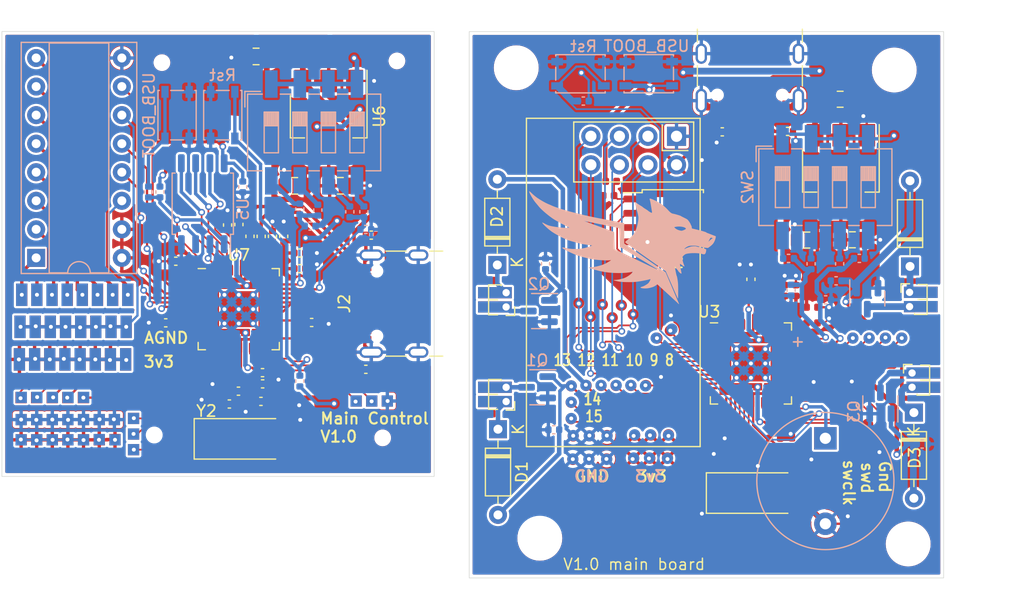
<source format=kicad_pcb>
(kicad_pcb (version 20221018) (generator pcbnew)
  (title_block (title "RP2040 Minimal Design Example") (date "2020-07-13") (rev "REV1") (company "Raspberry Pi (Trading) Ltd"))
  (layers (0 "F.Cu" signal) (31 "B.Cu" signal) (34 "B.Paste" user) (35 "F.Paste" user) (36 "B.SilkS" user "B.Silkscreen") (37 "F.SilkS" user "F.Silkscreen") (38 "B.Mask" user) (39 "F.Mask" user) (44 "Edge.Cuts" user))
  (net 0 "")
  (net 1 "GND")
  (net 2 "VBUS")
  (net 3 "/XIN")
  (net 4 "/XOUT")
  (net 5 "+3V3")
  (net 6 "+1V1")
  (net 7 "/~{USB_BOOT}")
  (net 8 "/GPIO15")
  (net 9 "/GPIO14")
  (net 10 "/GPIO13")
  (net 11 "/GPIO12")
  (net 12 "/GPIO11")
  (net 13 "/GPIO10")
  (net 14 "/GPIO9")
  (net 15 "/GPIO8")
  (net 16 "/GPIO7")
  (net 17 "/GPIO6")
  (net 18 "/GPIO5")
  (net 19 "/GPIO4")
  (net 20 "/GPIO3")
  (net 21 "/GPIO2")
  (net 22 "/GPIO1")
  (net 23 "/GPIO0")
  (net 24 "/GPIO29_ADC3")
  (net 25 "/GPIO28_ADC2")
  (net 26 "/GPIO27_ADC1")
  (net 27 "/GPIO26_ADC0")
  (net 28 "/GPIO25")
  (net 29 "/GPIO24")
  (net 30 "/GPIO23")
  (net 31 "/GPIO22")
  (net 32 "/GPIO20")
  (net 33 "/GPIO19")
  (net 34 "/GPIO18")
  (net 35 "/GPIO17")
  (net 36 "/GPIO16")
  (net 37 "/RUN")
  (net 38 "/SWD")
  (net 39 "/SWCLK")
  (net 40 "/QSPI_SS")
  (net 41 "/QSPI_SD3")
  (net 42 "/QSPI_SCLK")
  (net 43 "/QSPI_SD0")
  (net 44 "/QSPI_SD2")
  (net 45 "/QSPI_SD1")
  (net 46 "/USB_D+")
  (net 47 "/USB_D-")
  (net 48 "Net-(C3-Pad1)")
  (net 49 "Net-(J5-CC1)")
  (net 51 "Net-(J5-CC2)")
  (net 53 "Net-(U3-USB_DP)")
  (net 54 "Net-(U3-USB_DM)")
  (net 55 "Net-(J1-Pin_2)")
  (net 56 "Net-(J6-Pin_2)")
  (net 57 "Net-(R8-Pad1)")
  (net 58 "Net-(R9-Pad1)")
  (net 59 "Net-(R10-Pad1)")
  (net 60 "Net-(R12-Pad1)")
  (net 61 "Net-(J3-Pin_1)")
  (net 62 "Net-(J4-Pin_1)")
  (net 63 "/Lipo")
  (net 64 "/XIN2")
  (net 65 "Net-(C19-Pad1)")
  (net 66 "Net-(J2-CC1)")
  (net 67 "/USB_D+2")
  (net 68 "/USB_D-2")
  (net 70 "Net-(J2-CC2)")
  (net 72 "/RUN2")
  (net 73 "/QSPI_SS2")
  (net 74 "/~{USB_BOOT}2")
  (net 75 "/XOUT2")
  (net 76 "Net-(U7-USB_DP)")
  (net 77 "Net-(U7-USB_DM)")
  (net 78 "/QSPI_SD12")
  (net 79 "/QSPI_SD22")
  (net 80 "/QSPI_SD02")
  (net 81 "/QSPI_SCLK2")
  (net 82 "/QSPI_SD32")
  (net 83 "/SWCLK2")
  (net 84 "/SWD2")
  (net 85 "Gnd2")
  (net 86 "Vbus2")
  (net 87 "3v3-2")
  (net 88 "1v1-2")
  (net 89 "/GPIO0-2")
  (net 90 "/GPIO1-2")
  (net 91 "/GPIO2-2")
  (net 92 "/GPIO3-2")
  (net 93 "/GPIO4-2")
  (net 94 "/GPIO5-2")
  (net 95 "/GPIO8-2")
  (net 96 "/GPIO9-2")
  (net 97 "/GPIO10-2")
  (net 98 "/GPIO11-2")
  (net 99 "/GPIO12-2")
  (net 100 "/GPIO13-2")
  (net 101 "Net-(R27-Pad1)")
  (net 102 "Net-(R28-Pad1)")
  (net 103 "Net-(R29-Pad1)")
  (net 104 "Net-(R30-Pad1)")
  (net 105 "/GPIO29_ADC3-2")
  (net 106 "/GPIO28_ADC2-2")
  (net 107 "/GPIO14-2")
  (net 108 "/GPIO15-2")
  (net 109 "Agnd")
  (net 110 "ch7")
  (net 111 "ch6")
  (net 112 "ch5")
  (net 113 "ch4")
  (net 114 "ch3")
  (net 115 "ch2")
  (net 116 "ch1")
  (net 117 "ch0")
  (footprint "Capacitor_SMD:C_0805_2012Metric" (layer "F.Cu") (at 121.505032 86.550706)
    (fp_text reference "C4" hide)
    (fp_text value "10u")
  )
  (footprint "Capacitor_SMD:C_0402_1005Metric" (layer "F.Cu") (at 116.480032 91.065706 90)
    (fp_text reference "C10" hide)
    (fp_text value "1u")
  )
  (footprint "Capacitor_SMD:C_0402_1005Metric" (layer "F.Cu") (at 115.480032 91.065706 90)
    (fp_text reference "C8" hide)
    (fp_text value "1u")
  )
  (footprint "Capacitor_SMD:C_0402_1005Metric" (layer "F.Cu") (at 105.995032 98.750706 180)
    (fp_text reference "C13" hide)
    (fp_text value "100n")
  )
  (footprint "Capacitor_SMD:C_0402_1005Metric" (layer "F.Cu") (at 108.665032 80.380706 180)
    (fp_text reference "C5" hide)
    (fp_text value "100n")
  )
  (footprint "Capacitor_SMD:C_0402_1005Metric" (layer "F.Cu") (at 99.820282 82.620706)
    (fp_text reference "R2" hide)
    (fp_text value "DNF")
  )
  (footprint "Package_TO_SOT_SMD:SOT-223-3_TabPin2" (layer "F.Cu") (at 120.480032 80.400706 -90)
    (fp_text reference "U1" hide)
    (fp_text value "NCP1117-3.3_SOT223")
  )
  (footprint "Package_SO:SOIC-8_5.23x5.23mm_P1.27mm" (layer "F.Cu") (at 105.530032 84.825706)
    (fp_text reference "U2")
    (fp_text value "W25Q128JVS")
  )
  (footprint "Capacitor_SMD:C_0402_1005Metric" (layer "F.Cu") (at 114.450032 105.760706)
    (fp_text reference "C3" hide)
    (fp_text value "27p")
  )
  (footprint "Capacitor_SMD:C_0402_1005Metric" (layer "F.Cu") (at 100.051282 81.350706 180)
    (fp_text reference "R1" hide)
    (fp_text value "1k")
  )
  (footprint "Capacitor_SMD:C_0402_1005Metric" (layer "F.Cu") (at 112.480032 90.065706 90)
    (fp_text reference "C9" hide)
    (fp_text value "100n")
  )
  (footprint "Capacitor_SMD:C_0402_1005Metric" (layer "F.Cu") (at 119.935032 99.050706)
    (fp_text reference "C12" hide)
    (fp_text value "100n")
  )
  (footprint "Capacitor_SMD:C_0402_1005Metric" (layer "F.Cu") (at 114.600032 104.200706)
    (fp_text reference "C14" hide)
    (fp_text value "100n")
  )
  (footprint "Capacitor_SMD:C_0402_1005Metric" (layer "F.Cu") (at 113.480032 91.065706 -90)
    (fp_text reference "R3" hide)
    (fp_text value "27")
  )
  (footprint "Capacitor_SMD:C_0402_1005Metric" (layer "F.Cu") (at 114.610032 103.210706)
    (fp_text reference "C7" hide)
    (fp_text value "100n")
  )
  (footprint "Capacitor_SMD:C_0805_2012Metric" (layer "F.Cu") (at 120.417532 74.050706)
    (fp_text reference "C1" hide)
    (fp_text value "10u")
  )
  (footprint "Capacitor_SMD:C_0402_1005Metric" (layer "F.Cu") (at 106.881282 93.280706 180)
    (fp_text reference "C11" hide)
    (fp_text value "100n")
  )
  (footprint "Capacitor_SMD:C_0402_1005Metric" (layer "F.Cu") (at 117.915032 92.550706)
    (fp_text reference "C16" hide)
    (fp_text value "100n")
  )
  (footprint "RP2040_minimal:RP2040-QFN-56" (layer "F.Cu") (at 112.480032 97.550706)
    (fp_text reference "U3")
    (fp_text value "RP2040")
  )
  (footprint "Capacitor_SMD:C_0402_1005Metric" (layer "F.Cu") (at 111.640032 105.980706)
    (fp_text reference "C2" hide)
    (fp_text value "27p")
  )
  (footprint "MountingHole:MountingHole_2.7mm_M2.5" (layer "F.Cu") (at 125.230032 71.450706)
    (fp_text reference "H2" hide)
    (fp_text value "MountingHole")
  )
  (footprint "Capacitor_SMD:C_0402_1005Metric" (layer "F.Cu") (at 114.480032 91.065706 -90)
    (fp_text reference "R4" hide)
    (fp_text value "27")
  )
  (footprint "MountingHole:MountingHole_2.7mm_M2.5" (layer "F.Cu") (at 126.467282 113.608706)
    (fp_text reference "H3" hide)
    (fp_text value "MountingHole")
  )
  (footprint "Capacitor_SMD:C_0402_1005Metric" (layer "F.Cu") (at 111.480032 90.065706 90)
    (fp_text reference "C6" hide)
    (fp_text value "100n")
  )
  (footprint "Capacitor_SMD:C_0402_1005Metric" (layer "F.Cu") (at 117.915032 93.950706)
    (fp_text reference "C15" hide)
    (fp_text value "100n")
  )
  (footprint "Capacitor_SMD:C_0402_1005Metric" (layer "F.Cu") (at 112.460032 104.850706)
    (fp_text reference "R5" hide)
    (fp_text value "1k")
  )
  (footprint "MountingHole:MountingHole_2.7mm_M2.5" (layer "F.Cu") (at 91.605032 71.250706)
    (fp_text reference "H1" hide)
    (fp_text value "MountingHole")
  )
  (footprint "MountingHole:MountingHole_2.7mm_M2.5" (layer "F.Cu") (at 93.701282 113.100706)
    (fp_text reference "H4" hide)
    (fp_text value "MountingHole")
  )
  (footprint "Crystal:Crystal_SMD_5032-2Pin_5.0x3.2mm_HandSoldering" (layer "F.Cu") (at 113.065032 109.080706)
    (fp_text reference "Y1" hide)
    (fp_text value "ABLS-12.000MHZ-B4-T")
  )
  (footprint "Capacitor_SMD:C_0805_2012Metric" (layer "F.Cu") (at 117.455032 86.575706 180)
    (fp_text reference "C17" hide)
    (fp_text value "10u")
  )
  (footprint "" (layer "F.Cu") (at 50.162224 94.293361 90)
    (fp_text reference "")
    (fp_text value "")
  )
  (footprint "" (layer "F.Cu") (at 55.508219 97.193361 90)
    (fp_text reference "")
    (fp_text value "")
  )
  (footprint "Connector_PinHeader_1.27mm:PinHeader_1x02_P1.27mm_Horizontal" (layer "F.Cu") (at 126.588782 91.225706)
    (fp_text reference "J6" hide)
    (fp_text value "Conn_01x02_Socket")
  )
  (footprint "Diode_THT:D_DO-35_SOD27_P7.62mm_Horizontal" (layer "F.Cu") (at 126.630032 88.920706 90)
    (fp_text reference "D4" hide)
    (fp_text value "1N4148")
  )
  (footprint "Diode_THT:D_DO-35_SOD27_P7.62mm_Horizontal" (layer "F.Cu") (at 89.921282 88.790706 90)
    (fp_text reference "D2")
    (fp_text value "1N4148")
  )
  (footprint "" (layer "F.Cu") (at 47.413025 97.193361 90)
    (fp_text reference "")
    (fp_text value "")
  )
  (footprint "" (layer "F.Cu") (at 47.563025 104.343361 90)
    (fp_text reference "")
    (fp_text value "")
  )
  (footprint "" (layer "F.Cu") (at 57.563025 102.443361 180)
    (fp_text reference "")
    (fp_text value "")
  )
  (footprint "" (layer "F.Cu") (at 99.681282 103.960706)
    (fp_text reference "")
    (fp_text value "")
  )
  (footprint "Diode_THT:D_DO-35_SOD27_P7.62mm_Horizontal" (layer "F.Cu") (at 89.981282 103.400706 -90)
    (fp_text reference "D1")
    (fp_text value "1N4148")
  )
  (footprint "Capacitor_SMD:C_0402_1005Metric" (layer "F.Cu") (at 109.930032 76.950706)
    (fp_text reference "R7" hide)
    (fp_text value "5.1k")
  )
  (footprint "Capacitor_SMD:C_0402_1005Metric" (layer "F.Cu") (at 66.936217 85.192803 90)
    (fp_text reference "C26" hide)
    (fp_text value "100n")
  )
  (footprint "" (layer "F.Cu") (at 105.056282 105.955426)
    (fp_text reference "")
    (fp_text value "")
  )
  (footprint "" (layer "F.Cu") (at 57.057422 91.443361 90)
    (fp_text reference "")
    (fp_text value "")
  )
  (footprint "" (layer "F.Cu") (at 105.146282 103.895426)
    (fp_text reference "")
    (fp_text value "")
  )
  (footprint "Capacitor_SMD:C_0805_2012Metric" (layer "F.Cu") (at 71.896217 81.752803 180)
    (fp_text reference "C34" hide)
    (fp_text value "10u")
  )
  (footprint "Capacitor_SMD:C_0402_1005Metric" (layer "F.Cu") (at 69.921217 86.242803 90)
    (fp_text reference "C25" hide)
    (fp_text value "1u")
  )
  (footprint "" (layer "F.Cu") (at 54.209821 94.293361 90)
    (fp_text reference "")
    (fp_text value "")
  )
  (footprint "" (layer "F.Cu") (at 78.750525 100.893361 -90)
    (fp_text reference "")
    (fp_text value "")
  )
  (footprint "" (layer "F.Cu") (at 103.486282 105.985426)
    (fp_text reference "")
    (fp_text value "")
  )
  (footprint "Diode_THT:D_DO-35_SOD27_P7.62mm_Horizontal" (layer "F.Cu") (at 126.975282 101.924706 -90)
    (fp_text reference "D3")
    (fp_text value "1N4148")
  )
  (footprint "Connector_PinHeader_1.27mm:PinHeader_1x02_P1.27mm_Horizontal" (layer "F.Cu") (at 126.813782 98.400706)
    (fp_text reference "J4" hide)
    (fp_text value "Conn_01x02_Socket")
  )
  (footprint "" (layer "F.Cu") (at 53.113025 104.343361)
    (fp_text reference "")
    (fp_text value "")
  )
  (footprint "" (layer "F.Cu") (at 57.563025 103.830861 180)
    (fp_text reference "")
    (fp_text value "")
  )
  (footprint "Capacitor_SMD:C_0402_1005Metric" (layer "F.Cu") (at 78.226467 98.073803 180)
    (fp_text reference "R21" hide)
    (fp_text value "5.1k")
  )
  (footprint "MountingHole:MountingHole_2.7mm_M2.5" (layer "F.Cu") (at 59.402467 103.915803)
    (fp_text reference "H4" hide)
    (fp_text value "MountingHole")
  )
  (footprint "" (layer "F.Cu") (at 103.131282 99.510706)
    (fp_text reference "")
    (fp_text value "")
  )
  (footprint "" (layer "F.Cu") (at 48.950525 104.343361)
    (fp_text reference "")
    (fp_text value "")
  )
  (footprint "" (layer "F.Cu") (at 103.576282 103.925426)
    (fp_text reference "")
    (fp_text value "")
  )
  (footprint "" (layer "F.Cu") (at 99.646282 106.045426)
    (fp_text reference "")
    (fp_text value "")
  )
  (footprint "" (layer "F.Cu") (at 54.360223 91.443361 90)
    (fp_text reference "")
    (fp_text value "")
  )
  (footprint "" (layer "F.Cu") (at 51.725525 102.543361)
    (fp_text reference "")
    (fp_text value "")
  )
  (footprint "" (layer "F.Cu") (at 96.491282 101.010706)
    (fp_text reference "")
    (fp_text value "")
  )
  (footprint "" (layer "F.Cu") (at 53.113025 102.543361)
    (fp_text reference "")
    (fp_text value "")
  )
  (footprint "MountingHole:MountingHole_2.7mm_M2.5" (layer "F.Cu") (at 60.088025 70.793361)
    (fp_text reference "H1" hide)
    (fp_text value "MountingHole")
  )
  (footprint "" (layer "F.Cu") (at 100.476282 99.510706)
    (fp_text reference "")
    (fp_text value "")
  )
  (footprint "" (layer "F.Cu") (at 122.450032 105.420706)
    (fp_text reference "")
    (fp_text value "")
  )
  (footprint "" (layer "F.Cu") (at 48.813025 94.293361 90)
    (fp_text reference "" hide)
    (fp_text value "" hide)
  )
  (footprint "" (layer "F.Cu") (at 80.138025 100.893361 -90)
    (fp_text reference "")
    (fp_text value "")
  )
  (footprint "" (layer "F.Cu") (at 52.809821 97.193361 90)
    (fp_text reference "")
    (fp_text value "")
  )
  (footprint "RF_Module:nRF24L01_Breakout" (layer "F.Cu") (at 105.861282 77.345426 -90)
    (fp_text reference "U4" hide)
    (fp_text value "NRF24L01_Breakout")
  )
  (footprint "" (layer "F.Cu") (at 125.891282 95.290706)
    (fp_text reference "")
    (fp_text value "")
  )
  (footprint "Connector_PinHeader_1.27mm:PinHeader_1x02_P1.27mm_Horizontal" (layer "F.Cu") (at 90.706282 92.525706 180)
    (fp_text reference "J3" hide)
    (fp_text value "Conn_01x02_Socket")
  )
  (footprint "Connector_USB:USB_C_Receptacle_GCT_USB4105-xx-A_16P_TopMnt_Horizontal" (layer "F.Cu") (at 112.385032 71.070706 180)
    (fp_text reference "J5" hide)
    (fp_text value "USB_C_Receptacle_USB2.0")
  )
  (footprint "" (layer "F.Cu") (at 96.636282 106.085426)
    (fp_text reference "")
    (fp_text value "")
  )
  (footprint "" (layer "F.Cu") (at 50.318629 91.443361 90)
    (fp_text reference "")
    (fp_text value "")
  )
  (footprint "RP2040_minimal:RP2040-QFN-56" (layer "F.Cu") (at 66.921217 92.722803)
    (fp_text reference "U7")
    (fp_text value "RP2040")
  )
  (footprint "" (layer "F.Cu") (at 102.011282 93.190706)
    (fp_text reference "")
    (fp_text value "")
  )
  (footprint "" (layer "F.Cu") (at 102.046282 105.995426)
    (fp_text reference "")
    (fp_text value "")
  )
  (footprint "" (layer "F.Cu") (at 48.762224 97.193361 90)
    (fp_text reference "" hide)
    (fp_text value "" hide)
  )
  (footprint "Capacitor_SMD:C_0402_1005Metric" (layer "F.Cu") (at 78.706467 86.135803)
    (fp_text reference "R22" hide)
    (fp_text value "5.1k")
  )
  (footprint "Capacitor_SMD:C_0402_1005Metric" (layer "F.Cu") (at 69.036217 98.367803)
    (fp_text reference "C24" hide)
    (fp_text value "100n")
  )
  (footprint "Capacitor_SMD:C_0402_1005Metric" (layer "F.Cu") (at 60.426217 93.937803 180)
    (fp_text reference "C32" hide)
    (fp_text value "100n")
  )
  (footprint "Capacitor_SMD:C_0402_1005Metric" (layer "F.Cu") (at 72.356217 87.727803)
    (fp_text reference "C21" hide)
    (fp_text value "100n")
  )
  (footprint "" (layer "F.Cu") (at 97.821282 99.510706)
    (fp_text reference "")
    (fp_text value "")
  )
  (footprint "" (layer "F.Cu") (at 100.951282 92.380706 90)
    (fp_text reference "")
    (fp_text value "")
  )
  (footprint "" (layer "F.Cu") (at 54.513025 104.343361)
    (fp_text reference "")
    (fp_text value "")
  )
  (footprint "" (layer "F.Cu") (at 52.860622 94.293361 90)
    (fp_text reference "")
    (fp_text value "")
  )
  (footprint "Package_TO_SOT_SMD:SOT-223-3_TabPin2" (layer "F.Cu") (at 74.921217 75.577803 -90)
    (fp_text reference "U6")
    (fp_text value "NCP1117-3.3_SOT223")
  )
  (footprint "" (layer "F.Cu") (at 48.971431 91.443361 90)
    (fp_text reference "")
    (fp_text value "")
  )
  (footprint "" (layer "F.Cu") (at 51.713025 100.593361 90)
    (fp_text reference "")
    (fp_text value "")
  )
  (footprint "" (layer "F.Cu") (at 55.55902 94.293361 90)
    (fp_text reference "")
    (fp_text value "")
  )
  (footprint "" (layer "F.Cu") (at 51.460622 97.193361 90)
    (fp_text reference "")
    (fp_text value "")
  )
  (footprint "" (layer "F.Cu") (at 56.908222 94.293361 90)
    (fp_text reference "")
    (fp_text value "")
  )
  (footprint "" (layer "F.Cu") (at 102.136282 103.935426)
    (fp_text reference "")
    (fp_text value "")
  )
  (footprint "" (layer "F.Cu") (at 99.148782 99.510706)
    (fp_text reference "")
    (fp_text value "")
  )
  (footprint "Capacitor_SMD:C_0402_1005Metric" (layer "F.Cu") (at 70.921217 86.242803 90)
    (fp_text reference "C27" hide)
    (fp_text value "1u")
  )
  (footprint "" (layer "F.Cu") (at 47.563025 102.543361 90)
    (fp_text reference "")
    (fp_text value "")
  )
  (footprint "Capacitor_SMD:C_0402_1005Metric" (layer "F.Cu") (at 66.896217 100.017803)
    (fp_text reference "R24" hide)
    (fp_text value "1k")
  )
  (footprint "" (layer "F.Cu") (at 123.910032 105.440706)
    (fp_text reference "")
    (fp_text value "")
  )
  (footprint "" (layer "F.Cu") (at 61.713025 90.093361)
    (fp_text reference "")
    (fp_text value "")
  )
  (footprint "" (layer "F.Cu") (at 77.363025 100.893361 -90)
    (fp_text reference "")
    (fp_text value "")
  )
  (footprint "" (layer "F.Cu") (at 100.141282 93.480706)
    (fp_text reference "")
    (fp_text value "")
  )
  (footprint "" (layer "F.Cu") (at 96.491282 102.470706)
    (fp_text reference "")
    (fp_text value "")
  )
  (footprint "" (layer "F.Cu") (at 96.491282 99.550706)
    (fp_text reference "")
    (fp_text value "")
  )
  (footprint "" (layer "F.Cu") (at 105.311282 94.630706)
    (fp_text reference "")
    (fp_text value "")
  )
  (footprint "Connector_USB:USB_C_Receptacle_GCT_USB4105-xx-A_16P_TopMnt_Horizontal" (layer "F.Cu") (at 81.811467 92.229803 90)
    (fp_text reference "J2")
    (fp_text value "USB_C_Receptacle_USB2.0")
  )
  (footprint "Capacitor_SMD:C_0402_1005Metric" (layer "F.Cu") (at 66.086217 101.157803)
    (fp_text reference "C18" hide)
    (fp_text value "27p")
  )
  (footprint "" (layer "F.Cu") (at 50.111423 97.193361 90)
    (fp_text reference "")
    (fp_text value "")
  )
  (footprint "" (layer "F.Cu") (at 122.860032 102.970706 180)
    (fp_text reference "")
    (fp_text value "")
  )
  (footprint "" (layer "F.Cu") (at 122.991282 95.290706)
    (fp_text reference "")
    (fp_text value "")
  )
  (footprint "" (layer "F.Cu") (at 54.15902 97.193361 90)
    (fp_text reference "")
    (fp_text value "")
  )
  (footprint "" (layer "F.Cu") (at 56.857421 97.193361 90)
    (fp_text reference "")
    (fp_text value "")
  )
  (footprint "Capacitor_SMD:C_0402_1005Metric" (layer "F.Cu") (at 73.406217 93.907803)
    (fp_text reference "C31" hide)
    (fp_text value "100n")
  )
  (footprint "" (layer "F.Cu") (at 57.563025 105.218361 180)
    (fp_text reference "")
    (fp_text value "")
  )
  (footprint "" (layer "F.Cu") (at 48.950525 102.543361)
    (fp_text reference "")
    (fp_text value "")
  )
  (footprint "" (layer "F.Cu") (at 121.541282 95.290706)
    (fp_text reference "")
    (fp_text value "")
  )
  (footprint "" (layer "F.Cu") (at 60.263025 89.693361)
    (fp_text reference "")
    (fp_text value "")
  )
  (footprint "Capacitor_SMD:C_0805_2012Metric" (layer "F.Cu") (at 75.956217 81.747803)
    (fp_text reference "C22" hide)
    (fp_text value "10u")
  )
  (footprint "MountingHole:MountingHole_2.7mm_M2.5" (layer "F.Cu") (at 79.722467 104.169803)
    (fp_text reference "H3" hide)
    (fp_text value "MountingHole")
  )
  (footprint "Crystal:Crystal_SMD_5032-2Pin_5.0x3.2mm_HandSoldering" (layer "F.Cu") (at 67.506217 104.257803)
    (fp_text reference "Y2")
    (fp_text value "ABLS-12.000MHZ-B4-T")
  )
  (footprint "" (layer "F.Cu") (at 96.671282 104.000706)
    (fp_text reference "")
    (fp_text value "")
  )
  (footprint "" (layer "F.Cu") (at 50.325525 100.593361 90)
    (fp_text reference "")
    (fp_text value "")
  )
  (footprint "Capacitor_SMD:C_0402_1005Metric" (layer "F.Cu") (at 115.741282 76.910706 180)
    (fp_text reference "R6" hide)
    (fp_text value "5.1k")
  )
  (footprint "" (layer "F.Cu") (at 55.863025 102.543361)
    (fp_text reference "")
    (fp_text value "")
  )
  (footprint "" (layer "F.Cu") (at 55.913025 104.318361)
    (fp_text reference "")
    (fp_text value "")
  )
  (footprint "" (layer "F.Cu") (at 99.261282 92.310706)
    (fp_text reference "")
    (fp_text value "")
  )
  (footprint "" (layer "F.Cu") (at 54.513025 102.543361)
    (fp_text reference "")
    (fp_text value "")
  )
  (footprint "" (layer "F.Cu") (at 51.665827 91.443361 90)
    (fp_text reference "")
    (fp_text value "")
  )
  (footprint "" (layer "F.Cu") (at 124.441282 95.290706)
    (fp_text reference "")
    (fp_text value "")
  )
  (footprint "" (layer "F.Cu") (at 51.511423 94.293361 90)
    (fp_text reference "")
    (fp_text value "")
  )
  (footprint "" (layer "F.Cu") (at 47.463826 94.293361 90)
    (fp_text reference "")
    (fp_text value "")
  )
  (footprint "" (layer "F.Cu") (at 124.120032 103.940706)
    (fp_text reference "")
    (fp_text value "")
  )
  (footprint "" (layer "F.Cu") (at 47.550525 100.593361 90)
    (fp_text reference "")
    (fp_text value "")
  )
  (footprint "" (layer "F.Cu") (at 51.725525 104.343361)
    (fp_text reference "")
    (fp_text value "")
  )
  (footprint "" (layer "F.Cu") (at 98.111282 103.990706)
    (fp_text reference "")
    (fp_text value "")
  )
  (footprint "" (layer "F.Cu") (at 98.211282 93.380706)
    (fp_text reference "")
    (fp_text value "")
  )
  (footprint "Capacitor_SMD:C_0402_1005Metric" (layer "F.Cu") (at 67.921217 86.242803 -90)
    (fp_text reference "R25" hide)
    (fp_text value "27")
  )
  (footprint "Capacitor_SMD:C_0402_1005Metric" (layer "F.Cu") (at 69.046217 99.367803)
    (fp_text reference "C29" hide)
    (fp_text value "100n")
  )
  (footprint "Capacitor_SMD:C_0402_1005Metric" (layer "F.Cu") (at 68.896217 100.927803)
    (fp_text reference "C19" hide)
    (fp_text value "27p")
  )
  (footprint "" (layer "F.Cu") (at 50.338025 102.543361)
    (fp_text reference "")
    (fp_text value "")
  )
  (footprint "" (layer "F.Cu") (at 121.000032 105.340706)
    (fp_text reference "")
    (fp_text value "")
  )
  (footprint "Capacitor_SMD:C_0402_1005Metric" (layer "F.Cu") (at 68.916217 86.247803 -90)
    (fp_text reference "R26" hide)
    (fp_text value "27")
  )
  (footprint "" (layer "F.Cu") (at 50.338025 104.343361)
    (fp_text reference "")
    (fp_text value "")
  )
  (footprint "" (layer "F.Cu") (at 47.624233 91.443361 90)
    (fp_text reference "")
    (fp_text value "")
  )
  (footprint "Capacitor_SMD:C_0402_1005Metric" (layer "F.Cu") (at 65.926217 85.237803 90)
    (fp_text reference "C23" hide)
    (fp_text value "100n")
  )
  (footprint "Capacitor_SMD:C_0805_2012Metric" (layer "F.Cu") (at 68.463025 70.243361 180)
    (fp_text reference "C20" hide)
    (fp_text value "10u")
  )
  (footprint "" (layer "F.Cu") (at 55.707422 91.443361 90)
    (fp_text reference "")
    (fp_text value "")
  )
  (footprint "" (layer "F.Cu") (at 97.161282 92.180706)
    (fp_text reference "")
    (fp_text value "")
  )
  (footprint "MountingHole:MountingHole_2.7mm_M2.5" (layer "F.Cu") (at 80.992467 70.641803)
    (fp_text reference "H2" hide)
    (fp_text value "MountingHole")
  )
  (footprint "Capacitor_SMD:C_0402_1005Metric" (layer "F.Cu") (at 61.322467 88.457803 180)
    (fp_text reference "C30" hide)
    (fp_text value "100n")
  )
  (footprint "Capacitor_SMD:C_0402_1005Metric" (layer "F.Cu") (at 72.356217 89.117803)
    (fp_text reference "C28" hide)
    (fp_text value "100n")
  )
  (footprint "Connector_PinHeader_1.27mm:PinHeader_1x02_P1.27mm_Horizontal" (layer "F.Cu") (at 90.706282 100.940706 180)
    (fp_text reference "J1" hide)
    (fp_text value "Conn_01x02_Socket")
  )
  (footprint "" (layer "F.Cu") (at 53.013025 91.443361 90)
    (fp_text reference "")
    (fp_text value "")
  )
  (footprint "" (layer "F.Cu") (at 98.076282 106.075426)
    (fp_text reference "")
    (fp_text value "")
  )
  (footprint "" (layer "F.Cu") (at 53.100525 100.593361 90)
    (fp_text reference "")
    (fp_text value "")
  )
  (footprint "" (layer "F.Cu") (at 120.231282 101.580706 180)
    (fp_text reference "")
    (fp_text value "")
  )
  (footprint "" (layer "F.Cu") (at 101.803782 99.510706)
    (fp_text reference "")
    (fp_text value "")
  )
  (footprint "" (layer "F.Cu") (at 48.938025 100.593361 90)
    (fp_text reference "")
    (fp_text value "")
  )
  (footprint "" (layer "F.Cu") (at 104.121282 95.300706)
    (fp_text reference "")
    (fp_text value "")
  )
  (footprint "" (layer "F.Cu") (at 121.681282 101.580706 180)
    (fp_text reference "")
    (fp_text value "")
  )
  (footprint "" (layer "B.Cu") (at 48.813025 94.293361 90)
    (fp_text reference "")
    (fp_text value "")
  )
  (footprint "" (layer "B.Cu") (at 125.896282 95.295426 180)
    (fp_text reference "")
    (fp_text value "")
  )
  (footprint "Capacitor_SMD:C_0402_1005Metric" (layer "B.Cu") (at 78.221467 85.632136 180)
    (fp_text reference "R32" hide)
    (fp_text value "100K")
  )
  (footprint "Capacitor_SMD:C_0402_1005Metric" (layer "B.Cu") (at 78.051467 84.062136 -90)
    (fp_text reference "R30" hide)
    (fp_text value "10K")
  )
  (footprint "" (layer "B.Cu") (at 53.113025 104.343361 90)
    (fp_text reference "")
    (fp_text value "")
  )
  (footprint "" (layer "B.Cu") (at 47.563025 102.543361 180)
    (fp_text reference "")
    (fp_text value "")
  )
  (footprint "" (layer "B.Cu") (at 54.513025 102.543361 180)
    (fp_text reference "")
    (fp_text value "")
  )
  (footprint "Capacitor_SMD:C_0402_1005Metric" (layer "B.Cu") (at 73.951467 83.912136 -90)
    (fp_text reference "R28" hide)
    (fp_text value "10K")
  )
  (footprint "Capacitor_SMD:C_0402_1005Metric" (layer "B.Cu") (at 127.709282 104.718706)
    (fp_text reference "R16" hide)
    (fp_text value "1k")
  )
  (footprint "" (layer "B.Cu") (at 101.796282 99.495426 180)
    (fp_text reference "")
    (fp_text value "")
  )
  (footprint "Capacitor_SMD:C_0402_1005Metric" (layer "B.Cu") (at 115.827282 88.208706)
    (fp_text reference "R12" hide)
    (fp_text value "4,7K")
  )
  (footprint "" (layer "B.Cu") (at 98.096282 103.990706 180)
    (fp_text reference "")
    (fp_text value "")
  )
  (footprint "" (layer "B.Cu") (at 103.096282 99.545426 180)
    (fp_text reference "")
    (fp_text value "")
  )
  (footprint "" (layer "B.Cu") (at 56.857421 97.193361 90)
    (fp_text reference "")
    (fp_text value "")
  )
  (footprint "" (layer "B.Cu") (at 50.350525 100.568361 -90)
    (fp_text reference "")
    (fp_text value "")
  )
  (footprint "Capacitor_SMD:C_0402_1005Metric" (layer "B.Cu") (at 117.831282 88.688706 -90)
    (fp_text reference "R8" hide)
    (fp_text value "10K")
  )
  (footprint "" (layer "B.Cu") (at 52.860622 94.293361 90)
    (fp_text reference "")
    (fp_text value "")
  )
  (footprint "" (layer "B.Cu") (at 50.111426 97.193361 90)
    (fp_text reference "")
    (fp_text value "")
  )
  (footprint "" (layer "B.Cu") (at 80.138025 100.893361 90)
    (fp_text reference "")
    (fp_text value "")
  )
  (footprint "" (layer "B.Cu") (at 122.996282 95.295426 180)
    (fp_text reference "")
    (fp_text value "")
  )
  (footprint "" (layer "B.Cu") (at 121.546282 95.295426 180)
    (fp_text reference "")
    (fp_text value "")
  )
  (footprint "" (layer "B.Cu") (at 77.363025 100.893361 90)
    (fp_text reference "")
    (fp_text value "")
  )
  (footprint "" (layer "B.Cu") (at 51.725525 104.343361 180)
    (fp_text reference "")
    (fp_text value "")
  )
  (footprint "Package_SO:SOIC-8_5.23x5.23mm_P1.27mm" (layer "B.Cu") (at 63.720467 83.341803 90)
    (fp_text reference "U5")
    (fp_text value "W25Q128JVS")
  )
  (footprint "" (layer "B.Cu") (at 103.456282 105.955426 180)
    (fp_text reference "")
    (fp_text value "")
  )
  (footprint "" (layer "B.Cu") (at 78.750525 100.893361 90)
    (fp_text reference "")
    (fp_text value "")
  )
  (footprint "Button_Switch_SMD:SW_SPST_PTS810" (layer "B.Cu") (at 65.498467 75.467803 -90)
    (fp_text reference "SW5" hide)
    (fp_text value "SW_Omron_B3FS")
  )
  (footprint "" (layer "B.Cu") (at 57.563025 102.443361)
    (fp_text reference "")
    (fp_text value "")
  )
  (footprint "" (layer "B.Cu") (at 48.963025 100.568361 -90)
    (fp_text reference "")
    (fp_text value "")
  )
  (footprint "" (layer "B.Cu") (at 53.125525 100.568361 -90)
    (fp_text reference "")
    (fp_text value "")
  )
  (footprint "" (layer "B.Cu") (at 105.056282 105.995426 180)
    (fp_text reference "")
    (fp_text value "")
  )
  (footprint "Package_TO_SOT_SMD:SOT-23" (layer "B.Cu") (at 122.830032 91.788206 -90)
    (fp_text reference "Q4" hide)
    (fp_text value "Si2302DDS")
  )
  (footprint "Capacitor_SMD:C_0402_1005Metric" (layer "B.Cu") (at 120.371282 88.688706 -90)
    (fp_text reference "R9" hide)
    (fp_text value "4,7K")
  )
  (footprint "Button_Switch_SMD:SW_SPST_PTS810" (layer "B.Cu") (at 61.434467 75.467803 90)
    (fp_text reference "SW4" hide)
    (fp_text value "SW_Omron_B3FS")
  )
  (footprint "Button_Switch_SMD:SW_DIP_SPSTx04_Slide_6.7x11.72mm_W8.61mm_P2.54mm_LowProfile" (layer "B.Cu") (at 73.626467 77.004803 -90)
    (fp_text reference "SW6" hide)
    (fp_text value "SW_DIP_x04")
  )
  (footprint "" (layer "B.Cu") (at 56.908219 94.293361 90)
    (fp_text reference "")
    (fp_text value "")
  )
  (footprint "" (layer "B.Cu") (at 50.162224 94.293361 90)
    (fp_text reference "")
    (fp_text value "")
  )
  (footprint "" (layer "B.Cu") (at 102.046282 105.955426 180)
    (fp_text reference "")
    (fp_text value "")
  )
  (footprint "" (layer "B.Cu") (at 102.136282 103.895426 180)
    (fp_text reference "")
    (fp_text value "")
  )
  (footprint "Package_TO_SOT_SMD:SOT-23" (layer "B.Cu") (at 123.993282 101.084206 90)
    (fp_text reference "Q3")
    (fp_text value "Si2302DDS")
  )
  (footprint "" (layer "B.Cu") (at 48.762227 97.193361 90)
    (fp_text reference "")
    (fp_text value "")
  )
  (footprint "" (layer "B.Cu") (at 96.636282 106.045426 180)
    (fp_text reference "")
    (fp_text value "")
  )
  (footprint "" (layer "B.Cu") (at 99.646282 106.085426 180)
    (fp_text reference "")
    (fp_text value "")
  )
  (footprint "Capacitor_SMD:C_0402_1005Metric" (layer "B.Cu") (at 94.943282 103.448706 180)
    (fp_text reference "R14" hide)
    (fp_text value "1k")
  )
  (footprint "" (layer "B.Cu") (at 97.796282 99.495426 180)
    (fp_text reference "")
    (fp_text value "")
  )
  (footprint "" (layer "B.Cu") (at 51.511423 94.293361 90)
    (fp_text reference "")
    (fp_text value "")
  )
  (footprint "" (layer "B.Cu") (at 55.55902 94.293361 90)
    (fp_text reference "")
    (fp_text value "")
  )
  (footprint "" (layer "B.Cu") (at 104.046282 95.295426 180)
    (fp_text reference "")
    (fp_text value "")
  )
  (footprint "" (layer "B.Cu") (at 47.563025 104.343361 180)
    (fp_text reference "")
    (fp_text value "")
  )
  (footprint "" (layer "B.Cu") (at 55.696214 91.443361 -90)
    (fp_text reference "")
    (fp_text value "")
  )
  (footprint "" (layer "B.Cu") (at 54.209821 94.293361 90)
    (fp_text reference "")
    (fp_text value "")
  )
  (footprint "" (layer "B.Cu") (at 47.463823 94.293361 90)
    (fp_text reference "")
    (fp_text value "")
  )
  (footprint "Capacitor_SMD:C_0402_1005Metric" (layer "B.Cu") (at 73.271467 85.332136 180)
    (fp_text reference "R31" hide)
    (fp_text value "100K")
  )
  (footprint "" (layer "B.Cu") (at 103.546282 103.895426 180)
    (fp_text reference "")
    (fp_text value "")
  )
  (footprint "" (layer "B.Cu") (at 55.863025 102.543361 180)
    (fp_text reference "")
    (fp_text value "")
  )
  (footprint "Capacitor_SMD:C_0402_1005Metric" (layer "B.Cu") (at 94.209282 88.688706 90)
    (fp_text reference "R15" hide)
    (fp_text value "1k")
  )
  (footprint "Package_TO_SOT_SMD:SOT-23" (layer "B.Cu") (at 93.461282 99.670706 180)
    (fp_text reference "Q1")
    (fp_text value "Si2302DDS")
  )
  (footprint "Buzzer_Beeper:Buzzer_12x9.5RM7.6" (layer "B.Cu") (at 119.101282 104.210706 -90)
    (fp_text reference "BZ1" hide)
    (fp_text value "Buzzer")
  )
  (footprint "" (layer "B.Cu") (at 51.460625 97.193361 90)
    (fp_text reference "")
    (fp_text value "")
  )
  (footprint "" (layer "B.Cu") (at 99.146282 99.495426 180)
    (fp_text reference "")
    (fp_text value "")
  )
  (footprint "Capacitor_SMD:C_0402_1005Metric" (layer "B.Cu") (at 122.121282 88.208706 180)
    (fp_text reference "R10" hide)
    (fp_text value "10K")
  )
  (footprint "Capacitor_SMD:C_0402_1005Metric" (layer "B.Cu") (at 120.055032 90.200706 180)
    (fp_text reference "R17" hide)
    (fp_text value "1k")
  )
  (footprint "" (layer "B.Cu") (at 51.654619 91.443361 -90)
    (fp_text reference "")
    (fp_text value "")
  )
  (footprint "Package_DIP:DIP-16_W7.62mm_Socket" (layer "B.Cu") (at 48.901467 88.162136)
    (fp_text reference "U8" hide)
    (fp_text value "MCP3008")
  )
  (footprint "Capacitor_SMD:C_0402_1005Metric" (layer "B.Cu") (at 59.910467 82.297803 -90)
    (fp_text reference "R23" hide)
    (fp_text value "DNF")
  )
  (footprint "" (layer "B.Cu") (at 47.575525 100.568361 -90)
    (fp_text reference "")
    (fp_text value "")
  )
  (footprint "" (layer "B.Cu") (at 51.725525 102.543361 180)
    (fp_text reference "")
    (fp_text value "")
  )
  (footprint "" (layer "B.Cu") (at 57.563025 105.218361)
    (fp_text reference "")
    (fp_text value "")
  )
  (footprint "" (layer "B.Cu") (at 47.413025 97.193361 90)
    (fp_text reference "")
    (fp_text value "")
  )
  (footprint "" (layer "B.Cu") (at 55.508222 97.193361 90)
    (fp_text reference "" hide)
    (fp_text value "" hide)
  )
  (footprint "Capacitor_SMD:C_0402_1005Metric" (layer "B.Cu") (at 76.801467 84.062136 -90)
    (fp_text reference "R29" hide)
    (fp_text value "4,7K")
  )
  (footprint "" (layer "B.Cu") (at 52.809824 97.193361 90)
    (fp_text reference "")
    (fp_text value "")
  )
  (footprint "" (layer "B.Cu") (at 105.456282 94.495426 180)
    (fp_text reference "")
    (fp_text value "")
  )
  (footprint "LOGO" (layer "B.Cu") (at 102.046282 87.045426 180)
    (fp_text reference "G***" hide)
    (fp_text value "LOGO" hide)
  )
  (footprint "" (layer "B.Cu") (at 57.046214 91.443361 -90)
    (fp_text reference "")
    (fp_text value "")
  )
  (footprint "" (layer "B.Cu") (at 100.496282 99.495426 180)
    (fp_text reference "")
    (fp_text value "")
  )
  (footprint "" (layer "B.Cu") (at 105.146282 103.935426 180)
    (fp_text reference "")
    (fp_text value "")
  )
  (footprint "Button_Switch_SMD:SW_SPST_PTS810" (layer "B.Cu") (at 103.391282 71.780706 180)
    (fp_text reference "SW1" hide)
    (fp_text value "SW_Omron_B3FS")
  )
  (footprint "Capacitor_SMD:C_0402_1005Metric" (layer "B.Cu") (at 72.356467 99.117803 90)
    (fp_text reference "R19" hide)
    (fp_text value "1k")
  )
  (footprint "" (layer "B.Cu") (at 48.950525 102.543361 180)
    (fp_text reference "")
    (fp_text value "")
  )
  (footprint "Button_Switch_SMD:SW_DIP_SPSTx04_Slide_6.7x11.72mm_W8.61mm_P2.54mm_LowProfile" (layer "B.Cu") (at 119.101282 81.871706 -90)
    (fp_text reference "SW2")
    (fp_text value "SW_DIP_x04")
  )
  (footprint "Package_TO_SOT_SMD:SOT-23" (layer "B.Cu") (at 93.618782 92.890706 180)
    (fp_text reference "Q2")
    (fp_text value "Si2302DDS")
  )
  (footprint "" (layer "B.Cu") (at 53.113025 102.543361 90)
    (fp_text reference "")
    (fp_text value "")
  )
  (footprint "Button_Switch_SMD:SW_SPST_PTS810" (layer "B.Cu") (at 97.316282 71.785706 180)
    (fp_text reference "SW3" hide)
    (fp_text value "SW_Omron_B3FS")
  )
  (footprint "" (layer "B.Cu") (at 99.681282 104.000706 180)
    (fp_text reference "")
    (fp_text value "")
  )
  (footprint "Capacitor_SMD:C_0402_1005Metric" (layer "B.Cu") (at 72.351467 83.812136 -90)
    (fp_text reference "R27" hide)
    (fp_text value "4,7K")
  )
  (footprint "Capacitor_SMD:C_0402_1005Metric" (layer "B.Cu") (at 67.276467 81.845803 -90)
    (fp_text reference "C33" hide)
    (fp_text value "100n")
  )
  (footprint "" (layer "B.Cu") (at 50.307421 91.443361 -90)
    (fp_text reference "")
    (fp_text value "")
  )
  (footprint "" (layer "B.Cu") (at 96.671282 103.960706 180)
    (fp_text reference "")
    (fp_text value "")
  )
  (footprint "" (layer "B.Cu") (at 50.338025 104.343361 180)
    (fp_text reference "")
    (fp_text value "")
  )
  (footprint "" (layer "B.Cu") (at 57.563025 103.830861)
    (fp_text reference "")
    (fp_text value "")
  )
  (footprint "" (layer "B.Cu") (at 54.513025 104.318361 180)
    (fp_text reference "")
    (fp_text value "")
  )
  (footprint "" (layer "B.Cu") (at 53.001817 91.443361 -90)
    (fp_text reference "")
    (fp_text value "")
  )
  (footprint "" (layer "B.Cu") (at 48.950525 104.343361 180)
    (fp_text reference "")
    (fp_text value "")
  )
  (footprint "" (layer "B.Cu") (at 96.496282 99.545426 180)
    (fp_text reference "")
    (fp_text value "")
  )
  (footprint "Capacitor_SMD:C_0402_1005Metric" (layer "B.Cu") (at 119.126282 91.895426 180)
    (fp_text reference "R13" hide)
    (fp_text value "100K")
  )
  (footprint "" (layer "B.Cu") (at 55.913025 104.343361 180)
    (fp_text reference "")
    (fp_text value "")
  )
  (footprint "" (layer "B.Cu") (at 54.349015 91.443361 -90)
    (fp_text reference "")
    (fp_text value "")
  )
  (footprint "Capacitor_SMD:C_0402_1005Metric" (layer "B.Cu") (at 58.894467 82.297803 90)
    (fp_text reference "R20" hide)
    (fp_text value "1k")
  )
  (footprint "" (layer "B.Cu") (at 50.338025 102.543361 180)
    (fp_text reference "")
    (fp_text value "")
  )
  (footprint "" (layer "B.Cu") (at 54.159023 97.193361 90)
    (fp_text reference "")
    (fp_text value "")
  )
  (footprint "" (layer "B.Cu") (at 51.738025 100.568361 -90)
    (fp_text reference "")
    (fp_text value "")
  )
  (footprint "" (layer "B.Cu") (at 47.613025 91.443361 -90)
    (fp_text reference "")
    (fp_text value "")
  )
  (footprint "" (layer "B.Cu") (at 48.960223 91.443361 -90)
    (fp_text reference "")
    (fp_text value "")
  )
  (footprint "Capacitor_SMD:C_0402_1005Metric" (layer "B.Cu") (at 97.571282 74.210706 180)
    (fp_text reference "R18" hide)
    (fp_text value "1k")
  )
  (footprint "Capacitor_SMD:C_0402_1005Metric" (layer "B.Cu") (at 116.053282 91.030706 90)
    (fp_text reference "R11" hide)
    (fp_text value "100K")
  )
  (footprint "" (layer "B.Cu") (at 124.446282 95.295426 180)
    (fp_text reference "")
    (fp_text value "")
  )
  (footprint "" (layer "B.Cu") (at 98.061282 106.075426 180)
    (fp_text reference "")
    (fp_text value "")
  )
  (footprint "" (layer "B.Cu") (at 96.496282 100.995426 180)
    (fp_text reference "")
    (fp_text value "")
  )
  (footprint "" (layer "B.Cu") (at 96.496282 102.445426 180)
    (fp_text reference "")
    (fp_text value "")
  )
  (gr_rect (start 87.421282 68.030706) (end 129.621282 116.630706) (stroke (width 0.05)) (fill none) (layer "Edge.Cuts"))
  (gr_rect (start 45.854467 68.021803) (end 84.304467 107.601803) (stroke (width 0.05)) (fill none) (layer "Edge.Cuts"))
  (gr_text "GND" (at 99.930032 108.170706) (layer "B.SilkS") (effects (font (size 1 1) (thickness 0.18) bold) (justify left bottom mirror)))
  (gr_text "\nUSB_BOOT" (at 58.132467 75.467803 90) (layer "B.SilkS") (effects (font (size 1 1)) (justify mirror)))
  (gr_text "3v3" (at 104.940032 108.160706) (layer "B.SilkS") (effects (font (size 1 1) (thickness 0.18) bold) (justify left bottom mirror)))
  (gr_text "Rst" (at 97.596282 69.345426) (layer "B.SilkS") (effects (font (size 1 1)) (justify mirror)))
  (gr_text "Rst" (at 65.498467 71.911803) (layer "B.SilkS") (effects (font (size 1 1)) (justify mirror)))
  (gr_text "\nUSB_BOOT" (at 103.200032 68.515706) (layer "B.SilkS") (effects (font (size 1 1)) (justify mirror)))
  (gr_text "swclk\n" (at 120.610032 106.030706 270) (layer "F.SilkS") (effects (font (size 1 1) (thickness 0.18) bold) (justify left bottom)))
  (gr_text "3v3" (at 102.210032 108.180706) (layer "F.SilkS") (effects (font (size 1 1) (thickness 0.18) bold) (justify left bottom)))
  (gr_text "" (at 56.55902 94.90737 180) (layer "F.SilkS") (effects (font (size 1.27 1.27))))
  (gr_text "3v3" (at 58.367967 97.991803) (layer "F.SilkS") (effects (font (size 1 1) (thickness 0.18) bold) (justify left bottom)))
  (gr_text "V1.0 main board" (at 95.701282 116.000706) (layer "F.SilkS") (effects (font (size 1 1) (thickness 0.125) bold) (justify left bottom)))
  (gr_text "" (at 56.55902 94.90737 180) (layer "F.SilkS") (effects (font (size 1.27 1.27))))
  (gr_text "" (at 56.55902 93.560172 180) (layer "F.SilkS") (effects (font (size 1.27 1.27))))
  (gr_text "AGND" (at 58.397967 95.861803) (layer "F.SilkS") (effects (font (size 1 1) (thickness 0.18) bold) (justify left bottom)))
  (gr_text "Gnd" (at 123.810032 106.110706 270) (layer "F.SilkS") (effects (font (size 1 1) (thickness 0.18) bold) (justify left bottom)))
  (gr_text "" (at 56.55902 93.560172 180) (layer "F.SilkS") (effects (font (size 1.27 1.27))))
  (gr_text "14" (at 97.501282 101.320706) (layer "F.SilkS") (effects (font (size 1 0.8) (thickness 0.18) bold) (justify left bottom)))
  (gr_text "15\n" (at 97.650032 102.840706) (layer "F.SilkS") (effects (font (size 1 0.8) (thickness 0.16) bold) (justify left bottom)))
  (gr_text "swd\n" (at 122.220032 106.240706 270) (layer "F.SilkS") (effects (font (size 1 1) (thickness 0.18) bold) (justify left bottom)))
  (gr_text "Main Control\nV1.0 " (at 74.077967 104.641803) (layer "F.SilkS") (effects (font (size 1 1) (thickness 0.18) bold) (justify left bottom)))
  (gr_text "13 12 11 10 9 8" (at 94.840032 97.840706) (layer "F.SilkS") (effects (font (size 1 0.8) (thickness 0.16) bold) (justify left bottom)))
  (gr_text "GND" (at 96.720032 108.170706) (layer "F.SilkS") (effects (font (size 1 1) (thickness 0.18) bold) (justify left bottom)))
  (segment (start 105.510032 98.750706) (end 104.480032 98.750706) (width 0.2) (layer "F.Cu") (net 1))
  (segment (start 116.480032 90.580706) (end 116.480032 89.750706) (width 0.2) (layer "F.Cu") (net 1))
  (segment (start 119.030032 93.950706) (end 119.430032 93.550706) (width 0.15) (layer "F.Cu") (net 1))
  (segment (start 115.625032 104.200706) (end 116.015032 103.810706) (width 0.15) (layer "F.Cu") (net 1))
  (segment (start 116.221282 76.910706) (end 116.461282 77.150706) (width 0.2) (layer "F.Cu") (net 1))
  (segment (start 108.111282 79.460706) (end 108.180032 79.529456) (width 0.2) (layer "F.Cu") (net 1))
  (segment (start 116.380032 86.438206) (end 116.380032 85.175706) (width 0.15) (layer "F.Cu") (net 1))
  (segment (start 116.461282 77.150706) (end 116.461282 77.760706) (width 0.2) (layer "F.Cu") (net 1))
  (segment (start 112.480032 89.580706) (end 112.480032 88.750706) (width 0.2) (layer "F.Cu") (net 1))
  (segment (start 118.400032 93.950706) (end 119.030032 93.950706) (width 0.15) (layer "F.Cu") (net 1))
  (segment (start 116.517532 86.575706) (end 116.380032 86.438206) (width 0.15) (layer "F.Cu") (net 1))
  (segment (start 109.445032 77.885706) (end 109.430032 77.900706) (width 0.2) (layer "F.Cu") (net 1))
  (segment (start 101.930032 86.730706) (end 103.260032 86.730706) (width 0.2) (layer "F.Cu") (net 1))
  (segment (start 120.420032 99.050706) (end 120.525032 99.155706) (width 0.2) (layer "F.Cu") (net 1))
  (segment (start 122.780032 75.850706) (end 122.480032 75.550706) (width 0.2) (layer "F.Cu") (net 1))
  (segment (start 109.185032 74.750706) (end 108.640032 74.750706) (width 0.6) (layer "F.Cu") (net 1))
  (segment (start 106.396282 93.280706) (end 105.366282 93.280706) (width 0.2) (layer "F.Cu") (net 1))
  (segment (start 110.145032 104.210706) (end 111.480032 102.875706) (width 0.15) (layer "F.Cu") (net 1))
  (segment (start 108.180032 79.529456) (end 108.180032 80.380706) (width 0.2) (layer "F.Cu") (net 1))
  (segment (start 121.355032 74.050706) (end 121.355032 74.425706) (width 0.2) (layer "F.Cu") (net 1))
  (segment (start 120.525032 99.155706) (end 121.450032 99.155706) (width 0.2) (layer "F.Cu") (net 1))
  (segment (start 111.480032 89.580706) (end 111.480032 88.750714) (width 0.2) (layer "F.Cu") (net 1))
  (segment (start 119.101282 111.810706) (end 120.431002 111.810706) (width 0.2) (layer "F.Cu") (net 1))
  (segment (start 118.060032 99.200706) (end 117.810032 98.950706) (width 0.15) (layer "F.Cu") (net 1))
  (segment (start 122.530032 86.550706) (end 123.980032 86.550706) (width 0.2) (layer "F.Cu") (net 1))
  (segment (start 115.585032 74.750706) (end 116.130032 74.750706) (width 0.6) (layer "F.Cu") (net 1))
  (segment (start 117.810032 98.950706) (end 115.917532 98.950706) (width 0.15) (layer "F.Cu") (net 1))
  (segment (start 120.431002 111.810706) (end 121.096282 111.145426) (width 0.2) (layer "F.Cu") (net 1))
  (segment (start 118.400032 92.550706) (end 119.430032 92.550706) (width 0.2) (layer "F.Cu") (net 1))
  (segment (start 115.480032 90.580706) (end 115.480032 89.750706) (width 0.2) (layer "F.Cu") (net 1))
  (segment (start 108.640032 74.750706) (end 108.065032 74.175706) (width 0.6) (layer "F.Cu") (net 1))
  (segment (start 111.480032 102.875706) (end 111.480032 100.988206) (width 0.15) (layer "F.Cu") (net 1))
  (segment (start 121.355032 74.425706) (end 122.480032 75.550706) (width 0.2) (layer "F.Cu") (net 1))
  (segment (start 116.130032 74.750706) (end 116.705032 74.175706) (width 0.6) (layer "F.Cu") (net 1))
  (segment (start 109.445032 77.050706) (end 109.445032 77.885706) (width 0.2) (layer "F.Cu") (net 1))
  (segment (start 115.085032 104.200706) (end 115.625032 104.200706) (width 0.15) (layer "F.Cu") (net 1))
  (segment (start 103.260032 86.730706) (end 103.280032 86.750706) (width 0.2) (layer "F.Cu") (net 1))
  (segment (start 122.780032 77.250706) (end 122.780032 75.850706) (width 0.2) (layer "F.Cu") (net 1))
  (via (at 110.145032 104.210706) (size 0.6) (drill 0.35) (layers "F.Cu" "B.Cu") (net 1))
  (via (at 96.636282 106.065426) (size 0.6) (drill 0.35) (layers "F.Cu" "B.Cu") (net 1))
  (via (at 121.450032 99.155706) (size 0.6) (drill 0.35) (layers "F.Cu" "B.Cu") (net 1))
  (via (at 98.111282 103.960706) (size 0.6) (drill 0.35) (layers "F.Cu" "B.Cu") (net 1))
  (via (at 109.175032 105.600706) (size 0.6) (drill 0.35) (layers "F.Cu" "B.Cu") (net 1))
  (via (at 98.076282 106.045426) (size 0.6) (drill 0.35) (layers "F.Cu" "B.Cu") (net 1))
  (via (at 116.461282 77.760706) (size 0.6) (drill 0.35) (layers "F.Cu" "B.Cu") (net 1))
  (via (at 119.430032 92.550706) (size 0.6) (drill 0.35) (layers "F.Cu" "B.Cu") (net 1))
  (via (at 121.096282 111.145426) (size 0.6) (drill 0.35) (layers "F.Cu" "B.Cu") (net 1))
  (via (at 116.380032 85.175706) (size 0.6) (drill 0.35) (layers "F.Cu" "B.Cu") (net 1))
  (via (at 122.480032 75.550706) (size 0.6) (drill 0.35) (layers "F.Cu" "B.Cu") (net 1))
  (via (at 104.480032 98.750706) (size 0.6) (drill 0.35) (layers "F.Cu" "B.Cu") (net 1))
  (via (at 112.480032 88.750706) (size 0.6) (drill 0.35) (layers "F.Cu" "B.Cu") (net 1))
  (via (at 99.661282 103.960706) (size 0.6) (drill 0.35) (layers "F.Cu" "B.Cu") (net 1))
  (via (at 116.480032 89.750706) (size 0.6) (drill 0.35) (layers "F.Cu" "B.Cu") (net 1))
  (via (at 109.430032 77.900706) (size 0.6) (drill 0.35) (layers "F.Cu" "B.Cu") (net 1))
  (via (at 99.626282 106.045426) (size 0.6) (drill 0.35) (layers "F.Cu" "B.Cu") (net 1))
  (via (at 111.480032 88.750714) (size 0.6) (drill 0.35) (layers "F.Cu" "B.Cu") (net 1))
  (via (at 108.111282 79.460706) (size 0.6) (drill 0.35) (layers "F.Cu" "B.Cu") (net 1))
  (via (at 96.671282 103.980706) (size 0.6) (drill 0.35) (layers "F.Cu" "B.Cu") (net 1))
  (via (at 105.366282 93.280706) (size 0.6) (drill 0.35) (layers "F.Cu" "B.Cu") (net 1))
  (via (at 115.480032 89.750706) (size 0.6) (drill 0.35) (layers "F.Cu" "B.Cu") (net 1))
  (via (at 119.430032 93.550706) (size 0.6) (drill 0.35) (layers "F.Cu" "B.Cu") (net 1))
  (via (at 116.015032 103.810706) (size 0.6) (drill 0.35) (layers "F.Cu" "B.Cu") (net 1))
  (via (at 113.095032 106.670706) (size 0.6) (drill 0.35) (layers "F.Cu" "B.Cu") (net 1))
  (via (at 123.980032 86.550706) (size 0.6) (drill 0.35) (layers "F.Cu" "B.Cu") (net 1))
  (via (at 117.855032 106.090706) (size 0.6) (drill 0.35) (layers "F.Cu" "B.Cu") (net 1))
  (via (at 103.280032 86.750706) (size 0.6) (drill 0.35) (layers "F.Cu" "B.Cu") (net 1))
  (via (at 108.115032 110.910706) (size 0.6) (drill 0.35) (layers "F.Cu" "B.Cu") (net 1))
  (via (at 118.060032 99.200706) (size 0.6) (drill 0.35) (layers "F.Cu" "B.Cu") (net 1))
  (via (at 123.910032 105.440706) (size 0.6) (drill 0.35) (layers "F.Cu" "B.Cu") (net 1))
  (segment (start 119.606282 90.231956) (end 119.575032 90.200706) (width 0.2) (layer "B.Cu") (net 1))
  (segment (start 119.606282 91.895426) (end 119.606282 90.231956) (width 0.2) (layer "B.Cu") (net 1))
  (segment (start 119.005032 74.050706) (end 119.480032 74.050706) (width 0.6) (layer "F.Cu") (net 2))
  (segment (start 114.480032 72.200706) (end 117.155032 72.200706) (width 0.6) (layer "F.Cu") (net 2))
  (segment (start 114.255032 73.68101) (end 114.28988 73.715858) (width 0.4) (layer "F.Cu") (net 2))
  (segment (start 114.480032 72.200706) (end 114.255032 72.425706) (width 0.6) (layer "F.Cu") (net 2))
  (segment (start 111.770337 72.425706) (end 110.955032 73.241011) (width 0.6) (layer "F.Cu") (net 2))
  (segment (start 110.375185 73.820858) (end 110.375185 73.820859) (width 0.4) (layer "F.Cu") (net 2))
  (segment (start 110.955032 73.241011) (end 110.375185 73.820858) (width 0.4) (layer "F.Cu") (net 2))
  (segment (start 114.785032 74.211011) (end 114.785032 74.750706) (width 0.3) (layer "F.Cu") (net 2))
  (segment (start 109.985032 74.211011) (end 109.985032 74.750706) (width 0.3) (layer "F.Cu") (net 2))
  (segment (start 114.785032 74.750706) (end 114.785032 74.175706) (width 0.2) (layer "F.Cu") (net 2))
  (segment (start 110.375185 73.820859) (end 109.985032 74.211011) (width 0.3) (layer "F.Cu") (net 2))
  (segment (start 114.255032 72.425706) (end 114.255032 73.68101) (width 0.4) (layer "F.Cu") (net 2))
  (segment (start 114.255032 72.425706) (end 111.770337 72.425706) (width 0.6) (layer "F.Cu") (net 2))
  (segment (start 114.28988 73.715858) (end 114.785032 74.211011) (width 0.3) (layer "F.Cu") (net 2))
  (segment (start 117.155032 72.200706) (end 119.005032 74.050706) (width 0.6) (layer "F.Cu") (net 2))
  (segment (start 111.225032 106.050706) (end 111.155032 105.980706) (width 0.15) (layer "F.Cu") (net 3))
  (segment (start 111.225032 108.320706) (end 111.225032 106.050706) (width 0.15) (layer "F.Cu") (net 3))
  (segment (start 111.155032 104.510706) (end 111.155032 105.980706) (width 0.15) (layer "F.Cu") (net 3))
  (segment (start 111.880032 100.988206) (end 111.880032 103.785706) (width 0.15) (layer "F.Cu") (net 3))
  (segment (start 111.880032 103.785706) (end 111.155032 104.510706) (width 0.15) (layer "F.Cu") (net 3))
  (segment (start 110.465032 109.080706) (end 111.225032 108.320706) (width 0.15) (layer "F.Cu") (net 3))
  (segment (start 112.280032 100.988206) (end 112.280032 104.545706) (width 0.15) (layer "F.Cu") (net 4))
  (segment (start 112.280032 104.545706) (end 111.975032 104.850706) (width 0.15) (layer "F.Cu") (net 4))
  (segment (start 108.612532 94.520706) (end 108.180032 94.520706) (width 0.2) (layer "F.Cu") (net 5))
  (segment (start 118.005032 105.560706) (end 119.111282 105.560706) (width 0.2) (layer "F.Cu") (net 5))
  (segment (start 109.042532 94.950706) (end 109.880032 94.950706) (width 0.2) (layer "F.Cu") (net 5))
  (segment (start 114.115032 104.200706) (end 114.765032 104.850706) (width 0.2) (layer "F.Cu") (net 5))
  (segment (start 109.042532 98.550706) (end 109.880032 98.550706) (width 0.2) (layer "F.Cu") (net 5))
  (segment (start 114.765032 104.850706) (end 117.295032 104.850706) (width 0.2) (layer "F.Cu") (net 5))
  (segment (start 115.917532 98.550706) (end 115.080032 98.550706) (width 0.2) (layer "F.Cu") (net 5))
  (segment (start 118.950032 98.550706) (end 119.450032 99.050706) (width 0.2) (layer "F.Cu") (net 5))
  (segment (start 114.680032 94.750706) (end 114.880032 94.950706) (width 0.2) (layer "F.Cu") (net 5))
  (segment (start 109.042532 94.950706) (end 108.612532 94.520706) (width 0.2) (layer "F.Cu") (net 5))
  (segment (start 112.680032 93.250706) (end 112.680032 94.113206) (width 0.2) (layer "F.Cu") (net 5))
  (segment (start 112.680032 100.350706) (end 112.480032 100.150706) (width 0.2) (layer "F.Cu") (net 5))
  (segment (start 112.830033 93.100705) (end 112.680032 93.250706) (width 0.2) (layer "F.Cu") (net 5))
  (segment (start 109.042532 98.550706) (end 106.680032 98.550706) (width 0.2) (layer "F.Cu") (net 5))
  (segment (start 112.680032 94.113206) (end 112.680032 94.950706) (width 0.2) (layer "F.Cu") (net 5))
  (segment (start 114.680032 93.650706) (end 116.080032 92.250706) (width 0.2) (layer "F.Cu") (net 5))
  (segment (start 119.111282 105.560706) (end 119.711282 106.160706) (width 0.2) (layer "F.Cu") (net 5))
  (segment (start 120.480032 83.550706) (end 120.480032 86.550706) (width 0.2) (layer "F.Cu") (net 5))
  (segment (start 113.080032 94.113206) (end 113.080032 94.750706) (width 0.2) (layer "F.Cu") (net 5))
  (segment (start 114.680032 94.113206) (end 114.680032 94.750706) (width 0.2) (layer "F.Cu") (net 5))
  (segment (start 112.680032 100.988206) (end 112.680032 103.056206) (width 0.2) (layer "F.Cu") (net 5))
  (segment (start 109.130032 82.920706) (end 109.130032 80.400706) (width 0.2) (layer "F.Cu") (net 5))
  (segment (start 115.917532 98.550706) (end 118.950032 98.550706) (width 0.2) (layer "F.Cu") (net 5))
  (segment (start 112.680032 94.950706) (end 112.680032 94.550706) (width 0.2) (layer "F.Cu") (net 5))
  (segment (start 115.917532 94.950706) (end 115.080032 94.950706) (width 0.2) (layer "F.Cu") (net 5))
  (segment (start 112.680032 100.988206) (end 112.680032 100.350706) (width 0.2) (layer "F.Cu") (net 5))
  (segment (start 113.824532 104.200706) (end 114.115032 104.200706) (width 0.2) (layer "F.Cu") (net 5))
  (segment (start 112.861032 103.237206) (end 113.824532 104.200706) (width 0.2) (layer "F.Cu") (net 5))
  (segment (start 112.480032 90.550706) (end 112.480032 91.31324) (width 0.2) (layer "F.Cu") (net 5))
  (segment (start 113.080032 94.750706) (end 112.880032 94.950706) (width 0.2) (layer "F.Cu") (net 5))
  (segment (start 108.180032 94.520706) (end 108.180032 94.950706) (width 0.2) (layer "F.Cu") (net 5))
  (segment (start 117.295032 104.850706) (end 118.005032 105.560706) (width 0.2) (layer "F.Cu") (net 5))
  (segment (start 109.130032 80.400706) (end 109.150032 80.380706) (width 0.2) (layer "F.Cu") (net 5))
  (segment (start 115.080032 94.113206) (end 115.080032 94.950706) (width 0.2) (layer "F.Cu") (net 5))
  (segment (start 112.830033 91.663241) (end 112.830033 93.100705) (width 0.2) (layer "F.Cu") (net 5))
  (segment (start 106.680032 98.550706) (end 106.480032 98.750706) (width 0.2) (layer "F.Cu") (net 5))
  (segment (start 113.080032 93.350704) (end 112.830033 93.100705) (width 0.2) (layer "F.Cu") (net 5))
  (segment (start 113.080032 94.113206) (end 113.080032 93.350704) (width 0.2) (layer "F.Cu") (net 5))
  (segment (start 114.680032 93.650706) (end 114.680032 94.113206) (width 0.2) (layer "F.Cu") (net 5))
  (segment (start 112.480032 91.31324) (end 112.830033 91.663241) (width 0.2) (layer "F.Cu") (net 5))
  (segment (start 112.680032 103.056206) (end 112.861032 103.237206) (width 0.2) (layer "F.Cu") (net 5))
  (via (at 103.406282 106.005426) (size 0.6) (drill 0.35) (layers "F.Cu" "B.Cu") (net 5))
  (via (at 106.455032 71.675706) (size 0.6) (drill 0.35) (layers "F.Cu" "B.Cu") (net 5))
  (via (at 105.056282 106.055426) (size 0.6) (drill 0.35) (layers "F.Cu" "B.Cu") (net 5))
  (via (at 97.396282 71.695426) (size 0.6) (drill 0.35) (layers "F.Cu" "B.Cu") (net 5))
  (via (at 101.956282 106.055426) (size 0.6) (drill 0.35) (layers "F.Cu" "B.Cu") (net 5))
  (via (at 118.580032 71.525706) (size 0.6) (drill 0.35) (layers "F.Cu" "B.Cu") (net 5))
  (via (at 103.496282 103.945426) (size 0.6) (drill 0.35) (layers "F.Cu" "B.Cu") (net 5))
  (via (at 125.201282 77.290706) (size 0.6) (drill 0.35) (layers "F.Cu" "B.Cu") (net 5))
  (via (at 105.146282 103.995426) (size 0.6) (drill 0.35) (layers "F.Cu" "B.Cu") (net 5))
  (via (at 102.046282 103.995426) (size 0.6) (drill 0.35) (layers "F.Cu" "B.Cu") (net 5))
  (segment (start 124.925282 77.566706) (end 125.201282 77.290706) (width 0.3) (layer "B.Cu") (net 5))
  (segment (start 120.371282 77.566706) (end 122.911282 77.566706) (width 0.3) (layer "B.Cu") (net 5))
  (segment (start 106.580032 71.550706) (end 118.555032 71.550706) (width 0.6) (layer "B.Cu") (net 5))
  (segment (start 98.051282 72.350426) (end 97.396282 71.695426) (width 0.2) (layer "B.Cu") (net 5))
  (segment (start 115.291282 77.566706) (end 115.697282 77.160706) (width 0.3) (layer "B.Cu") (net 5))
  (segment (start 122.911282 77.566706) (end 124.925282 77.566706) (width 0.3) (layer "B.Cu") (net 5))
  (segment (start 117.831282 77.566706) (end 120.371282 77.566706) (width 0.15) (layer "B.Cu") (net 5))
  (segment (start 106.455032 71.675706) (end 106.580032 71.550706) (width 0.6) (layer "B.Cu") (net 5))
  (segment (start 98.051282 74.210706) (end 98.051282 72.350426) (width 0.2) (layer "B.Cu") (net 5))
  (segment (start 115.697282 77.160706) (end 117.425282 77.160706) (width 0.3) (layer "B.Cu") (net 5))
  (segment (start 118.555032 71.550706) (end 118.580032 71.525706) (width 0.6) (layer "B.Cu") (net 5))
  (segment (start 117.425282 77.160706) (end 117.831282 77.566706) (width 0.3) (layer "B.Cu") (net 5))
  (segment (start 122.911282 77.566706) (end 117.831282 77.566706) (width 0.3) (layer "B.Cu") (net 5))
  (segment (start 112.280032 94.113206) (end 112.280032 92.7507) (width 0.2) (layer "F.Cu") (net 6))
  (segment (start 112.280032 92.326436) (end 112.280032 92.7507) (width 0.2) (layer "F.Cu") (net 6))
  (segment (start 111.480032 90.550706) (end 111.480032 90.845706) (width 0.2) (layer "F.Cu") (net 6))
  (segment (start 112.880032 95.550706) (end 112.980032 95.450706) (width 0.15) (layer "F.Cu") (net 6))
  (segment (start 114.280032 93.350706) (end 115.480032 92.150706) (width 0.2) (layer "F.Cu") (net 6))
  (segment (start 114.280032 94.113206) (end 114.280032 93.350706) (width 0.2) (layer "F.Cu") (net 6))
  (segment (start 112.280032 91.645706) (end 112.280032 92.326436) (width 0.2) (layer "F.Cu") (net 6))
  (segment (start 115.480032 92.150706) (end 115.480032 91.550706) (width 0.2) (layer "F.Cu") (net 6))
  (segment (start 111.480032 90.845706) (end 112.280032 91.645706) (width 0.2) (layer "F.Cu") (net 6))
  (segment (start 114.280032 94.113206) (end 114.280032 94.950706) (width 0.2) (layer "F.Cu") (net 6))
  (segment (start 113.280032 102.750706) (end 113.665032 102.750706) (width 0.2) (layer "F.Cu") (net 6))
  (segment (start 112.980032 95.450706) (end 113.180032 95.450706) (width 0.15) (layer "F.Cu") (net 6))
  (segment (start 113.080032 102.550706) (end 113.280032 102.750706) (width 0.2) (layer "F.Cu") (net 6))
  (segment (start 113.080032 100.988206) (end 113.080032 102.550706) (width 0.2) (layer "F.Cu") (net 6))
  (segment (start 113.665032 102.750706) (end 114.125032 103.210706) (width 0.2) (layer "F.Cu") (net 6))
  (via (at 112.280032 92.7507) (size 0.6) (drill 0.35) (layers "F.Cu" "B.Cu") (net 6))
  (via (at 113.180032 95.450706) (size 0.6) (drill 0.35) (layers "F.Cu" "B.Cu") (net 6))
  (via (at 113.280032 102.750706) (size 0.6) (drill 0.35) (layers "F.Cu" "B.Cu") (net 6))
  (via (at 113.080002 99.650706) (size 0.6) (drill 0.35) (layers "F.Cu" "B.Cu") (net 6))
  (segment (start 113.170032 95.450706) (end 113.180032 95.450706) (width 0.4) (layer "B.Cu") (net 6))
  (segment (start 112.280032 92.7507) (end 112.280032 94.560706) (width 0.4) (layer "B.Cu") (net 6))
  (segment (start 112.280032 94.560706) (end 113.170032 95.450706) (width 0.4) (layer "B.Cu") (net 6))
  (segment (start 113.280032 102.750706) (end 113.070032 102.540706) (width 0.4) (layer "B.Cu") (net 6))
  (segment (start 113.070032 99.660676) (end 113.080002 99.650706) (width 0.4) (layer "B.Cu") (net 6))
  (segment (start 113.070032 102.540706) (end 113.070032 99.660676) (width 0.4) (layer "B.Cu") (net 6))
  (segment (start 99.521282 81.305706) (end 99.566282 81.350706) (width 0.4) (layer "F.Cu") (net 7))
  (segment (start 102.551282 73.200706) (end 99.521282 76.230706) (width 0.4) (layer "F.Cu") (net 7))
  (segment (start 103.431282 73.200706) (end 102.551282 73.200706) (width 0.4) (layer "F.Cu") (net 7))
  (segment (start 99.521282 76.230706) (end 99.521282 81.305706) (width 0.4) (layer "F.Cu") (net 7))
  (via (at 103.431282 73.200706) (size 0.6) (drill 0.35) (layers "F.Cu" "B.Cu") (net 7))
  (segment (start 103.086282 72.855706) (end 103.431282 73.200706) (width 0.4) (layer "B.Cu") (net 7))
  (segment (start 103.776282 72.855706) (end 103.431282 73.200706) (width 0.2) (layer "B.Cu") (net 7))
  (segment (start 105.466282 72.855706) (end 103.776282 72.855706) (width 0.2) (layer "B.Cu") (net 7))
  (segment (start 101.316282 72.855706) (end 103.086282 72.855706) (width 0.4) (layer "B.Cu") (net 7))
  (segment (start 96.491282 102.470706) (end 96.496282 102.445426) (width 0.15) (layer "F.Cu") (net 8))
  (segment (start 96.801562 102.750706) (end 110.070032 102.750706) (width 0.15) (layer "F.Cu") (net 8))
  (segment (start 111.080032 101.740706) (end 111.080032 100.988206) (width 0.15) (layer "F.Cu") (net 8))
  (segment (start 110.070032 102.750706) (end 111.080032 101.740706) (width 0.15) (layer "F.Cu") (net 8))
  (segment (start 96.496282 102.445426) (end 96.801562 102.750706) (width 0.15) (layer "F.Cu") (net 8))
  (via (at 96.496282 102.445426) (size 0.6) (drill 0.35) (layers "F.Cu" "B.Cu") (net 8))
  (segment (start 110.680032 101.716442) (end 110.680032 100.988206) (width 0.15) (layer "F.Cu") (net 9))
  (segment (start 97.841282 102.360706) (end 110.035768 102.360706) (width 0.15) (layer "F.Cu") (net 9))
  (segment (start 96.496282 101.015706) (end 96.496282 100.995426) (width 0.15) (layer "F.Cu") (net 9))
  (segment (start 96.496282 100.995426) (end 96.476002 100.995426) (width 0.15) (layer "F.Cu") (net 9))
  (segment (start 96.491282 101.010706) (end 96.496282 101.015706) (width 0.15) (layer "F.Cu") (net 9))
  (segment (start 110.035768 102.360706) (end 110.680032 101.716442) (width 0.15) (layer "F.Cu") (net 9))
  (segment (start 96.476002 100.995426) (end 97.841282 102.360706) (width 0.15) (layer "F.Cu") (net 9))
  (via (at 96.496282 100.995426) (size 0.6) (drill 0.35) (layers "F.Cu" "B.Cu") (net 9))
  (segment (start 98.871282 101.930706) (end 96.536002 99.595426) (width 0.2) (layer "F.Cu") (net 10))
  (segment (start 96.536002 99.595426) (end 96.496282 99.595426) (width 0.2) (layer "F.Cu") (net 10))
  (segment (start 96.496282 99.555706) (end 96.496282 99.595426) (width 0.15) (layer "F.Cu") (net 10))
  (segment (start 110.280032 101.570706) (end 110.280032 100.988206) (width 0.15) (layer "F.Cu") (net 10))
  (segment (start 110.170032 101.680706) (end 110.280032 101.570706) (width 0.15) (layer "F.Cu") (net 10))
  (segment (start 110.170032 101.680706) (end 109.920032 101.930706) (width 0.2) (layer "F.Cu") (net 10))
  (segment (start 96.491282 99.550706) (end 96.496282 99.555706) (width 0.15) (layer "F.Cu") (net 10))
  (segment (start 109.920032 101.930706) (end 98.871282 101.930706) (width 0.2) (layer "F.Cu") (net 10))
  (via (at 96.496282 99.595426) (size 0.6) (drill 0.35) (layers "F.Cu" "B.Cu") (net 10))
  (segment (start 95.946282 99.545426) (end 96.496282 99.545426) (width 0.2) (layer "B.Cu") (net 10))
  (segment (start 95.486282 100.005426) (end 95.946282 99.545426) (width 0.3) (layer "B.Cu") (net 10))
  (segment (start 94.398782 98.720706) (end 94.770032 98.720706) (width 0.3) (layer "B.Cu") (net 10))
  (segment (start 94.770032 98.720706) (end 95.594752 99.545426) (width 0.3) (layer "B.Cu") (net 10))
  (segment (start 89.981282 111.020706) (end 95.423282 105.578706) (width 0.4) (layer "B.Cu") (net 10))
  (segment (start 95.594752 99.545426) (end 95.946282 99.545426) (width 0.3) (layer "B.Cu") (net 10))
  (segment (start 95.423282 105.578706) (end 95.423282 103.448706) (width 0.4) (layer "B.Cu") (net 10))
  (segment (start 95.423282 103.448706) (end 95.486282 103.385706) (width 0.3) (layer "B.Cu") (net 10))
  (segment (start 95.486282 103.385706) (end 95.486282 100.005426) (width 0.3) (layer "B.Cu") (net 10))
  (segment (start 108.420032 101.420706) (end 108.852532 100.988206) (width 0.2) (layer "F.Cu") (net 11))
  (segment (start 99.731282 101.420706) (end 108.420032 101.420706) (width 0.2) (layer "F.Cu") (net 11))
  (segment (start 97.796282 99.445426) (end 97.756002 99.445426) (width 0.15) (layer "F.Cu") (net 11))
  (segment (start 99.570657 101.260081) (end 99.731282 101.420706) (width 0.2) (layer "F.Cu") (net 11))
  (segment (start 97.756002 99.445426) (end 97.821282 99.510706) (width 0.15) (layer "F.Cu") (net 11))
  (segment (start 97.796282 99.485706) (end 99.570657 101.260081) (width 0.2) (layer "F.Cu") (net 11))
  (segment (start 97.796282 99.445426) (end 97.796282 99.485706) (width 0.2) (layer "F.Cu") (net 11))
  (segment (start 108.852532 100.988206) (end 109.880032 100.988206) (width 0.2) (layer "F.Cu") (net 11))
  (via (at 97.796282 99.445426) (size 0.6) (drill 0.35) (layers "F.Cu" "B.Cu") (net 11))
  (segment (start 95.751282 82.040706) (end 95.751282 90.745706) (width 0.4) (layer "B.Cu") (net 11))
  (segment (start 94.881282 81.170706) (end 95.751282 82.040706) (width 0.4) (layer "B.Cu") (net 11))
  (segment (start 95.613782 90.883206) (end 95.920032 91.189456) (width 0.4) (layer "B.Cu") (net 11))
  (segment (start 95.063157 91.433831) (end 94.556282 91.940706) (width 0.4) (layer "B.Cu") (net 11))
  (segment (start 95.751282 90.745706) (end 95.613782 90.883206) (width 0.4) (layer "B.Cu") (net 11))
  (segment (start 95.920032 91.189456) (end 95.920032 97.569176) (width 0.4) (layer "B.Cu") (net 11))
  (segment (start 95.613782 90.883206) (end 95.063157 91.433831) (width 0.4) (layer "B.Cu") (net 11))
  (segment (start 95.751282 90.745706) (end 95.063157 91.433831) (width 0.4) (layer "B.Cu") (net 11))
  (segment (start 95.920032 97.569176) (end 97.796282 99.445426) (width 0.4) (layer "B.Cu") (net 11))
  (segment (start 89.921282 81.170706) (end 94.881282 81.170706) (width 0.4) (layer "B.Cu") (net 11))
  (segment (start 94.209282 89.168706) (end 94.209282 89.478706) (width 0.4) (layer "B.Cu") (net 11))
  (segment (start 94.209282 89.478706) (end 95.613782 90.883206) (width 0.4) (layer "B.Cu") (net 11))
  (segment (start 107.764296 100.150706) (end 106.954921 100.960081) (width 0.15) (layer "F.Cu") (net 12))
  (segment (start 99.146282 99.445426) (end 99.083502 99.445426) (width 0.15) (layer "F.Cu") (net 12))
  (segment (start 106.954921 100.960081) (end 100.598157 100.960081) (width 0.15) (layer "F.Cu") (net 12))
  (segment (start 109.042532 100.150706) (end 107.764296 100.150706) (width 0.15) (layer "F.Cu") (net 12))
  (segment (start 100.598157 100.960081) (end 99.146282 99.508206) (width 0.15) (layer "F.Cu") (net 12))
  (segment (start 99.146282 99.508206) (end 99.146282 99.445426) (width 0.15) (layer "F.Cu") (net 12))
  (segment (start 99.083502 99.445426) (end 99.148782 99.510706) (width 0.15) (layer "F.Cu") (net 12))
  (via (at 99.146282 99.445426) (size 0.6) (drill 0.35) (layers "F.Cu" "B.Cu") (net 12))
  (segment (start 100.446282 99.480706) (end 100.446282 99.445426) (width 0.15) (layer "F.Cu") (net 13))
  (segment (start 106.830657 100.660081) (end 101.625657 100.660081) (width 0.15) (layer "F.Cu") (net 13))
  (segment (start 101.625657 100.660081) (end 100.446282 99.480706) (width 0.15) (layer "F.Cu") (net 13))
  (segment (start 109.042532 99.750706) (end 107.740032 99.750706) (width 0.15) (layer "F.Cu") (net 13))
  (segment (start 100.411002 99.445426) (end 100.476282 99.510706) (width 0.15) (layer "F.Cu") (net 13))
  (segment (start 107.740032 99.750706) (end 106.830657 100.660081) (width 0.15) (layer "F.Cu") (net 13))
  (segment (start 100.446282 99.445426) (end 100.411002 99.445426) (width 0.15) (layer "F.Cu") (net 13))
  (via (at 100.446282 99.445426) (size 0.6) (drill 0.35) (layers "F.Cu" "B.Cu") (net 13))
  (segment (start 107.505032 99.350706) (end 106.620032 100.235706) (width 0.15) (layer "F.Cu") (net 14))
  (segment (start 106.620032 100.235706) (end 102.528782 100.235706) (width 0.15) (layer "F.Cu") (net 14))
  (segment (start 101.796282 99.445426) (end 101.738502 99.445426) (width 0.15) (layer "F.Cu") (net 14))
  (segment (start 101.738502 99.445426) (end 101.803782 99.510706) (width 0.15) (layer "F.Cu") (net 14))
  (segment (start 102.528782 100.235706) (end 101.796282 99.503206) (width 0.15) (layer "F.Cu") (net 14))
  (segment (start 109.042532 99.350706) (end 107.505032 99.350706) (width 0.15) (layer "F.Cu") (net 14))
  (segment (start 101.796282 99.503206) (end 101.796282 99.445426) (width 0.15) (layer "F.Cu") (net 14))
  (via (at 101.796282 99.445426) (size 0.6) (drill 0.35) (layers "F.Cu" "B.Cu") (net 14))
  (segment (start 106.710032 99.510706) (end 103.146562 99.510706) (width 0.15) (layer "F.Cu") (net 15))
  (segment (start 103.096282 99.495426) (end 103.116002 99.510706) (width 0.15) (layer "F.Cu") (net 15))
  (segment (start 103.146562 99.510706) (end 103.096282 99.495426) (width 0.15) (layer "F.Cu") (net 15))
  (segment (start 103.116002 99.510706) (end 103.131282 99.510706) (width 0.15) (layer "F.Cu") (net 15))
  (segment (start 109.042532 98.950706) (end 107.270032 98.950706) (width 0.15) (layer "F.Cu") (net 15))
  (segment (start 107.270032 98.950706) (end 106.710032 99.510706) (width 0.15) (layer "F.Cu") (net 15))
  (via (at 103.096282 99.495426) (size 0.6) (drill 0.35) (layers "F.Cu" "B.Cu") (net 15))
  (segment (start 98.211282 98.440706) (end 103.731282 98.440706) (width 0.15) (layer "F.Cu") (net 16))
  (segment (start 103.731282 98.440706) (end 104.021282 98.150706) (width 0.15) (layer "F.Cu") (net 16))
  (segment (start 104.021282 98.150706) (end 109.042532 98.150706) (width 0.15) (layer "F.Cu") (net 16))
  (via (at 98.191282 93.430706) (size 0.6) (drill 0.35) (layers "F.Cu" "B.Cu") (net 16))
  (via (at 98.211282 98.440706) (size 0.6) (drill 0.35) (layers "F.Cu" "B.Cu") (net 16))
  (segment (start 98.191282 93.430706) (end 98.241282 93.380706) (width 0.15) (layer "B.Cu") (net 16))
  (segment (start 98.241282 93.380706) (end 98.241282 79.630706) (width 0.15) (layer "B.Cu") (net 16))
  (segment (start 98.211282 98.440706) (end 98.241282 98.410706) (width 0.15) (layer "B.Cu") (net 16))
  (segment (start 98.241282 93.480706) (end 98.191282 93.430706) (width 0.15) (layer "B.Cu") (net 16))
  (segment (start 98.241282 98.410706) (end 98.241282 93.480706) (width 0.15) (layer "B.Cu") (net 16))
  (segment (start 96.960032 94.390706) (end 100.548819 94.390706) (width 0.15) (layer "F.Cu") (net 17))
  (segment (start 109.042532 97.750706) (end 97.080032 97.750706) (width 0.15) (layer "F.Cu") (net 17))
  (segment (start 97.080032 97.750706) (end 96.080032 96.750706) (width 0.15) (layer "F.Cu") (net 17))
  (segment (start 100.773819 94.165706) (end 101.916282 94.165706) (width 0.15) (layer "F.Cu") (net 17))
  (segment (start 96.080032 96.750706) (end 96.080032 95.270706) (width 0.15) (layer "F.Cu") (net 17))
  (segment (start 101.916282 94.165706) (end 101.985244 94.234668) (width 0.15) (layer "F.Cu") (net 17))
  (segment (start 96.080032 95.270706) (end 96.960032 94.390706) (width 0.15) (layer "F.Cu") (net 17))
  (segment (start 100.548819 94.390706) (end 100.773819 94.165706) (width 0.15) (layer "F.Cu") (net 17))
  (via (at 101.985244 94.234668) (size 0.6) (drill 0.35) (layers "F.Cu" "B.Cu") (net 17))
  (via (at 102.001282 93.180706) (size 0.6) (drill 0.35) (layers "F.Cu" "B.Cu") (net 17))
  (segment (start 102.001282 93.180706) (end 101.985244 93.164668) (width 0.15) (layer "B.Cu") (net 17))
  (segment (start 101.985244 81.221464) (end 103.321282 79.885426) (width 0.15) (layer "B.Cu") (net 17))
  (segment (start 101.985244 93.196744) (end 102.001282 93.180706) (width 0.15) (layer "B.Cu") (net 17))
  (segment (start 101.985244 93.164668) (end 101.985244 81.221464) (width 0.15) (layer "B.Cu") (net 17))
  (segment (start 101.985244 94.234668) (end 101.985244 93.196744) (width 0.15) (layer "B.Cu") (net 17))
  (segment (start 97.370032 94.690706) (end 100.991282 94.690706) (width 0.15) (layer "F.Cu") (net 18))
  (segment (start 97.310032 97.350706) (end 96.530032 96.570706) (width 0.15) (layer "F.Cu") (net 18))
  (segment (start 109.042532 97.350706) (end 97.310032 97.350706) (width 0.15) (layer "F.Cu") (net 18))
  (segment (start 96.530032 95.530706) (end 97.370032 94.690706) (width 0.15) (layer "F.Cu") (net 18))
  (segment (start 96.530032 96.570706) (end 96.530032 95.530706) (width 0.15) (layer "F.Cu") (net 18))
  (via (at 100.991282 94.690706) (size 0.6) (drill 0.35) (layers "F.Cu" "B.Cu") (net 18))
  (via (at 100.991282 92.400706) (size 0.6) (drill 0.35) (layers "F.Cu" "B.Cu") (net 18))
  (segment (start 101.996282 80.531442) (end 101.996282 78.415706) (width 0.15) (layer "B.Cu") (net 18))
  (segment (start 100.991282 92.400706) (end 100.991282 81.536442) (width 0.15) (layer "B.Cu") (net 18))
  (segment (start 100.991282 81.536442) (end 101.996282 80.531442) (width 0.15) (layer "B.Cu") (net 18))
  (segment (start 101.996282 78.415706) (end 103.321282 77.090706) (width 0.15) (layer "B.Cu") (net 18))
  (segment (start 100.991282 94.690706) (end 100.991282 92.400706) (width 0.15) (layer "B.Cu") (net 18))
  (segment (start 99.970032 96.470706) (end 100.450032 96.950706) (width 0.15) (layer "F.Cu") (net 19))
  (segment (start 97.536282 96.470706) (end 99.970032 96.470706) (width 0.15) (layer "F.Cu") (net 19))
  (segment (start 100.450032 96.950706) (end 109.042532 96.950706) (width 0.15) (layer "F.Cu") (net 19))
  (segment (start 97.166282 96.100706) (end 97.536282 96.470706) (width 0.15) (layer "F.Cu") (net 19))
  (via (at 97.166282 92.220706) (size 0.6) (drill 0.35) (layers "F.Cu" "B.Cu") (net 19))
  (via (at 97.166282 96.100706) (size 0.6) (drill 0.35) (layers "F.Cu" "B.Cu") (net 19))
  (segment (start 97.166282 78.420426) (end 98.241282 77.345426) (width 0.15) (layer "B.Cu") (net 19))
  (segment (start 97.166282 92.220706) (end 97.166282 96.100706) (width 0.15) (layer "B.Cu") (net 19))
  (segment (start 97.166282 92.220706) (end 97.166282 78.420426) (width 0.15) (layer "B.Cu") (net 19))
  (segment (start 109.042532 96.550706) (end 101.121282 96.550706) (width 0.15) (layer "F.Cu") (net 20))
  (segment (start 101.121282 96.550706) (end 100.701282 96.130706) (width 0.15) (layer "F.Cu") (net 20))
  (via (at 100.701282 96.130706) (size 0.6) (drill 0.35) (layers "F.Cu" "B.Cu") (net 20))
  (via (at 100.131282 93.490706) (size 0.6) (drill 0.35) (layers "F.Cu" "B.Cu") (net 20))
  (segment (start 100.131282 93.490706) (end 100.141282 93.480706) (width 0.15) (layer "B.Cu") (net 20))
  (segment (start 100.141282 95.570706) (end 100.141282 93.500706) (width 0.15) (layer "B.Cu") (net 20))
  (segment (start 100.141282 93.480706) (end 100.141282 80.525426) (width 0.15) (layer "B.Cu") (net 20))
  (segment (start 100.701282 96.130706) (end 100.141282 95.570706) (width 0.15) (layer "B.Cu") (net 20))
  (segment (start 100.141282 80.525426) (end 100.781282 79.885426) (width 0.15) (layer "B.Cu") (net 20))
  (segment (start 100.141282 93.500706) (end 100.131282 93.490706) (width 0.15) (layer "B.Cu") (net 20))
  (segment (start 99.576282 95.605706) (end 101.645032 95.605706) (width 0.15) (layer "F.Cu") (net 21))
  (segment (start 101.645032 95.605706) (end 102.190032 96.150706) (width 0.15) (layer "F.Cu") (net 21))
  (segment (start 109.042532 96.150706) (end 102.190032 96.150706) (width 0.15) (layer "F.Cu") (net 21))
  (segment (start 99.281282 95.900706) (end 99.576282 95.605706) (width 0.15) (layer "F.Cu") (net 21))
  (via (at 99.271282 92.310706) (size 0.6) (drill 0.35) (layers "F.Cu" "B.Cu") (net 21))
  (via (at 99.281282 95.900706) (size 0.6) (drill 0.35) (layers "F.Cu" "B.Cu") (net 21))
  (segment (start 99.271282 92.310706) (end 99.496282 92.085706) (width 0.15) (layer "B.Cu") (net 21))
  (segment (start 99.281282 92.320706) (end 99.271282 92.310706) (width 0.15) (layer "B.Cu") (net 21))
  (segment (start 99.496282 92.085706) (end 99.496282 78.375706) (width 0.15) (layer "B.Cu") (net 21))
  (segment (start 99.281282 95.900706) (end 99.281282 92.320706) (width 0.15) (layer "B.Cu") (net 21))
  (segment (start 99.496282 78.375706) (end 100.781282 77.090706) (width 0.15) (layer "B.Cu") (net 21))
  (segment (start 108.536123 95.830706) (end 108.616123 95.750706) (width 0.15) (layer "F.Cu") (net 22))
  (segment (start 104.651282 95.830706) (end 108.536123 95.830706) (width 0.15) (layer "F.Cu") (net 22))
  (segment (start 104.121282 95.300706) (end 104.651282 95.830706) (width 0.15) (layer "F.Cu") (net 22))
  (segment (start 108.616123 95.750706) (end 109.042532 95.750706) (width 0.15) (layer "F.Cu") (net 22))
  (via (at 104.121282 95.300706) (size 0.6) (drill 0.35) (layers "F.Cu" "B.Cu") (net 22))
  (segment (start 105.941282 95.350706) (end 105.521282 94.930706) (width 0.15) (layer "F.Cu") (net 23))
  (segment (start 109.042532 95.350706) (end 108.120413 95.350706) (width 0.15) (layer "F.Cu") (net 23))
  (segment (start 108.120413 95.350706) (end 105.941282 95.350706) (width 0.15) (layer "F.Cu") (net 23))
  (via (at 105.311282 94.630706) (size 0.6) (drill 0.35) (layers "F.Cu" "B.Cu") (net 23))
  (segment (start 115.917532 95.350706) (end 119.125032 95.350706) (width 0.15) (layer "F.Cu") (net 24))
  (via (at 119.125032 95.226206) (size 0.6) (drill 0.35) (layers "F.Cu" "B.Cu") (net 24))
  (segment (start 116.307282 88.208706) (end 117.267282 89.168706) (width 0.4) (layer "B.Cu") (net 24))
  (segment (start 116.053282 90.550706) (end 117.013282 90.550706) (width 0.4) (layer "B.Cu") (net 24))
  (segment (start 117.013282 90.550706) (end 117.323282 90.240706) (width 0.4) (layer "B.Cu") (net 24))
  (segment (start 117.013282 93.114456) (end 119.125032 95.226206) (width 0.4) (layer "B.Cu") (net 24))
  (segment (start 117.323282 90.240706) (end 117.323282 89.676706) (width 0.4) (layer "B.Cu") (net 24))
  (segment (start 117.013282 90.550706) (end 117.013282 93.114456) (width 0.4) (layer "B.Cu") (net 24))
  (segment (start 117.323282 89.676706) (end 117.831282 89.168706) (width 0.4) (layer "B.Cu") (net 24))
  (segment (start 117.267282 89.168706) (end 117.831282 89.168706) (width 0.4) (layer "B.Cu") (net 24))
  (segment (start 115.917532 95.750706) (end 119.995032 95.750706) (width 0.15) (layer "F.Cu") (net 25))
  (segment (start 120.270032 95.475706) (end 119.995032 95.750706) (width 0.2) (layer "F.Cu") (net 25))
  (via (at 120.418948 95.32679) (size 0.6) (drill 0.35) (layers "F.Cu" "B.Cu") (net 25))
  (segment (start 118.649282 91.510706) (end 118.649282 93.689195) (width 0.4) (layer "B.Cu") (net 25))
  (segment (start 120.371282 89.168706) (end 119.411282 89.168706) (width 0.4) (layer "B.Cu") (net 25))
  (segment (start 118.649282 93.689195) (end 120.286877 95.32679) (width 0.4) (layer "B.Cu") (net 25))
  (segment (start 120.681282 89.168706) (end 120.371282 89.168706) (width 0.4) (layer "B.Cu") (net 25))
  (segment (start 118.339282 90.240706) (end 118.339282 91.200706) (width 0.4) (layer "B.Cu") (net 25))
  (segment (start 121.641282 88.208706) (end 120.681282 89.168706) (width 0.4) (layer "B.Cu") (net 25))
  (segment (start 118.339282 91.200706) (end 118.649282 91.510706) (width 0.4) (layer "B.Cu") (net 25))
  (segment (start 119.411282 89.168706) (end 118.339282 90.240706) (width 0.4) (layer "B.Cu") (net 25))
  (segment (start 120.286877 95.32679) (end 120.418948 95.32679) (width 0.4) (layer "B.Cu") (net 25))
  (segment (start 121.546282 95.295426) (end 121.546282 95.285706) (width 0.15) (layer "F.Cu") (net 26))
  (segment (start 120.681282 96.150706) (end 121.536562 95.295426) (width 0.15) (layer "F.Cu") (net 26))
  (segment (start 121.546282 95.285706) (end 121.541282 95.290706) (width 0.15) (layer "F.Cu") (net 26))
  (segment (start 115.917532 96.150706) (end 120.301282 96.150706) (width 0.15) (layer "F.Cu") (net 26))
  (segment (start 121.536562 95.295426) (end 121.546282 95.295426) (width 0.15) (layer "F.Cu") (net 26))
  (segment (start 120.301282 96.150706) (end 120.681282 96.150706) (width 0.15) (layer "F.Cu") (net 26))
  (via (at 121.546282 95.295426) (size 0.6) (drill 0.35) (layers "F.Cu" "B.Cu") (net 26))
  (segment (start 115.917532 96.550706) (end 121.752532 96.550706) (width 0.15) (layer "F.Cu") (net 27))
  (segment (start 121.752532 96.550706) (end 121.752532 96.529456) (width 0.15) (layer "F.Cu") (net 27))
  (segment (start 122.996282 95.195426) (end 122.991282 95.290706) (width 0.15) (layer "F.Cu") (net 27))
  (segment (start 121.752532 96.529456) (end 122.996282 95.195426) (width 0.15) (layer "F.Cu") (net 27))
  (via (at 122.996282 95.195426) (size 0.6) (drill 0.35) (layers "F.Cu" "B.Cu") (net 27))
  (segment (start 124.486562 95.245426) (end 124.441282 95.290706) (width 0.15) (layer "F.Cu") (net 28))
  (segment (start 115.917532 96.950706) (end 122.781282 96.950706) (width 0.15) (layer "F.Cu") (net 28))
  (segment (start 122.781282 96.950706) (end 124.446282 95.285706) (width 0.15) (layer "F.Cu") (net 28))
  (segment (start 124.446282 95.245426) (end 124.486562 95.245426) (width 0.15) (layer "F.Cu") (net 28))
  (segment (start 124.446282 95.285706) (end 124.446282 95.245426) (width 0.15) (layer "F.Cu") (net 28))
  (via (at 124.446282 95.245426) (size 0.6) (drill 0.35) (layers "F.Cu" "B.Cu") (net 28))
  (segment (start 125.896282 95.285706) (end 125.891282 95.290706) (width 0.15) (layer "F.Cu") (net 29))
  (segment (start 115.917532 97.350706) (end 123.831282 97.350706) (width 0.15) (layer "F.Cu") (net 29))
  (segment (start 125.886562 95.295426) (end 125.896282 95.295426) (width 0.15) (layer "F.Cu") (net 29))
  (segment (start 125.896282 95.295426) (end 125.896282 95.285706) (width 0.15) (layer "F.Cu") (net 29))
  (segment (start 123.831282 97.350706) (end 125.886562 95.295426) (width 0.15) (layer "F.Cu") (net 29))
  (via (at 125.896282 95.295426) (size 0.6) (drill 0.35) (layers "F.Cu" "B.Cu") (net 29))
  (segment (start 127.590032 94.550706) (end 127.050032 94.010706) (width 0.4) (layer "F.Cu") (net 30))
  (segment (start 127.050032 94.010706) (end 122.870032 94.010706) (width 0.4) (layer "F.Cu") (net 30))
  (segment (start 122.870032 94.010706) (end 120.920032 92.060706) (width 0.4) (layer "F.Cu") (net 30))
  (segment (start 125.215032 97.825706) (end 127.590032 95.450706) (width 0.4) (layer "F.Cu") (net 30))
  (segment (start 122.945032 97.825706) (end 122.870032 97.750706) (width 0.15) (layer "F.Cu") (net 30))
  (segment (start 122.945032 97.825706) (end 125.215032 97.825706) (width 0.4) (layer "F.Cu") (net 30))
  (segment (start 127.590032 95.450706) (end 127.590032 94.550706) (width 0.4) (layer "F.Cu") (net 30))
  (segment (start 122.870032 97.750706) (end 115.917532 97.750706) (width 0.15) (layer "F.Cu") (net 30))
  (via (at 120.920032 92.060706) (size 0.6) (drill 0.35) (layers "F.Cu" "B.Cu") (net 30))
  (segment (start 120.535032 90.200706) (end 121.230032 90.200706) (width 0.6) (layer "B.Cu") (net 30))
  (segment (start 126.630032 81.300706) (end 126.630032 85.575706) (width 0.6) (layer "B.Cu") (net 30))
  (segment (start 120.920032 91.810706) (end 121.880032 90.850706) (width 0.4) (layer "B.Cu") (net 30))
  (segment (start 120.920032 92.060706) (end 120.920032 91.810706) (width 0.4) (layer "B.Cu") (net 30))
  (segment (start 121.880032 90.325706) (end 121.880032 90.850706) (width 0.6) (layer "B.Cu") (net 30))
  (segment (start 121.230032 90.200706) (end 121.880032 90.850706) (width 0.6) (layer "B.Cu") (net 30))
  (segment (start 126.630032 85.575706) (end 121.880032 90.325706) (width 0.6) (layer "B.Cu") (net 30))
  (segment (start 115.917532 98.150706) (end 116.860032 98.150706) (width 0.15) (layer "F.Cu") (net 31))
  (segment (start 121.000032 98.175706) (end 120.975032 98.150706) (width 0.2) (layer "F.Cu") (net 31))
  (segment (start 125.450032 101.550706) (end 125.450032 105.650706) (width 0.4) (layer "F.Cu") (net 31))
  (segment (start 125.450032 101.550706) (end 122.075032 98.175706) (width 0.4) (layer "F.Cu") (net 31))
  (segment (start 120.975032 98.150706) (end 116.800032 98.150706) (width 0.2) (layer "F.Cu") (net 31))
  (segment (start 122.050032 98.150706) (end 125.450032 101.550706) (width 0.15) (layer "F.Cu") (net 31))
  (segment (start 122.075032 98.175706) (end 121.000032 98.175706) (width 0.4) (layer "F.Cu") (net 31))
  (via (at 125.450032 105.650706) (size 0.6) (drill 0.35) (layers "F.Cu" "B.Cu") (net 31))
  (segment (start 125.535282 105.650706) (end 126.467282 104.718706) (width 0.4) (layer "B.Cu") (net 31))
  (segment (start 126.930032 105.017956) (end 127.229282 104.718706) (width 0.6) (layer "B.Cu") (net 31))
  (segment (start 125.450032 105.650706) (end 126.119657 104.981081) (width 0.15) (layer "B.Cu") (net 31))
  (segment (start 126.119657 104.371081) (end 126.467282 104.718706) (width 0.4) (layer "B.Cu") (net 31))
  (segment (start 126.930032 109.820706) (end 126.930032 105.017956) (width 0.6) (layer "B.Cu") (net 31))
  (segment (start 125.450032 105.650706) (end 125.535282 105.650706) (width 0.4) (layer "B.Cu") (net 31))
  (segment (start 124.943282 102.021706) (end 124.943282 103.194706) (width 0.4) (layer "B.Cu") (net 31))
  (segment (start 124.943282 103.194706) (end 126.119657 104.371081) (width 0.4) (layer "B.Cu") (net 31))
  (segment (start 126.119657 104.981081) (end 126.119657 104.371081) (width 0.15) (layer "B.Cu") (net 31))
  (segment (start 126.467282 104.718706) (end 127.229282 104.718706) (width 0.4) (layer "B.Cu") (net 31))
  (segment (start 117.260032 99.770706) (end 121.790032 99.770706) (width 0.15) (layer "F.Cu") (net 32))
  (segment (start 116.840032 99.350706) (end 117.260032 99.770706) (width 0.15) (layer "F.Cu") (net 32))
  (segment (start 121.790032 99.770706) (end 124.120032 102.100706) (width 0.15) (layer "F.Cu") (net 32))
  (segment (start 124.120032 102.100706) (end 124.120032 103.940706) (width 0.15) (layer "F.Cu") (net 32))
  (segment (start 115.917532 99.350706) (end 116.840032 99.350706) (width 0.15) (layer "F.Cu") (net 32))
  (segment (start 115.917532 99.750706) (end 116.610032 99.750706) (width 0.15) (layer "F.Cu") (net 33))
  (segment (start 122.860032 101.734151) (end 122.860032 102.970706) (width 0.15) (layer "F.Cu") (net 33))
  (segment (start 116.610032 99.750706) (end 116.940032 100.080706) (width 0.15) (layer "F.Cu") (net 33))
  (segment (start 121.206587 100.080706) (end 122.860032 101.734151) (width 0.15) (layer "F.Cu") (net 33))
  (segment (start 116.940032 100.080706) (end 121.206587 100.080706) (width 0.15) (layer "F.Cu") (net 33))
  (segment (start 115.917532 100.150706) (end 116.207532 100.440706) (width 0.15) (layer "F.Cu") (net 34))
  (segment (start 116.207532 100.440706) (end 120.541282 100.440706) (width 0.15) (layer "F.Cu") (net 34))
  (segment (start 120.541282 100.440706) (end 121.681282 101.580706) (width 0.15) (layer "F.Cu") (net 34))
  (segment (start 115.080032 100.988206) (end 116.728268 100.988206) (width 0.15) (layer "F.Cu") (net 35))
  (segment (start 119.536282 100.885706) (end 120.231282 101.580706) (width 0.15) (layer "F.Cu") (net 35))
  (segment (start 116.728268 100.988206) (end 116.830768 100.885706) (width 0.15) (layer "F.Cu") (net 35))
  (segment (start 116.830768 100.885706) (end 119.536282 100.885706) (width 0.15) (layer "F.Cu") (net 35))
  (segment (start 114.915032 101.650706) (end 116.555032 101.650706) (width 0.15) (layer "F.Cu") (net 36))
  (segment (start 116.555032 101.650706) (end 116.655032 101.550706) (width 0.15) (layer "F.Cu") (net 36))
  (segment (start 117.211282 101.550706) (end 117.351282 101.410706) (width 0.15) (layer "F.Cu") (net 36))
  (segment (start 114.680032 101.415706) (end 114.915032 101.650706) (width 0.15) (layer "F.Cu") (net 36))
  (segment (start 116.655032 101.550706) (end 117.211282 101.550706) (width 0.15) (layer "F.Cu") (net 36))
  (segment (start 114.680032 100.988206) (end 114.680032 101.415706) (width 0.15) (layer "F.Cu") (net 36))
  (via (at 117.351282 101.410706) (size 0.6) (drill 0.35) (layers "F.Cu" "B.Cu") (net 36))
  (segment (start 119.141282 101.772177) (end 118.779811 101.410706) (width 0.3) (layer "B.Cu") (net 36))
  (segment (start 119.141282 104.170706) (end 119.141282 101.772177) (width 0.3) (layer "B.Cu") (net 36))
  (segment (start 118.779811 101.410706) (end 117.351282 101.410706) (width 0.3) (layer "B.Cu") (net 36))
  (segment (start 119.101282 104.210706) (end 119.141282 104.170706) (width 0.3) (layer "B.Cu") (net 36))
  (segment (start 117.289296 102.180706) (end 117.059296 101.950706) (width 0.15) (layer "F.Cu") (net 37))
  (segment (start 118.541282 102.020706) (end 118.381282 102.180706) (width 0.15) (layer "F.Cu") (net 37))
  (segment (start 114.280032 101.43997) (end 114.280032 100.988206) (width 0.15) (layer "F.Cu") (net 37))
  (segment (start 117.059296 101.950706) (end 114.790768 101.950706) (width 0.15) (layer "F.Cu") (net 37))
  (segment (start 114.790768 101.950706) (end 114.280032 101.43997) (width 0.15) (layer "F.Cu") (net 37))
  (segment (start 118.381282 102.180706) (end 117.289296 102.180706) (width 0.15) (layer "F.Cu") (net 37))
  (via (at 118.541282 102.020706) (size 0.6) (drill 0.35) (layers "F.Cu" "B.Cu") (net 37))
  (segment (start 95.796282 73.765706) (end 95.796282 73.415706) (width 0.15) (layer "B.Cu") (net 37))
  (segment (start 97.091282 74.210706) (end 96.591282 74.210706) (width 0.6) (layer "B.Cu") (net 37))
  (segment (start 96.956562 71.145426) (end 97.676002 71.145426) (width 0.2) (layer "B.Cu") (net 37))
  (segment (start 96.961282 74.930706) (end 95.796282 73.765706) (width 0.15) (layer "B.Cu") (net 37))
  (segment (start 97.676002 71.145426) (end 99.391282 72.860706) (width 0.2) (layer "B.Cu") (net 37))
  (segment (start 95.796282 73.415706) (end 95.241282 72.860706) (width 0.6) (layer "B.Cu") (net 37))
  (segment (start 104.396282 94.609419) (end 104.396282 76.645426) (width 0.15) (layer "B.Cu") (net 37))
  (segment (start 116.232495 104.335706) (end 114.122569 104.335706) (width 0.15) (layer "B.Cu") (net 37))
  (segment (start 118.541282 102.026919) (end 116.232495 104.335706) (width 0.15) (layer "B.Cu") (net 37))
  (segment (start 102.681562 74.930706) (end 96.961282 74.930706) (width 0.15) (layer "B.Cu") (net 37))
  (segment (start 104.396282 76.645426) (end 102.681562 74.930706) (width 0.15) (layer "B.Cu") (net 37))
  (segment (start 96.591282 74.210706) (end 95.796282 73.415706) (width 0.6) (layer "B.Cu") (net 37))
  (segment (start 118.541282 102.020706) (end 118.541282 102.026919) (width 0.15) (layer "B.Cu") (net 37))
  (segment (start 95.241282 72.860706) (end 96.956562 71.145426) (width 0.2) (layer "B.Cu") (net 37))
  (segment (start 114.122569 104.335706) (end 104.396282 94.609419) (width 0.15) (layer "B.Cu") (net 37))
  (segment (start 116.661282 102.250706) (end 116.956282 102.545706) (width 0.15) (layer "F.Cu") (net 38))
  (segment (start 113.880032 101.464234) (end 114.666504 102.250706) (width 0.15) (layer "F.Cu") (net 38))
  (segment (start 116.956282 102.545706) (end 120.836282 102.545706) (width 0.15) (layer "F.Cu") (net 38))
  (segment (start 114.666504 102.250706) (end 116.661282 102.250706) (width 0.15) (layer "F.Cu") (net 38))
  (segment (start 113.880032 100.988206) (end 113.880032 101.464234) (width 0.15) (layer "F.Cu") (net 38))
  (segment (start 122.450032 104.159456) (end 122.450032 105.420706) (width 0.15) (layer "F.Cu") (net 38))
  (segment (start 120.836282 102.545706) (end 122.450032 104.159456) (width 0.15) (layer "F.Cu") (net 38))
  (segment (start 114.54224 102.550706) (end 116.431282 102.550706) (width 0.15) (layer "F.Cu") (net 39))
  (segment (start 116.431282 102.550706) (end 116.726282 102.845706) (width 0.15) (layer "F.Cu") (net 39))
  (segment (start 113.480032 100.988206) (end 113.480032 101.488498) (width 0.15) (layer "F.Cu") (net 39))
  (segment (start 121.000032 103.410706) (end 121.000032 105.320706) (width 0.15) (layer "F.Cu") (net 39))
  (segment (start 120.435032 102.845706) (end 121.000032 103.410706) (width 0.15) (layer "F.Cu") (net 39))
  (segment (start 116.726282 102.845706) (end 120.435032 102.845706) (width 0.15) (layer "F.Cu") (net 39))
  (segment (start 113.480032 101.488498) (end 114.54224 102.550706) (width 0.15) (layer "F.Cu") (net 39))
  (segment (start 101.080032 88.850706) (end 104.780032 88.850706) (width 0.15) (layer "F.Cu") (net 40))
  (segment (start 100.305282 81.581706) (end 100.536282 81.350706) (width 0.15) (layer "F.Cu") (net 40))
  (segment (start 101.930032 82.920706) (end 101.410032 82.920706) (width 0.15) (layer "F.Cu") (net 40))
  (segment (start 104.780032 88.850706) (end 109.880032 93.950706) (width 0.15) (layer "F.Cu") (net 40))
  (segment (start 101.930032 82.920706) (end 100.605282 82.920706) (width 0.15) (layer "F.Cu") (net 40))
  (segment (start 99.980032 87.750706) (end 101.080032 88.850706) (width 0.15) (layer "F.Cu") (net 40))
  (segment (start 100.605282 82.920706) (end 100.305282 82.620706) (width 0.15) (layer "F.Cu") (net 40))
  (segment (start 101.410032 82.920706) (end 99.980032 84.350706) (width 0.15) (layer "F.Cu") (net 40))
  (segment (start 109.880032 93.950706) (end 109.880032 94.150706) (width 0.15) (layer "F.Cu") (net 40))
  (segment (start 100.305282 82.620706) (end 100.305282 81.581706) (width 0.15) (layer "F.Cu") (net 40))
  (segment (start 99.980032 84.350706) (end 99.980032 87.750706) (width 0.15) (layer "F.Cu") (net 40))
  (segment (start 111.880032 94.113206) (end 111.880032 93.675706) (width 0.15) (layer "F.Cu") (net 41))
  (segment (start 110.380032 88.650706) (end 110.880032 88.150706) (width 0.15) (layer "F.Cu") (net 41))
  (segment (start 110.380032 90.450706) (end 110.380032 88.650706) (width 0.15) (layer "F.Cu") (net 41))
  (segment (start 110.880032 88.150706) (end 110.880032 85.350706) (width 0.15) (layer "F.Cu") (net 41))
  (segment (start 111.731353 93.527027) (end 111.731353 91.802027) (width 0.15) (layer "F.Cu") (net 41))
  (segment (start 111.731353 91.802027) (end 110.380032 90.450706) (width 0.15) (layer "F.Cu") (net 41))
  (segment (start 111.880032 93.675706) (end 111.731353 93.527027) (width 0.15) (layer "F.Cu") (net 41))
  (segment (start 110.880032 85.350706) (end 109.720032 84.190706) (width 0.15) (layer "F.Cu") (net 41))
  (segment (start 109.720032 84.190706) (end 109.130032 84.190706) (width 0.15) (layer "F.Cu") (net 41))
  (segment (start 109.690032 85.460706) (end 109.130032 85.460706) (width 0.15) (layer "F.Cu") (net 42))
  (segment (start 111.480032 94.123206) (end 111.431342 94.074516) (width 0.15) (layer "F.Cu") (net 42))
  (segment (start 110.280032 86.050706) (end 109.690032 85.460706) (width 0.15) (layer "F.Cu") (net 42))
  (segment (start 111.431342 94.074516) (end 111.431342 92.302016) (width 0.15) (layer "F.Cu") (net 42))
  (segment (start 109.780032 88.450706) (end 110.280032 87.950706) (width 0.15) (layer "F.Cu") (net 42))
  (segment (start 109.780032 90.650706) (end 109.780032 88.450706) (width 0.15) (layer "F.Cu") (net 42))
  (segment (start 111.431342 92.302016) (end 109.780032 90.650706) (width 0.15) (layer "F.Cu") (net 42))
  (segment (start 110.280032 87.950706) (end 110.280032 86.050706) (width 0.15) (layer "F.Cu") (net 42))
  (segment (start 109.180032 90.850706) (end 109.180032 86.780706) (width 0.15) (layer "F.Cu") (net 43))
  (segment (start 109.180032 86.780706) (end 109.130032 86.730706) (width 0.15) (layer "F.Cu") (net 43))
  (segment (start 111.080032 94.123206) (end 111.080032 92.750706) (width 0.15) (layer "F.Cu") (net 43))
  (segment (start 111.080032 92.750706) (end 109.180032 90.850706) (width 0.15) (layer "F.Cu") (net 43))
  (segment (start 110.680032 94.123206) (end 110.680032 93.150706) (width 0.15) (layer "F.Cu") (net 44))
  (segment (start 110.680032 93.150706) (end 102.990032 85.460706) (width 0.15) (layer "F.Cu") (net 44))
  (segment (start 102.990032 85.460706) (end 101.930032 85.460706) (width 0.15) (layer "F.Cu") (net 44))
  (segment (start 101.480032 88.250706) (end 100.580032 87.350706) (width 0.15) (layer "F.Cu") (net 45))
  (segment (start 110.280032 93.550706) (end 104.980032 88.250706) (width 0.15) (layer "F.Cu") (net 45))
  (segment (start 104.980032 88.250706) (end 101.480032 88.250706) (width 0.15) (layer "F.Cu") (net 45))
  (segment (start 100.580032 85.050706) (end 101.440032 84.190706) (width 0.15) (layer "F.Cu") (net 45))
  (segment (start 110.280032 94.123206) (end 110.280032 93.550706) (width 0.15) (layer "F.Cu") (net 45))
  (segment (start 100.580032 87.350706) (end 100.580032 85.050706) (width 0.15) (layer "F.Cu") (net 45))
  (segment (start 101.440032 84.190706) (end 101.930032 84.190706) (width 0.15) (layer "F.Cu") (net 45))
  (segment (start 111.785032 75.775706) (end 111.635032 75.625706) (width 0.3) (layer "F.Cu") (net 46))
  (segment (start 112.205032 76.850706) (end 112.180032 76.825706) (width 0.3) (layer "F.Cu") (net 46))
  (segment (start 112.385032 75.775706) (end 112.635032 75.525706) (width 0.2) (layer "F.Cu") (net 46))
  (segment (start 112.180032 76.825706) (end 112.180032 75.775706) (width 0.3) (layer "F.Cu") (net 46))
  (segment (start 111.635032 75.625706) (end 111.635032 74.750706) (width 0.3) (layer "F.Cu") (net 46))
  (segment (start 111.635032 75.525706) (end 111.635032 74.750706) (width 0.2) (layer "F.Cu") (net 46))
  (segment (start 111.885032 75.775706) (end 111.635032 75.525706) (width 0.2) (layer "F.Cu") (net 46))
  (segment (start 112.635032 75.625706) (end 112.485032 75.775706) (width 0.3) (layer "F.Cu") (net 46))
  (segment (start 112.180032 75.775706) (end 112.385032 75.775706) (width 0.2) (layer "F.Cu") (net 46))
  (segment (start 113.505032 90.555706) (end 113.505032 81.447458) (width 0.8) (layer "F.Cu") (net 46))
  (segment (start 113.480032 90.580706) (end 113.505032 90.555706) (width 0.8) (layer "F.Cu") (net 46))
  (segment (start 112.635032 74.750706) (end 112.635032 75.625706) (width 0.3) (layer "F.Cu") (net 46))
  (segment (start 113.505032 81.447458) (end 112.205032 80.147458) (width 0.8) (layer "F.Cu") (net 46))
  (segment (start 112.180032 75.775706) (end 111.885032 75.775706) (width 0.2) (layer "F.Cu") (net 46))
  (segment (start 112.635032 74.750706) (end 112.635032 75.525706) (width 0.2) (layer "F.Cu") (net 46))
  (segment (start 112.205032 80.147458) (end 112.205032 76.850706) (width 0.8) (layer "F.Cu") (net 46))
  (segment (start 112.485032 75.775706) (end 111.785032 75.775706) (width 0.3) (layer "F.Cu") (net 46))
  (segment (start 113.135032 76.680706) (end 113.135032 75.725706) (width 0.3) (layer "F.Cu") (net 47))
  (segment (start 112.185032 73.775706) (end 113.085032 73.775706) (width 0.4) (layer "F.Cu") (net 47))
  (segment (start 113.155032 79.753954) (end 113.155032 76.750706) (width 0.8) (layer "F.Cu") (net 47))
  (segment (start 114.455032 81.053954) (end 113.155032 79.753954) (width 0.8) (layer "F.Cu") (net 47))
  (segment (start 112.135032 73.825706) (end 112.135032 74.750706) (width 0.3) (layer "F.Cu") (net 47))
  (segment (start 114.455032 90.555706) (end 114.455032 81.053954) (width 0.8) (layer "F.Cu") (net 47))
  (segment (start 113.180032 76.725706) (end 113.135032 76.680706) (width 0.3) (layer "F.Cu") (net 47))
  (segment (start 114.480032 90.580706) (end 114.455032 90.555706) (width 0.8) (layer "F.Cu") (net 47))
  (segment (start 113.135032 74.750706) (end 113.135032 75.725706) (width 0.2) (layer "F.Cu") (net 47))
  (segment (start 113.135032 73.825706) (end 113.135032 74.750706) (width 0.3) (layer "F.Cu") (net 47))
  (segment (start 115.665032 109.080706) (end 113.995032 107.410706) (width 0.15) (layer "F.Cu") (net 48))
  (segment (start 113.055032 104.850706) (end 113.965032 105.760706) (width 0.15) (layer "F.Cu") (net 48))
  (segment (start 112.945032 104.850706) (end 113.055032 104.850706) (width 0.15) (layer "F.Cu") (net 48))
  (segment (start 113.995032 107.410706) (end 113.995032 105.790706) (width 0.15) (layer "F.Cu") (net 48))
  (segment (start 113.995032 105.790706) (end 113.965032 105.760706) (width 0.15) (layer "F.Cu") (net 48))
  (segment (start 113.715032 76.050706) (end 114.575032 76.910706) (width 0.3) (layer "F.Cu") (net 49))
  (segment (start 114.575032 76.910706) (end 115.261282 76.910706) (width 0.3) (layer "F.Cu") (net 49))
  (segment (start 113.635032 74.750706) (end 113.635032 75.970706) (width 0.2) (layer "F.Cu") (net 49))
  (segment (start 113.635032 75.970706) (end 113.715032 76.050706) (width 0.2) (layer "F.Cu") (net 49))
  (segment (start 110.585032 76.870706) (end 110.405032 77.050706) (width 0.2) (layer "F.Cu") (net 51))
  (segment (start 110.410032 76.950706) (end 110.635032 76.725706) (width 0.2) (layer "F.Cu") (net 51))
  (segment (start 110.635032 76.725706) (end 110.635032 74.750706) (width 0.2) (layer "F.Cu") (net 51))
  (segment (start 113.480032 94.113206) (end 113.480032 91.550706) (width 0.2) (layer "F.Cu") (net 53))
  (segment (start 113.880032 92.850706) (end 114.480032 92.250706) (width 0.2) (layer "F.Cu") (net 54))
  (segment (start 114.480032 92.250706) (end 114.480032 91.550706) (width 0.2) (layer "F.Cu") (net 54))
  (segment (start 113.880032 94.113206) (end 113.880032 92.850706) (width 0.2) (layer "F.Cu") (net 54))
  (segment (start 92.523782 99.670706) (end 90.706282 99.670706) (width 0.4) (layer "B.Cu") (net 55))
  (segment (start 126.588782 92.495706) (end 123.060032 92.495706) (width 0.6) (layer "B.Cu") (net 56))
  (segment (start 123.060032 92.495706) (end 122.830032 92.725706) (width 0.6) (layer "B.Cu") (net 56))
  (segment (start 117.831282 88.208706) (end 117.831282 86.176706) (width 0.4) (layer "B.Cu") (net 57))
  (segment (start 120.371282 88.208706) (end 120.371282 86.176706) (width 0.4) (layer "B.Cu") (net 58))
  (segment (start 122.601282 88.208706) (end 122.601282 86.486706) (width 0.4) (layer "B.Cu") (net 59))
  (segment (start 122.601282 86.486706) (end 122.911282 86.176706) (width 0.4) (layer "B.Cu") (net 59))
  (segment (start 115.291282 88.208706) (end 115.291282 86.176706) (width 0.4) (layer "B.Cu") (net 60))
  (segment (start 92.681282 92.890706) (end 91.071282 92.890706) (width 0.4) (layer "B.Cu") (net 61))
  (segment (start 91.071282 92.890706) (end 90.706282 92.525706) (width 0.4) (layer "B.Cu") (net 61))
  (segment (start 123.993282 100.146706) (end 123.993282 99.262456) (width 0.4) (layer "B.Cu") (net 62))
  (segment (start 124.855032 98.400706) (end 126.813782 98.400706) (width 0.6) (layer "B.Cu") (net 62))
  (segment (start 123.993282 99.262456) (end 124.855032 98.400706) (width 0.4) (layer "B.Cu") (net 62))
  (segment (start 89.981282 101.665706) (end 90.706282 100.940706) (width 0.4) (layer "B.Cu") (net 63))
  (segment (start 125.880032 100.011676) (end 126.221002 99.670706) (width 0.6) (layer "B.Cu") (net 63))
  (segment (start 89.981282 103.400706) (end 89.981282 101.665706) (width 0.4) (layer "B.Cu") (net 63))
  (segment (start 126.630032 91.184456) (end 126.588782 91.225706) (width 0.6) (layer "B.Cu") (net 63))
  (segment (start 89.921282 90.470706) (end 90.706282 91.255706) (width 0.4) (layer "B.Cu") (net 63))
  (segment (start 89.921282 88.790706) (end 89.921282 90.470706) (width 0.4) (layer "B.Cu") (net 63))
  (segment (start 125.880032 101.150706) (end 125.880032 100.011676) (width 0.6) (layer "B.Cu") (net 63))
  (segment (start 126.930032 102.200706) (end 125.880032 101.150706) (width 0.6) (layer "B.Cu") (net 63))
  (segment (start 126.221002 99.670706) (end 126.813782 99.670706) (width 0.6) (layer "B.Cu") (net 63))
  (segment (start 126.630032 88.920706) (end 126.630032 91.184456) (width 0.6) (layer "B.Cu") (net 63))
  (segment (start 65.666217 103.497803) (end 65.666217 101.227803) (width 0.15) (layer "F.Cu") (net 64))
  (segment (start 65.666217 101.227803) (end 65.596217 101.157803) (width 0.15) (layer "F.Cu") (net 64))
  (segment (start 66.321217 98.962803) (end 65.596217 99.687803) (width 0.15) (layer "F.Cu") (net 64))
  (segment (start 65.596217 99.687803) (end 65.596217 101.157803) (width 0.15) (layer "F.Cu") (net 64))
  (segment (start 66.321217 96.165303) (end 66.321217 98.962803) (width 0.15) (layer "F.Cu") (net 64))
  (segment (start 68.413025 102.568361) (end 68.413025 100.944611) (width 0.15) (layer "F.Cu") (net 65))
  (segment (start 70.106217 104.257803) (end 70.102467 104.257803) (width 0.15) (layer "F.Cu") (net 65))
  (segment (start 70.102467 104.257803) (end 68.413025 102.568361) (width 0.15) (layer "F.Cu") (net 65))
  (segment (start 68.413025 100.944611) (end 67.496217 100.027803) (width 0.15) (layer "F.Cu") (net 65))
  (segment (start 67.496217 100.027803) (end 67.386217 100.027803) (width 0.15) (layer "F.Cu") (net 65))
  (segment (start 77.306467 93.479803) (end 78.131467 93.479803) (width 0.3) (layer "F.Cu") (net 66))
  (segment (start 77.746467 98.073803) (end 77.256467 97.583803) (width 0.3) (layer "F.Cu") (net 66))
  (segment (start 77.256467 97.583803) (end 77.256467 93.529803) (width 0.3) (layer "F.Cu") (net 66))
  (segment (start 77.256467 93.529803) (end 77.306467 93.479803) (width 0.3) (layer "F.Cu") (net 66))
  (segment (start 77.306467 91.479803) (end 76.674467 90.847803) (width 0.3) (layer "F.Cu") (net 67))
  (segment (start 77.436467 91.479803) (end 78.131467 91.479803) (width 0.3) (layer "F.Cu") (net 67))
  (segment (start 78.131467 91.479803) (end 77.306467 91.479803) (width 0.3) (layer "F.Cu") (net 67))
  (segment (start 77.256467 91.659803) (end 77.436467 91.479803) (width 0.3) (layer "F.Cu") (net 67))
  (segment (start 78.131467 92.479803) (end 77.256467 92.479803) (width 0.3) (layer "F.Cu") (net 67))
  (segment (start 68.546467 83.595803) (end 67.921217 84.221053) (width 0.3) (layer "F.Cu") (net 67))
  (segment (start 67.921217 84.221053) (end 67.921217 85.762803) (width 0.3) (layer "F.Cu") (net 67))
  (segment (start 76.674467 90.847803) (end 76.674467 87.659803) (width 0.3) (layer "F.Cu") (net 67))
  (segment (start 76.674467 87.659803) (end 72.610467 83.595803) (width 0.3) (layer "F.Cu") (net 67))
  (segment (start 77.256467 92.479803) (end 77.256467 91.659803) (width 0.3) (layer "F.Cu") (net 67))
  (segment (start 72.610467 83.595803) (end 68.546467 83.595803) (width 0.3) (layer "F.Cu") (net 67))
  (segment (start 72.356467 84.103803) (end 76.166467 87.913803) (width 0.3) (layer "F.Cu") (net 68))
  (segment (start 78.956467 92.979803) (end 78.131467 92.979803) (width 0.3) (layer "F.Cu") (net 68))
  (segment (start 69.562467 84.103803) (end 72.356467 84.103803) (width 0.3) (layer "F.Cu") (net 68))
  (segment (start 79.006467 92.029803) (end 79.006467 92.929803) (width 0.3) (layer "F.Cu") (net 68))
  (segment (start 76.166467 92.026199) (end 77.120071 92.979803) (width 0.3) (layer "F.Cu") (net 68))
  (segment (start 77.120071 92.979803) (end 78.131467 92.979803) (width 0.3) (layer "F.Cu") (net 68))
  (segment (start 78.956467 91.979803) (end 79.006467 92.029803) (width 0.3) (layer "F.Cu") (net 68))
  (segment (start 78.131467 91.979803) (end 78.956467 91.979803) (width 0.3) (layer "F.Cu") (net 68))
  (segment (start 68.916217 85.767803) (end 68.916217 84.750053) (width 0.3) (layer "F.Cu") (net 68))
  (segment (start 76.166467 87.913803) (end 76.166467 92.026199) (width 0.3) (layer "F.Cu") (net 68))
  (segment (start 68.916217 84.750053) (end 69.562467 84.103803) (width 0.3) (layer "F.Cu") (net 68))
  (segment (start 79.006467 92.929803) (end 78.956467 92.979803) (width 0.3) (layer "F.Cu") (net 68))
  (segment (start 79.234467 90.479803) (end 78.131467 90.479803) (width 0.3) (layer "F.Cu") (net 70))
  (segment (start 79.186467 86.135803) (end 80.056467 87.005803) (width 0.3) (layer "F.Cu") (net 70))
  (segment (start 80.056467 89.657803) (end 79.234467 90.479803) (width 0.3) (layer "F.Cu") (net 70))
  (segment (start 80.056467 87.005803) (end 80.056467 89.657803) (width 0.3) (layer "F.Cu") (net 70))
  (segment (start 68.721217 96.617067) (end 68.721217 96.165303) (width 0.15) (layer "F.Cu") (net 72))
  (segment (start 72.822467 97.357803) (end 71.730481 97.357803) (width 0.15) (layer "F.Cu") (net 72))
  (segment (start 71.500481 97.127803) (end 69.231953 97.127803) (width 0.15) (layer "F.Cu") (net 72))
  (segment (start 71.730481 97.357803) (end 71.500481 97.127803) (width 0.15) (layer "F.Cu") (net 72))
  (segment (start 72.982467 97.197803) (end 72.822467 97.357803) (width 0.15) (layer "F.Cu") (net 72))
  (segment (start 69.231953 97.127803) (end 68.721217 96.617067) (width 0.15) (layer "F.Cu") (net 72))
  (via (at 72.982467 97.197803) (size 0.6) (drill 0.35) (layers "F.Cu" "B.Cu") (net 72))
  (segment (start 68.859746 84.714861) (end 70.788688 86.643803) (width 0.3) (layer "B.Cu") (net 72))
  (segment (start 68.859746 79.829082) (end 68.859746 84.714861) (width 0.3) (layer "B.Cu") (net 72))
  (segment (start 66.573467 77.542803) (end 68.859746 79.829082) (width 0.3) (layer "B.Cu") (net 72))
  (segment (start 71.192467 96.909803) (end 72.356467 98.073803) (width 0.3) (layer "B.Cu") (net 72))
  (segment (start 66.573467 73.392803) (end 66.573467 77.542803) (width 0.3) (layer "B.Cu") (net 72))
  (segment (start 72.356467 97.823803) (end 72.982467 97.197803) (width 0.3) (layer "B.Cu") (net 72))
  (segment (start 71.192467 87.003803) (end 71.192467 96.909803) (width 0.3) (layer "B.Cu") (net 72))
  (segment (start 70.788688 86.643803) (end 70.832467 86.643803) (width 0.3) (layer "B.Cu") (net 72))
  (segment (start 70.832467 86.643803) (end 71.192467 87.003803) (width 0.3) (layer "B.Cu") (net 72))
  (segment (start 72.356467 98.637803) (end 72.356467 98.073803) (width 0.3) (layer "B.Cu") (net 72))
  (segment (start 72.356467 98.073803) (end 72.356467 97.823803) (width 0.3) (layer "B.Cu") (net 72))
  (segment (start 64.321217 89.127803) (end 64.321217 89.327803) (width 0.15) (layer "F.Cu") (net 73))
  (segment (start 61.434467 84.788428) (end 61.434467 86.241053) (width 0.15) (layer "F.Cu") (net 73))
  (segment (start 61.434467 86.241053) (end 64.321217 89.127803) (width 0.15) (layer "F.Cu") (net 73))
  (via (at 61.434467 84.788428) (size 0.6) (drill 0.35) (layers "F.Cu" "B.Cu") (net 73))
  (segment (start 63.638488 84.788428) (end 61.434467 84.788428) (width 0.3) (layer "B.Cu") (net 73))
  (segment (start 65.625467 86.941803) (end 65.625467 86.775407) (width 0.3) (layer "B.Cu") (net 73))
  (segment (start 59.910467 82.777803) (end 59.910467 83.264428) (width 0.3) (layer "B.Cu") (net 73))
  (segment (start 65.625467 86.775407) (end 63.638488 84.788428) (width 0.3) (layer "B.Cu") (net 73))
  (segment (start 59.910467 83.264428) (end 61.434467 84.788428) (width 0.3) (layer "B.Cu") (net 73))
  (segment (start 58.894467 82.777803) (end 59.910467 82.777803) (width 0.3) (layer "B.Cu") (net 73))
  (segment (start 58.894467 79.007803) (end 58.894467 81.817803) (width 0.3) (layer "B.Cu") (net 74))
  (segment (start 60.359467 73.392803) (end 60.359467 77.542803) (width 0.3) (layer "B.Cu") (net 74))
  (segment (start 60.359467 77.542803) (end 58.894467 79.007803) (width 0.3) (layer "B.Cu") (net 74))
  (segment (start 66.721217 99.722803) (end 66.416217 100.027803) (width 0.15) (layer "F.Cu") (net 75))
  (segment (start 66.721217 96.165303) (end 66.721217 99.722803) (width 0.15) (layer "F.Cu") (net 75))
  (segment (start 67.921217 89.290303) (end 67.921217 86.727803) (width 0.2) (layer "F.Cu") (net 76))
  (segment (start 68.321217 88.027803) (end 68.921217 87.427803) (width 0.2) (layer "F.Cu") (net 77))
  (segment (start 68.921217 87.427803) (end 68.921217 86.727803) (width 0.2) (layer "F.Cu") (net 77))
  (segment (start 68.321217 89.290303) (end 68.321217 88.027803) (width 0.2) (layer "F.Cu") (net 77))
  (segment (start 64.721217 89.300303) (end 64.721217 88.727803) (width 0.15) (layer "F.Cu") (net 78))
  (segment (start 64.721217 88.727803) (end 64.194842 88.201428) (width 0.15) (layer "F.Cu") (net 78))
  (via (at 64.194842 88.201428) (size 0.6) (drill 0.35) (layers "F.Cu" "B.Cu") (net 78))
  (segment (start 64.355467 88.040803) (end 64.194842 88.201428) (width 0.3) (layer "B.Cu") (net 78))
  (segment (start 64.355467 86.941803) (end 64.355467 88.040803) (width 0.3) (layer "B.Cu") (net 78))
  (segment (start 65.121217 89.300303) (end 65.121217 88.327803) (width 0.15) (layer "F.Cu") (net 79))
  (segment (start 65.121217 88.327803) (end 62.181842 85.388428) (width 0.15) (layer "F.Cu") (net 79))
  (via (at 62.181842 85.388428) (size 0.6) (drill 0.35) (layers "F.Cu" "B.Cu") (net 79))
  (segment (start 63.085467 86.941803) (end 63.085467 86.292053) (width 0.3) (layer "B.Cu") (net 79))
  (segment (start 63.085467 86.292053) (end 62.181842 85.388428) (width 0.3) (layer "B.Cu") (net 79))
  (segment (start 65.521217 87.927803) (end 63.621217 86.027803) (width 0.15) (layer "F.Cu") (net 80))
  (segment (start 65.521217 89.300303) (end 65.521217 87.927803) (width 0.15) (layer "F.Cu") (net 80))
  (segment (start 63.621217 86.027803) (end 63.621217 84.103803) (width 0.15) (layer "F.Cu") (net 80))
  (via (at 63.621217 84.103803) (size 0.6) (drill 0.35) (layers "F.Cu" "B.Cu") (net 80))
  (segment (start 61.815467 82.298053) (end 63.621217 84.103803) (width 0.3) (layer "B.Cu") (net 80))
  (segment (start 61.815467 79.741803) (end 61.815467 82.298053) (width 0.3) (layer "B.Cu") (net 80))
  (segment (start 64.221217 83.627803) (end 64.240842 83.608178) (width 0.15) (layer "F.Cu") (net 81))
  (segment (start 65.872527 89.251613) (end 65.872527 87.479113) (width 0.15) (layer "F.Cu") (net 81))
  (segment (start 65.872527 87.479113) (end 64.221217 85.827803) (width 0.15) (layer "F.Cu") (net 81))
  (segment (start 65.921217 89.300303) (end 65.872527 89.251613) (width 0.15) (layer "F.Cu") (net 81))
  (segment (start 64.221217 85.827803) (end 64.221217 83.627803) (width 0.15) (layer "F.Cu") (net 81))
  (via (at 64.240842 83.608178) (size 0.6) (drill 0.35) (layers "F.Cu" "B.Cu") (net 81))
  (segment (start 63.085467 82.452803) (end 64.240842 83.608178) (width 0.3) (layer "B.Cu") (net 81))
  (segment (start 63.085467 79.741803) (end 63.085467 82.452803) (width 0.3) (layer "B.Cu") (net 81))
  (segment (start 66.172538 86.979124) (end 64.821217 85.627803) (width 0.15) (layer "F.Cu") (net 82))
  (segment (start 64.821217 83.827803) (end 65.275842 83.373178) (width 0.15) (layer "F.Cu") (net 82))
  (segment (start 64.821217 85.627803) (end 64.821217 83.827803) (width 0.15) (layer "F.Cu") (net 82))
  (segment (start 66.321217 88.852803) (end 66.172538 88.704124) (width 0.15) (layer "F.Cu") (net 82))
  (segment (start 66.321217 89.290303) (end 66.321217 88.852803) (width 0.15) (layer "F.Cu") (net 82))
  (segment (start 66.172538 88.704124) (end 66.172538 86.979124) (width 0.15) (layer "F.Cu") (net 82))
  (via (at 65.275842 83.373178) (size 0.6) (drill 0.35) (layers "F.Cu" "B.Cu") (net 82))
  (segment (start 64.355467 82.452803) (end 65.275842 83.373178) (width 0.3) (layer "B.Cu") (net 82))
  (segment (start 64.355467 79.741803) (end 64.355467 82.452803) (width 0.3) (layer "B.Cu") (net 82))
  (segment (start 71.842467 98.167803) (end 71.843025 98.168361) (width 0.15) (layer "F.Cu") (net 83))
  (segment (start 70.872467 97.727803) (end 71.312467 98.167803) (width 0.15) (layer "F.Cu") (net 83))
  (segment (start 67.921217 96.665595) (end 68.983425 97.727803) (width 0.15) (layer "F.Cu") (net 83))
  (segment (start 67.921217 96.165303) (end 67.921217 96.665595) (width 0.15) (layer "F.Cu") (net 83))
  (segment (start 71.312467 98.167803) (end 71.842467 98.167803) (width 0.15) (layer "F.Cu") (net 83))
  (segment (start 71.843025 98.168361) (end 74.638025 98.168361) (width 0.15) (layer "F.Cu") (net 83))
  (segment (start 74.638025 98.168361) (end 77.313025 100.843361) (width 0.15) (layer "F.Cu") (net 83))
  (segment (start 77.313025 100.943361) (end 77.413025 100.943361) (width 0.15) (layer "F.Cu") (net 83))
  (segment (start 77.313025 100.843361) (end 77.313025 100.943361) (width 0.15) (layer "F.Cu") (net 83))
  (segment (start 68.983425 97.727803) (end 70.872467 97.727803) (width 0.15) (layer "F.Cu") (net 83))
  (segment (start 77.413025 100.943361) (end 77.363025 100.893361) (width 0.15) (layer "F.Cu") (net 83))
  (via (at 77.313025 100.943361) (size 0.6) (drill 0.35) (layers "F.Cu" "B.Cu") (net 83))
  (segment (start 68.321217 96.641331) (end 69.107689 97.427803) (width 0.15) (layer "F.Cu") (net 84))
  (segment (start 78.738025 100.880861) (end 78.738025 100.918361) (width 0.15) (layer "F.Cu") (net 84))
  (segment (start 68.321217 96.165303) (end 68.321217 96.641331) (width 0.15) (layer "F.Cu") (net 84))
  (segment (start 71.102467 97.427803) (end 71.397467 97.722803) (width 0.15) (layer "F.Cu") (net 84))
  (segment (start 71.397467 97.722803) (end 75.579967 97.722803) (width 0.15) (layer "F.Cu") (net 84))
  (segment (start 78.775525 100.918361) (end 78.750525 100.893361) (width 0.15) (layer "F.Cu") (net 84))
  (segment (start 75.579967 97.722803) (end 78.738025 100.880861) (width 0.15) (layer "F.Cu") (net 84))
  (segment (start 69.107689 97.427803) (end 71.102467 97.427803) (width 0.15) (layer "F.Cu") (net 84))
  (segment (start 78.738025 100.918361) (end 78.775525 100.918361) (width 0.15) (layer "F.Cu") (net 84))
  (via (at 78.738025 100.918361) (size 0.6) (drill 0.35) (layers "F.Cu" "B.Cu") (net 84))
  (segment (start 51.713025 102.543361) (end 51.738025 102.568361) (width 0.2) (layer "F.Cu") (net 85))
  (segment (start 66.921217 84.757803) (end 66.921217 83.927803) (width 0.2) (layer "F.Cu") (net 85))
  (segment (start 73.886217 93.191553) (end 73.886217 93.907803) (width 0.2) (layer "F.Cu") (net 85))
  (segment (start 69.921217 85.757803) (end 69.921217 84.927803) (width 0.2) (layer "F.Cu") (net 85))
  (segment (start 53.088025 102.543361) (end 53.113025 102.543361) (width 0.2) (layer "F.Cu") (net 85))
  (segment (start 63.483717 92.922803) (end 63.483717 93.322803) (width 0.2) (layer "F.Cu") (net 85))
  (segment (start 70.946217 80.577803) (end 70.871217 80.502803) (width 0.15) (layer "F.Cu") (net 85))
  (segment (start 78.226467 86.135803) (end 78.226467 87.429803) (width 0.3) (layer "F.Cu") (net 85))
  (segment (start 60.765659 93.118361) (end 59.946217 93.937803) (width 0.15) (layer "F.Cu") (net 85))
  (segment (start 70.358717 92.122803) (end 71.683583 92.122803) (width 0.2) (layer "F.Cu") (net 85))
  (segment (start 72.841217 87.727803) (end 73.871217 87.727803) (width 0.2) (layer "F.Cu") (net 85))
  (segment (start 69.526217 99.377803) (end 70.066217 99.377803) (width 0.15) (layer "F.Cu") (net 85))
  (segment (start 66.363025 70.243361) (end 66.263025 70.343361) (width 0.3) (layer "F.Cu") (net 85))
  (segment (start 71.283583 92.522803) (end 71.363025 92.443361) (width 0.2) (layer "F.Cu") (net 85))
  (segment (start 51.763025 102.543361) (end 53.088025 102.543361) (width 0.2) (layer "F.Cu") (net 85))
  (segment (start 77.229217 72.419803) (end 77.221217 72.427803) (width 0.2) (layer "F.Cu") (net 85))
  (segment (start 69.521217 96.160303) (end 70.358717 95.322803) (width 0.2) (layer "F.Cu") (net 85))
  (segment (start 73.283583 95.322803) (end 73.813025 94.793361) (width 0.2) (layer "F.Cu") (net 85))
  (segment (start 70.066217 99.377803) (end 70.456217 98.987803) (width 0.15) (layer "F.Cu") (net 85))
  (segment (start 78.131467 88.484803) (end 78.706467 87.909803) (width 0.3) (layer "F.Cu") (net 85))
  (segment (start 65.921217 98.052803) (end 65.921217 96.165303) (width 0.15) (layer "F.Cu") (net 85))
  (segment (start 73.471217 89.127803) (end 73.871217 88.727803) (width 0.15) (layer "F.Cu") (net 85))
  (segment (start 73.891217 93.927803) (end 73.996217 94.032803) (width 0.2) (layer "F.Cu") (net 85))
  (segment (start 71.363025 92.443361) (end 71.683583 92.122803) (width 0.2) (layer "F.Cu") (net 85))
  (segment (start 53.113025 102.543361) (end 55.788025 102.543361) (width 0.2) (layer "F.Cu") (net 85))
  (segment (start 69.121217 96.160303) (end 69.521217 96.160303) (width 0.2) (layer "F.Cu") (net 85))
  (segment (start 70.883583 92.922803) (end 71.363025 92.443361) (width 0.2) (layer "F.Cu") (net 85))
  (segment (start 78.960467 72.419803) (end 77.229217 72.419803) (width 0.2) (layer "F.Cu") (net 85))
  (segment (start 48.938025 102.543361) (end 50.338025 102.543361) (width 0.2) (layer "F.Cu") (net 85))
  (segment (start 48.913025 102.568361) (end 48.938025 102.543361) (width 0.2) (layer "F.Cu") (net 85))
  (segment (start 71.683583 91.322803) (end 72.083583 91.722803) (width 0.2) (layer "F.Cu") (net 85))
  (segment (start 50.338025 102.543361) (end 51.713025 102.543361) (width 0.2) (layer "F.Cu") (net 85))
  (segment (start 78.131467 89.029803) (end 78.131467 88.484803) (width 0.3) (layer "F.Cu") (net 85))
  (segment (start 70.871217 80.412386) (end 70.951467 80.332136) (width 0.15) (layer "F.Cu") (net 85))
  (segment (start 59.951217 93.927803) (end 58.921217 93.927803) (width 0.2) (layer "F.Cu") (net 85))
  (segment (start 76.971217 81.727803) (end 78.597134 81.727803) (width 0.2) (layer "F.Cu") (net 85))
  (segment (start 70.358717 95.322803) (end 70.358717 94.122803) (width 0.2) (layer "F.Cu") (net 85))
  (segment (start 71.683583 92.122803) (end 72.083583 91.722803) (width 0.2) (layer "F.Cu") (net 85))
  (segment (start 70.946217 81.677803) (end 70.946217 80.577803) (width 0.15) (layer "F.Cu") (net 85))
  (segment (start 47.563025 102.543361) (end 48.888025 102.543361) (width 0.2) (layer "F.Cu") (net 85))
  (segment (start 78.226467 87.429803) (end 78.706467 87.909803) (width 0.3) (layer "F.Cu") (net 85))
  (segment (start 67.513025 70.243361) (end 66.363025 70.243361) (width 0.3) (layer "F.Cu") (net 85))
  (segment (start 70.358717 93.322803) (end 70.358717 91.322803) (width 0.2) (layer "F.Cu") (net 85))
  (segment (start 78.706467 96.549803) (end 78.706467 98.073803) (width 0.3) (layer "F.Cu") (net 85))
  (segment (start 73.996217 94.032803) (end 74.921217 94.032803) (width 0.2) (layer "F.Cu") (net 85))
  (segment (start 78.131467 95.429803) (end 78.131467 95.974803) (width 0.3) (layer "F.Cu") (net 85))
  (segment (start 55.788025 102.543361) (end 55.813025 102.518361) (width 0.2) (layer "F.Cu") (net 85))
  (segment (start 63.483717 93.118361) (end 60.765659 93.118361) (width 0.15) (layer "F.Cu") (net 85))
  (segment (start 72.841217 89.127803) (end 73.471217 89.127803) (width 0.15) (layer "F.Cu") (net 85))
  (segment (start 70.358717 91.322803) (end 71.683583 91.322803) (width 0.2) (layer "F.Cu") (net 85))
  (segment (start 70.921217 85.757803) (end 70.921217 84.927803) (width 0.2) (layer "F.Cu") (net 85))
  (segment (start 72.083583 91.722803) (end 72.417467 91.722803) (width 0.2) (layer "F.Cu") (net 85))
  (segment (start 70.358717 92.922803) (end 70.883583 92.922803) (width 0.2) (layer "F.Cu") (net 85))
  (segment (start 60.837467 88.457803) (end 59.807467 88.457803) (width 0.2) (layer "F.Cu") (net 85))
  (segment (start 70.358717 92.522803) (end 71.283583 92.522803) (width 0.2) (layer "F.Cu") (net 85))
  (segment (start 63.483717 93.327803) (end 63.483717 93.118361) (width 0.15) (layer "F.Cu") (net 85))
  (segment (start 78.597134 81.727803) (end 78.601467 81.732136) (width 0.2) (layer "F.Cu") (net 85))
  (segment (start 64.586217 99.387803) (end 65.921217 98.052803) (width 0.15) (layer "F.Cu") (net 85))
  (segment (start 70.358717 95.322803) (end 73.283583 95.322803) (width 0.2) (layer "F.Cu") (net 85))
  (segment (start 51.738025 102.568361) (end 51.763025 102.543361) (width 0.2) (layer "F.Cu") (net 85))
  (segment (start 72.417467 91.722803) (end 73.886217 93.191553) (width 0.2) (layer "F.Cu") (net 85))
  (segment (start 70.358717 91.722803) (end 72.083583 91.722803) (width 0.2) (layer "F.Cu") (net 85))
  (segment (start 73.813025 94.793361) (end 73.886217 94.720169) (width 0.2) (layer "F.Cu") (net 85))
  (segment (start 65.921217 84.757803) (end 65.921217 83.927811) (width 0.2) (layer "F.Cu") (net 85))
  (segment (start 48.888025 102.543361) (end 48.913025 102.568361) (width 0.2) (layer "F.Cu") (net 85))
  (segment (start 73.886217 94.720169) (end 73.886217 93.907803) (width 0.2) (layer "F.Cu") (net 85))
  (segment (start 78.131467 95.974803) (end 78.706467 96.549803) (width 0.3) (layer "F.Cu") (net 85))
  (via (at 70.456217 98.987803) (size 0.6) (drill 0.35) (layers "F.Cu" "B.Cu") (net 85))
  (via (at 51.738025 102.568361) (size 0.6) (drill 0.35) (layers "F.Cu" "B.Cu") (net 85))
  (via (at 74.921217 94.032803) (size 0.6) (drill 0.35) (layers "F.Cu" "B.Cu") (net 85))
  (via (at 69.921217 84.927803) (size 0.6) (drill 0.35) (layers "F.Cu" "B.Cu") (net 85))
  (via (at 78.960467 72.419803) (size 0.6) (drill 0.35) (layers "F.Cu" "B.Cu") (net 85))
  (via (at 53.088025 102.543361) (size 0.6) (drill 0.35) (layers "F.Cu" "B.Cu") (net 85))
  (via (at 72.296217 101.267803) (size 0.6) (drill 0.35) (layers "F.Cu" "B.Cu") (net 85))
  (via (at 48.913025 102.568361) (size 0.6) (drill 0.35) (layers "F.Cu" "B.Cu") (net 85))
  (via (at 66.263025 70.343361) (size 0.6) (drill 0.35) (layers "F.Cu" "B.Cu") (net 85))
  (via (at 58.921217 93.927803) (size 0.6) (drill 0.35) (layers "F.Cu" "B.Cu") (net 85))
  (via (at 59.807467 88.457803) (size 0.6) (drill 0.35) (layers "F.Cu" "B.Cu") (net 85))
  (via (at 66.921217 83.927803) (size 0.6) (drill 0.35) (layers "F.Cu" "B.Cu") (net 85))
  (via (at 70.921217 84.927803) (size 0.6) (drill 0.35) (layers "F.Cu" "B.Cu") (net 85))
  (via (at 64.586217 99.387803) (size 0.6) (drill 0.35) (layers "F.Cu" "B.Cu") (net 85))
  (via (at 78.601467 81.732136) (size 0.6) (drill 0.35) (layers "F.Cu" "B.Cu") (net 85))
  (via (at 65.921217 83.927811) (size 0.6) (drill 0.35) (layers "F.Cu" "B.Cu") (net 85))
  (via (at 73.871217 88.727803) (size 0.6) (drill 0.35) (layers "F.Cu" "B.Cu") (net 85))
  (via (at 80.163025 100.893361) (size 0.6) (drill 0.35) (layers "F.Cu" "B.Cu") (net 85))
  (via (at 70.951467 80.332136) (size 0.6) (drill 0.35) (layers "F.Cu" "B.Cu") (net 85))
  (via (at 54.538025 102.518361) (size 0.6) (drill 0.35) (layers "F.Cu" "B.Cu") (net 85))
  (via (at 47.563025 102.543361) (size 0.6) (drill 0.35) (layers "F.Cu" "B.Cu") (net 85))
  (via (at 67.536217 101.847803) (size 0.6) (drill 0.35) (layers "F.Cu" "B.Cu") (net 85))
  (via (at 73.871217 87.727803) (size 0.6) (drill 0.35) (layers "F.Cu" "B.Cu") (net 85))
  (via (at 50.338025 102.543361) (size 0.6) (drill 0.35) (layers "F.Cu" "B.Cu") (net 85))
  (via (at 63.616217 100.777803) (size 0.6) (drill 0.35) (layers "F.Cu" "B.Cu") (net 85))
  (via (at 72.388482 102.568265) (size 0.6) (drill 0.35) (layers "F.Cu" "B.Cu") (net 85))
  (via (at 55.813025 102.518361) (size 0.6) (drill 0.35) (layers "F.Cu" "B.Cu") (net 85))
  (segment (start 74.926467 84.407136) (end 75.001467 84.332136) (width 0.2) (layer "B.Cu") (net 85))
  (segment (start 73.87301 85.332136) (end 73.751467 85.332136) (width 0.2) (layer "B.Cu") (net 85))
  (segment (start 73.751467 85.332136) (end 74.001467 85.332136) (width 0.3) (layer "B.Cu") (net 85))
  (segment (start 74.001467 85.332136) (end 74.926467 84.407136) (width 0.3) (layer "B.Cu") (net 85))
  (segment (start 53.113025 102.543361) (end 47.563025 102.543361) (width 0.2) (layer "B.Cu") (net 85))
  (segment (start 77.456467 89.829803) (end 77.182467 89.555803) (width 0.3) (layer "F.Cu") (net 86))
  (segment (start 80.506467 82.579803) (end 77.182467 85.903803) (width 0.4) (layer "F.Cu") (net 86))
  (segment (start 80.556467 92.744498) (end 80.556467 82.629803) (width 0.4) (layer "F.Cu") (net 86))
  (segment (start 77.182467 89.555803) (end 77.182467 85.903803) (width 0.3) (layer "F.Cu") (net 86))
  (segment (start 78.671162 94.629803) (end 78.131467 94.629803) (width 0.3) (layer "F.Cu") (net 86))
  (segment (start 80.556467 82.629803) (end 80.506467 82.579803) (width 0.4) (layer "F.Cu") (net 86))
  (segment (start 80.556467 92.744498) (end 78.671162 94.629803) (width 0.3) (layer "F.Cu") (net 86))
  (segment (start 78.131467 89.829803) (end 77.456467 89.829803) (width 0.3) (layer "F.Cu") (net 86))
  (segment (start 80.506467 80.313053) (end 80.506467 82.579803) (width 0.4) (layer "F.Cu") (net 86))
  (segment (start 72.621217 72.427803) (end 80.506467 80.313053) (width 0.4) (layer "F.Cu") (net 86))
  (segment (start 71.736217 100.027803) (end 72.446217 100.737803) (width 0.2) (layer "F.Cu") (net 87))
  (segment (start 66.921217 85.727803) (end 66.921217 86.490337) (width 0.2) (layer "F.Cu") (net 87))
  (segment (start 73.552467 100.737803) (end 74.152467 101.337803) (width 0.2) (layer "F.Cu") (net 87))
  (segment (start 62.621217 89.697803) (end 62.621217 90.127803) (width 0.2) (layer "F.Cu") (net 87))
  (segment (start 47.563025 104.343361) (end 47.538025 104.318361) (width 0.2) (layer "F.Cu") (net 87))
  (segment (start 74.921217 78.727803) (end 74.921217 81.727803) (width 0.2) (layer "F.Cu") (net 87))
  (segment (start 68.265717 99.377803) (end 68.556217 99.377803) (width 0.2) (layer "F.Cu") (net 87))
  (segment (start 67.121217 96.165303) (end 67.121217 95.527803) (width 0.2) (layer "F.Cu") (net 87))
  (segment (start 67.271218 86.840338) (end 67.271218 88.277802) (width 0.2) (layer "F.Cu") (net 87))
  (segment (start 62.820467 76.367803) (end 63.604467 76.367803) (width 0.3) (layer "F.Cu") (net 87))
  (segment (start 67.302217 98.414303) (end 68.265717 99.377803) (width 0.2) (layer "F.Cu") (net 87))
  (segment (start 70.921217 87.132803) (end 70.921217 86.722803) (width 0.2) (layer "F.Cu") (net 87))
  (segment (start 67.121217 88.427803) (end 67.121217 89.290303) (width 0.2) (layer "F.Cu") (net 87))
  (segment (start 48.938025 104.393361) (end 53.113025 104.368361) (width 0.2) (layer "F.Cu") (net 87))
  (segment (start 68.556217 99.377803) (end 69.206217 100.027803) (width 0.2) (layer "F.Cu") (net 87))
  (segment (start 47.538025 104.318361) (end 48.938025 104.393361) (width 0.2) (layer "F.Cu") (net 87))
  (segment (start 69.321217 90.127803) (end 69.121217 89.927803) (width 0.2) (layer "F.Cu") (net 87))
  (segment (start 63.483717 93.727803) (end 64.321217 93.727803) (width 0.2) (layer "F.Cu") (net 87))
  (segment (start 70.358717 90.127803) (end 69.521217 90.127803) (width 0.2) (layer "F.Cu") (net 87))
  (segment (start 63.483717 93.727803) (end 61.121217 93.727803) (width 0.2) (layer "F.Cu") (net 87))
  (segment (start 69.521217 89.290303) (end 69.521217 90.127803) (width 0.2) (layer "F.Cu") (net 87))
  (segment (start 53.113025 104.368361) (end 53.113025 104.343361) (width 0.2) (layer "F.Cu") (net 87))
  (segment (start 67.121217 90.127803) (end 67.121217 89.727803) (width 0.2) (layer "F.Cu") (net 87))
  (segment (start 60.418467 80.547803) (end 60.418467 78.769803) (width 0.3) (layer "F.Cu") (net 87))
  (segment (start 69.121217 88.932803) (end 70.921217 87.132803) (width 0.2) (layer "F.Cu") (net 87))
  (segment (start 67.521217 89.290303) (end 67.521217 89.927803) (width 0.2) (layer "F.Cu") (net 87))
  (segment (start 63.604467 76.367803) (end 65.498467 78.261803) (width 0.3) (layer "F.Cu") (net 87))
  (segment (start 47.413025 97.193361) (end 56.857421 97.193361) (width 0.3) (layer "F.Cu") (net 87))
  (segment (start 67.271218 88.277802) (end 67.121217 88.427803) (width 0.2) (layer "F.Cu") (net 87))
  (segment (start 67.121217 98.233303) (end 67.302217 98.414303) (width 0.2) (layer "F.Cu") (net 87))
  (segment (start 67.121217 95.527803) (end 66.921217 95.327803) (width 0.2) (layer "F.Cu") (net 87))
  (segment (start 63.483717 90.127803) (end 64.321217 90.127803) (width 0.2) (layer "F.Cu") (net 87))
  (segment (start 67.521217 89.927803) (end 67.321217 90.127803) (width 0.2) (layer "F.Cu") (net 87))
  (segment (start 70.358717 93.727803) (end 69.521217 93.727803) (width 0.2) (layer "F.Cu") (net 87))
  (segment (start 67.521217 88.527801) (end 67.271218 88.277802) (width 0.2) (layer "F.Cu") (net 87))
  (segment (start 60.418467 78.769803) (end 62.820467 76.367803) (width 0.3) (layer "F.Cu") (net 87))
  (segment (start 67.521217 89.290303) (end 67.521217 88.527801) (width 0.2) (layer "F.Cu") (net 87))
  (segment (start 69.206217 100.027803) (end 71.736217 100.027803) (width 0.2) (layer "F.Cu") (net 87))
  (segment (start 63.483717 90.127803) (end 63.053717 89.697803) (width 0.2) (layer "F.Cu") (net 87))
  (segment (start 67.121217 89.290303) (end 67.121217 90.127803) (width 0.2) (layer "F.Cu") (net 87))
  (segment (start 60.164467 80.801803) (end 60.418467 80.547803) (width 0.3) (layer "F.Cu") (net 87))
  (segment (start 72.446217 100.737803) (end 73.552467 100.737803) (width 0.2) (layer "F.Cu") (net 87))
  (segment (start 63.053717 89.697803) (end 62.621217 89.697803) (width 0.2) (layer "F.Cu") (net 87))
  (segment (start 72.721217 93.727803) (end 72.921217 93.927803) (width 0.2) (layer "F.Cu") (net 87))
  (segment (start 66.921217 86.490337) (end 67.271218 86.840338) (width 0.2) (layer "F.Cu") (net 87))
  (segment (start 67.121217 96.165303) (end 67.121217 98.233303) (width 0.2) (layer "F.Cu") (net 87))
  (segment (start 69.121217 89.927803) (end 69.121217 88.932803) (width 0.2) (layer "F.Cu") (net 87))
  (segment (start 61.121217 93.727803) (end 60.921217 93.927803) (width 0.2) (layer "F.Cu") (net 87))
  (segment (start 70.358717 93.727803) (end 72.721217 93.727803) (width 0.2) (layer "F.Cu") (net 87))
  (via (at 47.538025 104.318361) (size 0.6) (drill 0.35) (layers "F.Cu" "B.Cu") (net 87))
  (via (at 53.113025 104.368361) (size 0.6) (drill 0.35) (layers "F.Cu" "B.Cu") (net 87))
  (via (at 77.690467 74.959803) (size 0.6) (drill 0.35) (layers "F.Cu" "B.Cu") (net 87))
  (via (at 72.864467 86.389803) (size 0.6) (drill 0.35) (layers "F.Cu" "B.Cu") (net 87))
  (via (at 65.498467 78.261803) (size 0.6) (drill 0.35) (layers "F.Cu" "B.Cu") (net 87))
  (via (at 77.182467 70.387803) (size 0.6) (drill 0.35) (layers "F.Cu" "B.Cu") (net 87))
  (via (at 48.813025 97.143361) (size 0.6) (drill 0.35) (layers "F.Cu" "B.Cu") (net 87))
  (via (at 50.363025 104.343361) (size 0.6) (drill 0.35) (layers "F.Cu" "B.Cu") (net 87))
  (via (at 73.880467 76.483803) (size 0.6) (drill 0.35) (layers "F.Cu" "B.Cu") (net 87))
  (via (at 51.363025 97.143361) (size 0.6) (drill 0.35) (layers "F.Cu" "B.Cu") (net 87))
  (via (at 75.404467 101.121803) (size 0.6) (drill 0.35) (layers "F.Cu" "B.Cu") (net 87))
  (via (at 55.913025 104.343361) (size 0.6) (drill 0.35) (layers "F.Cu" "B.Cu") (net 87))
  (via (at 47.363025 97.193361) (size 0.6) (drill 0.35) (layers "F.Cu" "B.Cu") (net 87))
  (via (at 56.913025 97.243361) (size 0.6) (drill 0.35) (layers "F.Cu" "B.Cu") (net 87))
  (via (at 60.164467 80.801803) (size 0.6) (drill 0.35) (layers "F.Cu" "B.Cu") (net 87))
  (via (at 55.463025 97.243361) (size 0.6) (drill 0.35) (layers "F.Cu" "B.Cu") (net 87))
  (via (at 54.488025 104.343361) (size 0.6) (drill 0.35) (layers "F.Cu" "B.Cu") (net 87))
  (via (at 54.163025 97.193361) (size 0.6) (drill 0.35) (layers "F.Cu" "B.Cu") (net 87))
  (via (at 75.658467 84.865803) (size 0.6) (drill 0.35) (layers "F.Cu" "B.Cu") (net 87))
  (via (at 50.113025 97.193361) (size 0.6) (drill 0.35) (layers "F.Cu" "B.Cu") (net 87))
  (via (at 48.938025 104.393361) (size 0.6) (drill 0.35) (layers "F.Cu" "B.Cu") (net 87))
  (via (at 51.688025 104.318361) (size 0.6) (drill 0.35) (layers "F.Cu" "B.Cu") (net 87))
  (via (at 52.763025 97.193361) (size 0.6) (drill 0.35) (layers "F.Cu" "B.Cu") (net 87))
  (segment (start 47.363025 97.193361) (end 47.413025 97.193361) (width 0.3) (layer "B.Cu") (net 87))
  (segment (start 77.436467 70.641803) (end 77.182467 70.387803) (width 0.4) (layer "B.Cu") (net 87))
  (segment (start 51.363025 97.143361) (end 51.313025 97.193361) (width 0.3) (layer "B.Cu") (net 87))
  (segment (start 48.813025 97.143361) (end 48.763025 97.193361) (width 0.3) (layer "B.Cu") (net 87))
  (segment (start 51.713025 104.343361) (end 51.688025 104.318361) (width 0.2) (layer "B.Cu") (net 87))
  (segment (start 72.356467 99.597803) (end 73.880467 101.121803) (width 0.3) (layer "B.Cu") (net 87))
  (segment (start 66.470467 79.741803) (end 67.276467 80.547803) (width 0.3) (layer "B.Cu") (net 87))
  (segment (start 48.863025 97.193361) (end 48.813025 97.143361) (width 0.3) (layer "B.Cu") (net 87))
  (segment (start 74.134467 86.389803) (end 75.658467 84.865803) (width 0.4) (layer "B.Cu") (net 87))
  (segment (start 59.910467 81.055803) (end 60.164467 80.801803) (width 0.3) (layer "B.Cu") (net 87))
  (segment (start 77.436467 72.699803) (end 72.356467 72.699803) (width 0.4) (layer "B.Cu") (net 87))
  (segment (start 56.913025 97.243361) (end 56.907421 97.193361) (width 0.3) (layer "B.Cu") (net 87))
  (segment (start 69.816467 72.699803) (end 72.356467 72.699803) (width 0.4) (layer "B.Cu") (net 87))
  (segment (start 65.498467 78.261803) (end 65.498467 79.614803) (width 0.3) (layer "B.Cu") (net 87))
  (segment (start 73.880467 76.483803) (end 76.166467 76.483803) (width 0.4) (layer "B.Cu") (net 87))
  (segment (start 51.688025 104.318361) (end 51.663025 104.343361) (width 0.2) (layer "B.Cu") (net 87))
  (segment (start 53.113025 104.343361) (end 51.713025 104.343361) (width 0.2) (layer "B.Cu") (net 87))
  (segment (start 73.880467 101.121803) (end 75.404467 101.121803) (width 0.3) (layer "B.Cu") (net 87))
  (segment (start 56.907421 97.193361) (end 55.513025 97.193361) (width 0.3) (layer "B.Cu") (net 87))
  (segment (start 59.910467 81.817803) (end 59.910467 81.055803) (width 0.3) (layer "B.Cu") (net 87))
  (segment (start 48.763025 97.193361) (end 47.363025 97.193361) (width 0.3) (layer "B.Cu") (net 87))
  (segment (start 56.807421 97.193361) (end 56.913025 97.243361) (width 0.3) (layer "B.Cu") (net 87))
  (segment (start 52.763025 97.193361) (end 51.413025 97.193361) (width 0.3) (layer "B.Cu") (net 87))
  (segment (start 55.413025 97.193361) (end 54.163025 97.193361) (width 0.3) (layer "B.Cu") (net 87))
  (segment (start 67.276467 80.547803) (end 67.276467 81.365803) (width 0.3) (layer "B.Cu") (net 87))
  (segment (start 65.625467 79.741803) (end 66.470467 79.741803) (width 0.3) (layer "B.Cu") (net 87))
  (segment (start 55.463025 97.243361) (end 55.413025 97.193361) (width 0.3) (layer "B.Cu") (net 87))
  (segment (start 51.313025 97.193361) (end 50.113025 97.193361) (width 0.3) (layer "B.Cu") (net 87))
  (segment (start 72.864467 86.389803) (end 74.134467 86.389803) (width 0.4) (layer "B.Cu") (net 87))
  (segment (start 51.663025 104.343361) (end 50.363025 104.343361) (width 0.2) (layer "B.Cu") (net 87))
  (segment (start 65.498467 79.614803) (end 65.625467 79.741803) (width 0.3) (layer "B.Cu") (net 87))
  (segment (start 54.163025 97.193361) (end 52.763025 97.193361) (width 0.3) (layer "B.Cu") (net 87))
  (segment (start 50.363025 104.343361) (end 47.563025 104.343361) (width 0.2) (layer "B.Cu") (net 87))
  (segment (start 76.166467 76.483803) (end 77.690467 74.959803) (width 0.4) (layer "B.Cu") (net 87))
  (segment (start 51.413025 97.193361) (end 51.363025 97.143361) (width 0.3) (layer "B.Cu") (net 87))
  (segment (start 77.436467 72.699803) (end 77.436467 70.641803) (width 0.4) (layer "B.Cu") (net 87))
  (segment (start 55.513025 97.193361) (end 55.463025 97.243361) (width 0.3) (layer "B.Cu") (net 87))
  (segment (start 56.857421 97.193361) (end 56.807421 97.193361) (width 0.3) (layer "B.Cu") (net 87))
  (segment (start 50.113025 97.193361) (end 48.863025 97.193361) (width 0.3) (layer "B.Cu") (net 87))
  (segment (start 68.721217 89.290303) (end 68.721217 90.127803) (width 0.2) (layer "F.Cu") (net 88))
  (segment (start 66.721217 89.290303) (end 66.721217 87.927797) (width 0.2) (layer "F.Cu") (net 88))
  (segment (start 66.721217 86.822803) (end 66.721217 87.503533) (width 0.2) (layer "F.Cu") (net 88))
  (segment (start 68.721217 88.527803) (end 69.921217 87.327803) (width 0.2) (layer "F.Cu") (net 88))
  (segment (start 65.921217 85.727803) (end 65.921217 86.022803) (width 0.2) (layer "F.Cu") (net 88))
  (segment (start 69.921217 87.327803) (end 69.921217 86.727803) (width 0.2) (layer "F.Cu") (net 88))
  (segment (start 68.721217 89.290303) (end 68.721217 88.527803) (width 0.2) (layer "F.Cu") (net 88))
  (segment (start 66.721217 87.503533) (end 66.721217 87.927797) (width 0.2) (layer "F.Cu") (net 88))
  (segment (start 68.106217 97.927803) (end 68.566217 98.387803) (width 0.2) (layer "F.Cu") (net 88))
  (segment (start 67.521217 97.727803) (end 67.721217 97.927803) (width 0.2) (layer "F.Cu") (net 88))
  (segment (start 65.921217 86.022803) (end 66.721217 86.822803) (width 0.2) (layer "F.Cu") (net 88))
  (segment (start 67.521217 96.165303) (end 67.521217 97.727803) (width 0.2) (layer "F.Cu") (net 88))
  (segment (start 67.721217 97.927803) (end 68.106217 97.927803) (width 0.2) (layer "F.Cu") (net 88))
  (via (at 66.721217 87.927797) (size 0.6) (drill 0.35) (layers "F.Cu" "B.Cu") (net 88))
  (via (at 67.521187 94.827803) (size 0.6) (drill 0.35) (layers "F.Cu" "B.Cu") (net 88))
  (via (at 67.721217 97.927803) (size 0.6) (drill 0.35) (layers "F.Cu" "B.Cu") (net 88))
  (via (at 67.621217 90.627803) (size 0.6) (drill 0.35) (layers "F.Cu" "B.Cu") (net 88))
  (segment (start 66.721217 87.927797) (end 66.721217 89.737803) (width 0.4) (layer "B.Cu") (net 88))
  (segment (start 66.721217 89.737803) (end 67.611217 90.627803) (width 0.4) (layer "B.Cu") (net 88))
  (segment (start 67.511217 97.717803) (end 67.511217 94.837773) (width 0.4) (layer "B.Cu") (net 88))
  (segment (start 67.511217 94.837773) (end 67.521187 94.827803) (width 0.4) (layer "B.Cu") (net 88))
  (segment (start 67.721217 97.927803) (end 67.511217 97.717803) (width 0.4) (layer "B.Cu") (net 88))
  (segment (start 67.611217 90.627803) (end 67.621217 90.627803) (width 0.4) (layer "B.Cu") (net 88))
  (segment (start 62.142467 90.522803) (end 61.713025 90.093361) (width 0.15) (layer "F.Cu") (net 89))
  (segment (start 63.483717 90.522803) (end 62.142467 90.522803) (width 0.15) (layer "F.Cu") (net 89))
  (segment (start 60.263025 90.143361) (end 60.263025 89.693361) (width 0.2) (layer "F.Cu") (net 90))
  (segment (start 61.042467 90.922803) (end 60.263025 90.143361) (width 0.2) (layer "F.Cu") (net 90))
  (segment (start 63.483717 90.922803) (end 61.042467 90.922803) (width 0.2) (layer "F.Cu") (net 90))
  (segment (start 58.213525 84.593361) (end 58.063025 84.442861) (width 0.2) (layer "F.Cu") (net 91))
  (segment (start 58.463525 89.333361) (end 58.463525 89.438835) (width 0.2) (layer "F.Cu") (net 91))
  (segment (start 58.063025 84.442861) (end 58.063025 82.083694) (width 0.2) (layer "F.Cu") (net 91))
  (segment (start 60.347493 91.322803) (end 63.483717 91.322803) (width 0.2) (layer "F.Cu") (net 91))
  (segment (start 58.463525 89.438835) (end 60.347493 91.322803) (width 0.2) (layer "F.Cu") (net 91))
  (segment (start 58.063025 82.083694) (end 56.521467 80.542136) (width 0.2) (layer "F.Cu") (net 91))
  (via (at 58.463525 89.333361) (size 0.6) (drill 0.35) (layers "F.Cu" "B.Cu") (net 91))
  (via (at 58.213525 84.593361) (size 0.6) (drill 0.35) (layers "F.Cu" "B.Cu") (net 91))
  (segment (start 58.463525 89.333361) (end 58.120967 88.990803) (width 0.2) (layer "B.Cu") (net 91))
  (segment (start 58.120967 88.990803) (end 58.120967 84.685919) (width 0.2) (layer "B.Cu") (net 91))
  (segment (start 58.120967 84.685919) (end 58.213525 84.593361) (width 0.2) (layer "B.Cu") (net 91))
  (segment (start 59.142467 91.722803) (end 63.483717 91.722803) (width 0.2) (layer "F.Cu") (net 92))
  (segment (start 58.463025 91.043361) (end 59.142467 91.722803) (width 0.2) (layer "F.Cu") (net 92))
  (via (at 58.463025 91.043361) (size 0.6) (drill 0.35) (layers "F.Cu" "B.Cu") (net 92))
  (segment (start 57.571467 76.512136) (end 56.521467 75.462136) (width 0.2) (layer "B.Cu") (net 92))
  (segment (start 58.463025 91.043361) (end 58.313025 90.893361) (width 0.2) (layer "B.Cu") (net 92))
  (segment (start 57.571467 89.351803) (end 57.571467 76.512136) (width 0.2) (layer "B.Cu") (net 92))
  (segment (start 58.313025 90.893361) (end 58.313025 90.093361) (width 0.2) (layer "B.Cu") (net 92))
  (segment (start 58.313025 90.093361) (end 57.571467 89.351803) (width 0.2) (layer "B.Cu") (net 92))
  (segment (start 63.483717 92.122803) (end 59.162525 92.122803) (width 0.2) (layer "F.Cu") (net 93))
  (segment (start 58.763025 87.343361) (end 58.763025 80.243694) (width 0.2) (layer "F.Cu") (net 93))
  (segment (start 59.162525 92.122803) (end 59.013025 92.272303) (width 0.2) (layer "F.Cu") (net 93))
  (segment (start 58.763025 80.243694) (end 56.521467 78.002136) (width 0.2) (layer "F.Cu") (net 93))
  (via (at 59.013025 92.272303) (size 0.6) (drill 0.35) (layers "F.Cu" "B.Cu") (net 93))
  (via (at 58.763025 87.343361) (size 0.6) (drill 0.35) (layers "F.Cu" "B.Cu") (net 93))
  (segment (start 58.763025 87.343361) (end 59.013025 87.593361) (width 0.2) (layer "B.Cu") (net 93))
  (segment (start 59.013025 87.593361) (end 59.013025 92.272303) (width 0.2) (layer "B.Cu") (net 93))
  (segment (start 59.263025 75.663694) (end 56.521467 72.922136) (width 0.2) (layer "F.Cu") (net 94))
  (segment (start 59.263025 85.293361) (end 59.263025 75.663694) (width 0.2) (layer "F.Cu") (net 94))
  (segment (start 60.212525 92.522803) (end 60.063025 92.672303) (width 0.2) (layer "F.Cu") (net 94))
  (segment (start 60.263025 86.293361) (end 59.263025 85.293361) (width 0.2) (layer "F.Cu") (net 94))
  (segment (start 63.483717 92.522803) (end 60.212525 92.522803) (width 0.2) (layer "F.Cu") (net 94))
  (via (at 60.063025 92.672303) (size 0.6) (drill 0.35) (layers "F.Cu" "B.Cu") (net 94))
  (via (at 60.263025 86.293361) (size 0.6) (drill 0.35) (layers "F.Cu" "B.Cu") (net 94))
  (segment (start 60.357467 92.377861) (end 60.063025 92.672303) (width 0.2) (layer "B.Cu") (net 94))
  (segment (start 60.357467 86.387803) (end 60.357467 92.377861) (width 0.2) (layer "B.Cu") (net 94))
  (segment (start 60.263025 86.293361) (end 60.357467 86.387803) (width 0.2) (layer "B.Cu") (net 94))
  (segment (start 47.513025 100.643361) (end 47.550525 100.593361) (width 0.15) (layer "F.Cu") (net 95))
  (segment (start 63.483717 94.127803) (end 61.872979 94.127803) (width 0.15) (layer "F.Cu") (net 95))
  (segment (start 48.913025 98.643361) (end 47.513025 100.043361) (width 0.15) (layer "F.Cu") (net 95))
  (segment (start 47.513025 100.043361) (end 47.513025 100.643361) (width 0.15) (layer "F.Cu") (net 95))
  (segment (start 57.357421 98.643361) (end 48.913025 98.643361) (width 0.15) (layer "F.Cu") (net 95))
  (segment (start 61.872979 94.127803) (end 57.357421 98.643361) (width 0.15) (layer "F.Cu") (net 95))
  (via (at 47.513025 100.643361) (size 0.6) (drill 0.35) (layers "F.Cu" "B.Cu") (net 95))
  (segment (start 48.988025 100.543361) (end 48.938025 100.593361) (width 0.15) (layer "F.Cu") (net 96))
  (segment (start 63.483717 94.527803) (end 61.946217 94.527803) (width 0.15) (layer "F.Cu") (net 96))
  (segment (start 57.530659 98.943361) (end 50.588025 98.943361) (width 0.15) (layer "F.Cu") (net 96))
  (segment (start 61.946217 94.527803) (end 57.530659 98.943361) (width 0.15) (layer "F.Cu") (net 96))
  (segment (start 50.588025 98.943361) (end 48.988025 100.543361) (width 0.15) (layer "F.Cu") (net 96))
  (via (at 48.988025 100.543361) (size 0.6) (drill 0.35) (layers "F.Cu" "B.Cu") (net 96))
  (segment (start 50.350525 100.568361) (end 50.413025 100.568361) (width 0.2) (layer "F.Cu") (net 97))
  (segment (start 50.413025 100.568361) (end 50.413025 100.505861) (width 0.2) (layer "F.Cu") (net 97))
  (segment (start 62.110497 94.927803) (end 61.236482 95.801818) (width 0.15) (layer "F.Cu") (net 97))
  (segment (start 57.805303 99.268361) (end 61.254164 95.8195) (width 0.2) (layer "F.Cu") (net 97))
  (segment (start 51.650525 99.268361) (end 57.805303 99.268361) (width 0.2) (layer "F.Cu") (net 97))
  (segment (start 50.413025 100.505861) (end 51.650525 99.268361) (width 0.2) (layer "F.Cu") (net 97))
  (segment (start 63.483717 94.927803) (end 62.110497 94.927803) (width 0.15) (layer "F.Cu") (net 97))
  (segment (start 50.325525 100.593361) (end 50.350525 100.568361) (width 0.2) (layer "F.Cu") (net 97))
  (via (at 50.413025 100.568361) (size 0.6) (drill 0.35) (layers "F.Cu" "B.Cu") (net 97))
  (segment (start 57.950277 99.618361) (end 61.544151 96.024487) (width 0.2) (layer "F.Cu") (net 98))
  (segment (start 63.483717 95.327803) (end 62.240835 95.327803) (width 0.15) (layer "F.Cu") (net 98))
  (segment (start 52.688025 99.618361) (end 57.950277 99.618361) (width 0.2) (layer "F.Cu") (net 98))
  (segment (start 51.663025 100.643361) (end 52.688025 99.618361) (width 0.2) (layer "F.Cu") (net 98))
  (segment (start 62.240835 95.327803) (end 61.544151 96.024487) (width 0.15) (layer "F.Cu") (net 98))
  (via (at 51.663025 100.593361) (size 0.6) (drill 0.35) (layers "F.Cu" "B.Cu") (net 98))
  (segment (start 57.54097 100.593361) (end 61.974028 96.160303) (width 0.2) (layer "F.Cu") (net 99))
  (segment (start 61.974028 96.160303) (end 64.321217 96.160303) (width 0.2) (layer "F.Cu") (net 99))
  (segment (start 53.100525 100.593361) (end 57.54097 100.593361) (width 0.2) (layer "F.Cu") (net 99))
  (via (at 53.100525 100.593361) (size 0.6) (drill 0.35) (layers "F.Cu" "B.Cu") (net 99))
  (segment (start 53.125525 100.568361) (end 53.113025 100.593361) (width 0.2) (layer "B.Cu") (net 99))
  (segment (start 58.338025 102.443361) (end 57.588025 102.418361) (width 0.15) (layer "F.Cu") (net 100))
  (segment (start 64.721217 96.591712) (end 64.294568 97.018361) (width 0.15) (layer "F.Cu") (net 100))
  (segment (start 57.588025 102.418361) (end 57.563025 102.443361) (width 0.15) (layer "F.Cu") (net 100))
  (segment (start 63.763025 97.018361) (end 58.338025 102.443361) (width 0.15) (layer "F.Cu") (net 100))
  (segment (start 64.721217 96.165303) (end 64.721217 96.591712) (width 0.15) (layer "F.Cu") (net 100))
  (segment (start 64.294568 97.018361) (end 63.763025 97.018361) (width 0.15) (layer "F.Cu") (net 100))
  (via (at 57.588025 102.418361) (size 0.6) (drill 0.35) (layers "F.Cu" "B.Cu") (net 100))
  (segment (start 69.816467 81.309803) (end 71.8388 83.332136) (width 0.4) (layer "B.Cu") (net 101))
  (segment (start 71.8388 83.332136) (end 72.351467 83.332136) (width 0.4) (layer "B.Cu") (net 101))
  (segment (start 72.356467 81.309803) (end 72.356467 81.837136) (width 0.4) (layer "B.Cu") (net 102))
  (segment (start 72.356467 81.837136) (end 73.951467 83.432136) (width 0.4) (layer "B.Cu") (net 102))
  (segment (start 74.896467 81.309803) (end 74.896467 81.677136) (width 0.4) (layer "B.Cu") (net 103))
  (segment (start 74.896467 81.677136) (end 76.801467 83.582136) (width 0.4) (layer "B.Cu") (net 103))
  (segment (start 77.436467 82.967136) (end 78.051467 83.582136) (width 0.4) (layer "B.Cu") (net 104))
  (segment (start 77.436467 81.309803) (end 77.436467 82.967136) (width 0.4) (layer "B.Cu") (net 104))
  (segment (start 72.281967 90.522803) (end 72.401467 90.403303) (width 0.2) (layer "F.Cu") (net 105))
  (segment (start 70.358717 90.522803) (end 72.281967 90.522803) (width 0.2) (layer "F.Cu") (net 105))
  (via (at 72.401467 90.403303) (size 0.6) (drill 0.35) (layers "F.Cu" "B.Cu") (net 105))
  (segment (start 72.791467 85.332136) (end 72.314467 85.809136) (width 0.2) (layer "B.Cu") (net 105))
  (segment (start 73.951467 84.392136) (end 72.451467 84.392136) (width 0.4) (layer "B.Cu") (net 105))
  (segment (start 72.314467 90.316303) (end 72.401467 90.403303) (width 0.2) (layer "B.Cu") (net 105))
  (segment (start 72.351467 84.892136) (end 72.791467 85.332136) (width 0.4) (layer "B.Cu") (net 105))
  (segment (start 72.314467 85.809136) (end 72.314467 90.316303) (width 0.2) (layer "B.Cu") (net 105))
  (segment (start 72.451467 84.392136) (end 72.351467 84.292136) (width 0.4) (layer "B.Cu") (net 105))
  (segment (start 72.351467 84.292136) (end 72.351467 84.892136) (width 0.4) (layer "B.Cu") (net 105))
  (segment (start 70.363159 90.918361) (end 70.358717 90.922803) (width 0.2) (layer "F.Cu") (net 106))
  (segment (start 74.101467 90.803303) (end 73.951467 90.953303) (width 0.2) (layer "F.Cu") (net 106))
  (segment (start 73.951467 90.953303) (end 71.472967 90.953303) (width 0.2) (layer "F.Cu") (net 106))
  (segment (start 71.472967 90.953303) (end 71.438025 90.918361) (width 0.2) (layer "F.Cu") (net 106))
  (segment (start 71.438025 90.918361) (end 70.363159 90.918361) (width 0.2) (layer "F.Cu") (net 106))
  (via (at 74.101467 90.803303) (size 0.6) (drill 0.35) (layers "F.Cu" "B.Cu") (net 106))
  (segment (start 78.051467 84.542136) (end 78.051467 85.322136) (width 0.4) (layer "B.Cu") (net 106))
  (segment (start 78.051467 85.322136) (end 77.741467 85.632136) (width 0.4) (layer "B.Cu") (net 106))
  (segment (start 76.801467 84.542136) (end 78.051467 84.542136) (width 0.4) (layer "B.Cu") (net 106))
  (segment (start 77.741467 85.635371) (end 77.741467 85.632136) (width 0.2) (layer "B.Cu") (net 106))
  (segment (start 74.101467 89.275371) (end 77.741467 85.635371) (width 0.2) (layer "B.Cu") (net 106))
  (segment (start 74.101467 90.803303) (end 74.101467 89.275371) (width 0.2) (layer "B.Cu") (net 106))
  (segment (start 57.563025 103.818361) (end 57.563025 103.830861) (width 0.15) (layer "F.Cu") (net 107))
  (segment (start 57.906332 103.830861) (end 57.563025 103.818361) (width 0.15) (layer "F.Cu") (net 107))
  (segment (start 65.121217 96.165303) (end 65.121217 96.615976) (width 0.15) (layer "F.Cu") (net 107))
  (segment (start 65.121217 96.615976) (end 57.906332 103.830861) (width 0.15) (layer "F.Cu") (net 107))
  (via (at 57.563025 103.818361) (size 0.6) (drill 0.35) (layers "F.Cu" "B.Cu") (net 107))
  (segment (start 57.563025 103.818361) (end 57.563025 103.830861) (width 0.15) (layer "B.Cu") (net 107))
  (segment (start 65.521217 97.260169) (end 61.488025 101.293361) (width 0.15) (layer "F.Cu") (net 108))
  (segment (start 61.488025 101.293361) (end 61.488025 103.793361) (width 0.15) (layer "F.Cu") (net 108))
  (segment (start 61.488025 103.793361) (end 60.063025 105.218361) (width 0.15) (layer "F.Cu") (net 108))
  (segment (start 60.063025 105.218361) (end 57.588025 105.218361) (width 0.15) (layer "F.Cu") (net 108))
  (segment (start 65.521217 96.165303) (end 65.521217 97.260169) (width 0.15) (layer "F.Cu") (net 108))
  (segment (start 57.588025 105.218361) (end 57.563025 105.218361) (width 0.15) (layer "F.Cu") (net 108))
  (via (at 57.588025 105.218361) (size 0.6) (drill 0.35) (layers "F.Cu" "B.Cu") (net 108))
  (segment (start 47.463826 94.293361) (end 56.908222 94.293361) (width 0.3) (layer "F.Cu") (net 109))
  (via (at 48.863025 94.243361) (size 0.6) (drill 0.35) (layers "F.Cu" "B.Cu") (net 109))
  (via (at 55.513025 94.243361) (size 0.6) (drill 0.35) (layers "F.Cu" "B.Cu") (net 109))
  (via (at 56.908222 94.293361) (size 0.6) (drill 0.35) (layers "F.Cu" "B.Cu") (net 109))
  (via (at 50.213025 94.293361) (size 0.6) (drill 0.35) (layers "F.Cu" "B.Cu") (net 109))
  (via (at 47.513025 94.293361) (size 0.6) (drill 0.35) (layers "F.Cu" "B.Cu") (net 109))
  (via (at 54.213025 94.293361) (size 0.6) (drill 0.35) (layers "F.Cu" "B.Cu") (net 109))
  (via (at 51.513025 94.293361) (size 0.6) (drill 0.35) (layers "F.Cu" "B.Cu") (net 109))
  (via (at 52.813025 94.343361) (size 0.6) (drill 0.35) (layers "F.Cu" "B.Cu") (net 109))
  (segment (start 56.263025 89.693361) (end 57.363025 89.693361) (width 0.2) (layer "B.Cu") (net 109))
  (segment (start 48.863025 94.243361) (end 48.813025 94.293361) (width 0.3) (layer "B.Cu") (net 109))
  (segment (start 57.913025 93.288558) (end 56.908222 94.293361) (width 0.2) (layer "B.Cu") (net 109))
  (segment (start 51.513025 94.293361) (end 50.213025 94.293361) (width 0.3) (layer "B.Cu") (net 109))
  (segment (start 52.863025 94.293361) (end 52.813025 94.343361) (width 0.3) (layer "B.Cu") (net 109))
  (segment (start 57.913025 90.243361) (end 57.913025 93.288558) (width 0.2) (layer "B.Cu") (net 109))
  (segment (start 56.908219 94.293361) (end 55.563025 94.293361) (width 0.3) (layer "B.Cu") (net 109))
  (segment (start 52.763025 94.293361) (end 51.513025 94.293361) (width 0.3) (layer "B.Cu") (net 109))
  (segment (start 55.563025 94.293361) (end 55.513025 94.243361) (width 0.3) (layer "B.Cu") (net 109))
  (segment (start 55.513025 94.243361) (end 55.463025 94.293361) (width 0.3) (layer "B.Cu") (net 109))
  (segment (start 57.363025 89.693361) (end 57.913025 90.243361) (width 0.2) (layer "B.Cu") (net 109))
  (segment (start 55.363025 88.793361) (end 56.263025 89.693361) (width 0.2) (layer "B.Cu") (net 109))
  (segment (start 55.363025 84.240578) (end 55.363025 88.793361) (width 0.2) (layer "B.Cu") (net 109))
  (segment (start 48.913025 94.293361) (end 48.863025 94.243361) (width 0.3) (layer "B.Cu") (net 109))
  (segment (start 55.463025 94.293361) (end 54.213025 94.293361) (width 0.3) (layer "B.Cu") (net 109))
  (segment (start 48.813025 94.293361) (end 47.513025 94.293361) (width 0.3) (layer "B.Cu") (net 109))
  (segment (start 56.521467 83.082136) (end 55.363025 84.240578) (width 0.2) (layer "B.Cu") (net 109))
  (segment (start 52.813025 94.343361) (end 52.763025 94.293361) (width 0.3) (layer "B.Cu") (net 109))
  (segment (start 47.513025 94.293361) (end 47.463823 94.293361) (width 0.3) (layer "B.Cu") (net 109))
  (segment (start 54.213025 94.293361) (end 52.863025 94.293361) (width 0.3) (layer "B.Cu") (net 109))
  (segment (start 50.213025 94.293361) (end 48.913025 94.293361) (width 0.3) (layer "B.Cu") (net 109))
  (segment (start 57.057422 90.693361) (end 55.263025 88.898964) (width 0.3) (layer "F.Cu") (net 110))
  (segment (start 55.263025 76.743694) (end 48.901467 70.382136) (width 0.3) (layer "F.Cu") (net 110))
  (segment (start 55.263025 88.898964) (end 55.263025 76.743694) (width 0.3) (layer "F.Cu") (net 110))
  (segment (start 57.057422 91.443361) (end 57.057422 90.693361) (width 0.3) (layer "F.Cu") (net 110))
  (via (at 57.057422 91.443361) (size 0.6) (drill 0.35) (layers "F.Cu" "B.Cu") (net 110))
  (segment (start 55.707422 90.69056) (end 54.563025 89.546163) (width 0.3) (layer "F.Cu") (net 111))
  (segment (start 54.563025 78.583694) (end 48.901467 72.922136) (width 0.3) (layer "F.Cu") (net 111))
  (segment (start 54.563025 89.546163) (end 54.563025 78.583694) (width 0.3) (layer "F.Cu") (net 111))
  (segment (start 55.707422 91.443361) (end 55.707422 90.69056) (width 0.3) (layer "F.Cu") (net 111))
  (via (at 55.707422 91.443361) (size 0.6) (drill 0.35) (layers "F.Cu" "B.Cu") (net 111))
  (segment (start 53.663025 80.223694) (end 53.663025 89.993361) (width 0.3) (layer "F.Cu") (net 112))
  (segment (start 48.901467 75.462136) (end 53.663025 80.223694) (width 0.3) (layer "F.Cu") (net 112))
  (segment (start 53.663025 89.993361) (end 54.360223 90.690559) (width 0.3) (layer "F.Cu") (net 112))
  (segment (start 54.360223 90.690559) (end 54.360223 91.443361) (width 0.3) (layer "F.Cu") (net 112))
  (via (at 54.360223 91.443361) (size 0.6) (drill 0.35) (layers "F.Cu" "B.Cu") (net 112))
  (segment (start 52.563025 90.993361) (end 52.563025 81.663694) (width 0.3) (layer "F.Cu") (net 113))
  (segment (start 52.563025 81.663694) (end 48.901467 78.002136) (width 0.3) (layer "F.Cu") (net 113))
  (segment (start 53.013025 91.443361) (end 52.563025 90.993361) (width 0.3) (layer "F.Cu") (net 113))
  (via (at 53.013025 91.443361) (size 0.6) (drill 0.35) (layers "F.Cu" "B.Cu") (net 113))
  (segment (start 51.665827 83.306496) (end 48.901467 80.542136) (width 0.3) (layer "F.Cu") (net 114))
  (segment (start 51.665827 91.443361) (end 51.665827 83.306496) (width 0.3) (layer "F.Cu") (net 114))
  (via (at 51.665827 91.443361) (size 0.6) (drill 0.35) (layers "F.Cu" "B.Cu") (net 114))
  (segment (start 50.451467 91.299315) (end 50.451467 84.632136) (width 0.3) (layer "F.Cu") (net 115))
  (segment (start 50.318629 91.443361) (end 50.307421 91.443361) (width 0.3) (layer "F.Cu") (net 115))
  (segment (start 50.451467 84.632136) (end 48.901467 83.082136) (width 0.3) (layer "F.Cu") (net 115))
  (segment (start 50.307421 91.443361) (end 50.451467 91.299315) (width 0.3) (layer "F.Cu") (net 115))
  (via (at 50.307421 91.443361) (size 0.6) (drill 0.35) (layers "F.Cu" "B.Cu") (net 115))
  (segment (start 48.971431 90.143361) (end 50.001467 89.113325) (width 0.3) (layer "F.Cu") (net 116))
  (segment (start 50.001467 89.113325) (end 50.001467 86.722136) (width 0.3) (layer "F.Cu") (net 116))
  (segment (start 48.971431 91.443361) (end 48.971431 90.143361) (width 0.3) (layer "F.Cu") (net 116))
  (segment (start 50.001467 86.722136) (end 48.901467 85.622136) (width 0.3) (layer "F.Cu") (net 116))
  (via (at 48.971431 91.443361) (size 0.6) (drill 0.35) (layers "F.Cu" "B.Cu") (net 116))
  (segment (start 47.624233 89.43937) (end 48.901467 88.162136) (width 0.3) (layer "F.Cu") (net 117))
  (segment (start 47.624233 91.443361) (end 47.624233 89.43937) (width 0.3) (layer "F.Cu") (net 117))
  (via (at 47.624233 91.443361) (size 0.6) (drill 0.35) (layers "F.Cu" "B.Cu") (net 117))
  (zone (net 2) (net_name "VBUS") (layer "F.Cu") (priority 2) (connect_pads (clearance 0.2)) (min_thickness 0.25) (fill yes (thermal_gap 0.508) (thermal_bridge_width 0.508))
    (polygon (pts (xy 120.480032 75.550706) (xy 118.580032 75.550706) (xy 118.580032 79.150706) (xy 114.180032 79.150706) (xy 114.155032 72.550706) (xy 117.680032 72.525706) (xy 117.705032 72.525706) (xy 120.480032 72.550706)))
  )
  (zone (net 6) (net_name "+1V1") (layer "F.Cu") (priority 1) (connect_pads yes (clearance 0.15)) (min_thickness 0.15) (fill yes (thermal_gap 0.508) (thermal_bridge_width 0.508))
    (polygon (pts (xy 114.480032 95.750706) (xy 110.880032 95.750706) (xy 110.880032 99.150706) (xy 113.480032 99.150706) (xy 113.480032 99.950706) (xy 112.680032 99.950706) (xy 112.680032 99.750706) (xy 110.280032 99.750706) (xy 110.280032 95.350706) (xy 113.080032 95.350706) (xy 113.080032 95.150706) (xy 113.480032 95.150706) (xy 113.480032 94.750706) (xy 114.480032 94.750706)))
  )
  (zone (net 5) (net_name "+3V3") (layer "F.Cu") (connect_pads yes (clearance 0.15)) (min_thickness 0.15) (fill yes (thermal_gap 0.508) (thermal_bridge_width 0.508))
    (polygon (pts (xy 115.280032 100.350706) (xy 109.680032 100.350706) (xy 109.680032 94.750706) (xy 112.480032 94.750706) (xy 113.280032 94.750706) (xy 115.280032 94.750706)))
  )
  (zone (net 5) (net_name "+3V3") (layer "F.Cu") (connect_pads (clearance 0.25)) (min_thickness 0.2) (fill yes (thermal_gap 0.3) (thermal_bridge_width 0.3))
    (polygon (pts (xy 130.459032 116.501706) (xy 87.509032 117.326706) (xy 86.605032 68.000706) (xy 130.205032 68.025706)))
    (polygon (pts (xy 124.943282 80.588706) (xy 123.930032 81.400706) (xy 123.930032 90.075706) (xy 119.380032 94.950706) (xy 116.270032 95.100706) (xy 116.290032 101.649706) (xy 108.670032 101.649706) (xy 108.670032 95.680706) (xy 105.495032 95.680706) (xy 98.781282 89.224706) (xy 97.477282 83.166706) (xy 91.401282 74.980706) (xy 90.661078 74.15602) (xy 89.791282 75.220706) (xy 89.761282 111.340706) (xy 90.811282 112.460706) (xy 96.331282 112.550706) (xy 97.251282 111.790706) (xy 99.201282 104.710706) (xy 100.251282 103.750706) (xy 114.465032 103.860706) (xy 115.020032 105.205706) (xy 123.705032 105.700706) (xy 125.705282 103.702706) (xy 125.855032 81.350706)))
    (polygon (pts (xy 117.680032 72.525706) (xy 117.655032 68.100706) (xy 107.355032 68.050706) (xy 107.355032 73.100706) (xy 111.305032 73.100706) (xy 111.292532 77.925706) (xy 111.280032 82.750706) (xy 100.880032 82.750706) (xy 99.580032 83.950706) (xy 99.580032 87.950706) (xy 101.080032 89.350706) (xy 104.580032 89.350706) (xy 109.580032 94.350706) (xy 113.580032 94.350706) (xy 113.580032 89.750706) (xy 115.380032 89.750706) (xy 115.380032 80.550706) (xy 114.180032 79.350706) (xy 114.180032 72.525706)))
  )
  (zone (net 88) (net_name "1v1-2") (layer "F.Cu") (priority 1) (connect_pads yes (clearance 0.15)) (min_thickness 0.15) (fill yes (thermal_gap 0.508) (thermal_bridge_width 0.508))
    (polygon (pts (xy 68.921217 90.927803) (xy 65.321217 90.927803) (xy 65.321217 94.327803) (xy 67.921217 94.327803) (xy 67.921217 95.127803) (xy 67.121217 95.127803) (xy 67.121217 94.927803) (xy 64.721217 94.927803) (xy 64.721217 90.527803) (xy 67.521217 90.527803) (xy 67.521217 90.327803) (xy 67.921217 90.327803) (xy 67.921217 89.927803) (xy 68.921217 89.927803)))
  )
  (zone (net 87) (net_name "3v3-2") (layer "F.Cu") (connect_pads yes (clearance 0.15)) (min_thickness 0.15) (fill yes (thermal_gap 0.508) (thermal_bridge_width 0.508))
    (polygon (pts (xy 69.721217 95.527803) (xy 64.121217 95.527803) (xy 64.121217 89.927803) (xy 66.921217 89.927803) (xy 67.721217 89.927803) (xy 69.721217 89.927803)))
  )
  (zone (net 1) (net_name "GND") (layer "F.Cu") (priority 1) (connect_pads (clearance 0.25)) (min_thickness 0.254) (fill yes (thermal_gap 0.5) (thermal_bridge_width 0.5))
    (polygon (pts (xy 118.957671 105.725792) (xy 118.895032 111.330706) (xy 107.705032 111.310706) (xy 107.805032 103.870706) (xy 114.635032 103.870706) (xy 114.605032 102.850706) (xy 116.415032 102.840706) (xy 116.405032 104.310706)))
  )
  (zone (net 85) (net_name "Gnd2") (layer "F.Cu") (priority 1) (connect_pads (clearance 0.25)) (min_thickness 0.254) (fill yes (thermal_gap 0.5) (thermal_bridge_width 0.5))
    (polygon (pts (xy 73.398856 100.902889) (xy 73.336217 106.507803) (xy 62.146217 106.487803) (xy 62.246217 99.047803) (xy 69.076217 99.047803) (xy 69.046217 98.027803) (xy 70.856217 98.017803) (xy 70.846217 99.487803)))
  )
  (zone (net 86) (net_name "Vbus2") (layer "F.Cu") (priority 2) (connect_pads (clearance 0.2)) (min_thickness 0.25) (fill yes (thermal_gap 0.508) (thermal_bridge_width 0.508))
    (polygon (pts (xy 74.921217 70.727803) (xy 73.021217 70.727803) (xy 73.021217 74.327803) (xy 68.621217 74.327803) (xy 68.596217 67.727803) (xy 72.121217 67.702803) (xy 72.146217 67.702803) (xy 74.921217 67.727803)))
  )
  (zone (net 87) (net_name "3v3-2") (layer "F.Cu") (connect_pads (clearance 0.25)) (min_thickness 0.2) (fill yes (thermal_gap 0.3) (thermal_bridge_width 0.3))
    (polygon (pts (xy 84.882467 107.339803) (xy 45.838467 107.627803) (xy 45.684467 66.801803) (xy 84.982467 67.275803)))
    (polygon (pts (xy 79.384467 75.785803) (xy 78.371217 76.597803) (xy 78.771217 85.682803) (xy 73.992467 90.465803) (xy 70.843025 90.553361) (xy 70.731217 96.846803) (xy 62.751467 96.852136) (xy 62.801467 90.552136) (xy 61.893025 92.153361) (xy 57.853025 92.283361) (xy 57.623025 90.333361) (xy 47.103025 90.493361) (xy 47.083025 92.563361) (xy 57.773025 92.583361) (xy 54.401467 98.802136) (xy 68.906217 99.057803) (xy 69.461217 100.402803) (xy 79.992467 100.377803) (xy 80.032467 97.677803) (xy 84.582467 97.717803) (xy 84.252467 86.537803) (xy 80.362467 86.667803) (xy 80.296217 76.547803)))
    (polygon (pts (xy 66.152467 75.471803) (xy 65.721217 77.947803) (xy 59.910467 78.027803) (xy 58.132467 79.043803) (xy 58.663025 84.193361) (xy 62.603025 87.393361) (xy 63.983025 87.763361) (xy 65.393025 85.223361) (xy 68.021217 84.947803) (xy 69.821217 84.947803) (xy 69.821217 75.747803) (xy 68.801467 75.702136)))
  )
  (zone (net 1) (net_name "GND") (layer "B.Cu") (connect_pads (clearance 0.2)) (min_thickness 0.2) (fill yes (thermal_gap 0.3) (thermal_bridge_width 0.3))
    (polygon (pts (xy 129.605032 116.930706) (xy 86.955032 116.950706) (xy 86.955032 68.220706) (xy 129.605032 68.200706)))
  )
  (zone (net 85) (net_name "Gnd2") (layer "B.Cu") (connect_pads (clearance 0.2)) (min_thickness 0.2) (fill yes (thermal_gap 0.3) (thermal_bridge_width 0.3))
    (polygon (pts (xy 84.601467 107.932136) (xy 45.876467 107.782136) (xy 46.188217 66.749803) (xy 85.066217 67.067803)))
  )
)
</source>
